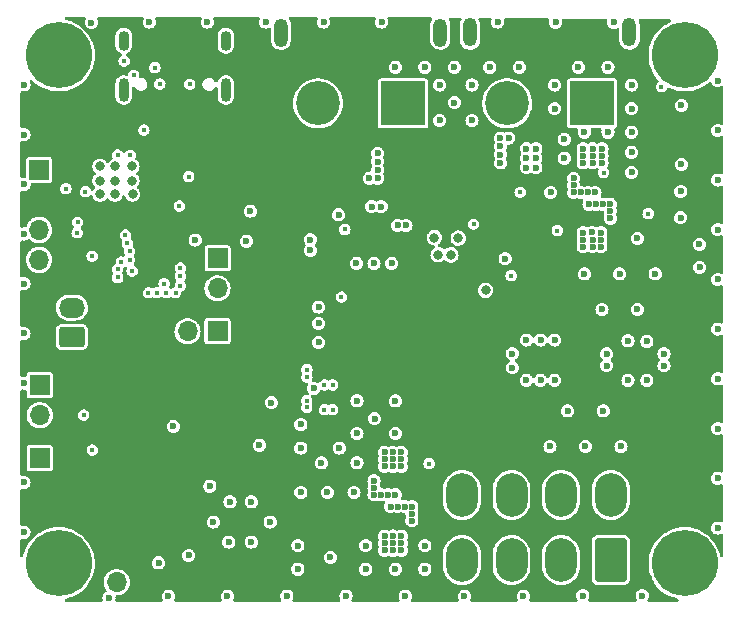
<source format=gbr>
%TF.GenerationSoftware,KiCad,Pcbnew,(7.0.0)*%
%TF.CreationDate,2023-09-07T01:40:49+01:00*%
%TF.ProjectId,PDU,5044552e-6b69-4636-9164-5f7063625858,rev?*%
%TF.SameCoordinates,Original*%
%TF.FileFunction,Copper,L3,Inr*%
%TF.FilePolarity,Positive*%
%FSLAX46Y46*%
G04 Gerber Fmt 4.6, Leading zero omitted, Abs format (unit mm)*
G04 Created by KiCad (PCBNEW (7.0.0)) date 2023-09-07 01:40:49*
%MOMM*%
%LPD*%
G01*
G04 APERTURE LIST*
G04 Aperture macros list*
%AMRoundRect*
0 Rectangle with rounded corners*
0 $1 Rounding radius*
0 $2 $3 $4 $5 $6 $7 $8 $9 X,Y pos of 4 corners*
0 Add a 4 corners polygon primitive as box body*
4,1,4,$2,$3,$4,$5,$6,$7,$8,$9,$2,$3,0*
0 Add four circle primitives for the rounded corners*
1,1,$1+$1,$2,$3*
1,1,$1+$1,$4,$5*
1,1,$1+$1,$6,$7*
1,1,$1+$1,$8,$9*
0 Add four rect primitives between the rounded corners*
20,1,$1+$1,$2,$3,$4,$5,0*
20,1,$1+$1,$4,$5,$6,$7,0*
20,1,$1+$1,$6,$7,$8,$9,0*
20,1,$1+$1,$8,$9,$2,$3,0*%
G04 Aperture macros list end*
%TA.AperFunction,ComponentPad*%
%ADD10O,0.900000X2.000000*%
%TD*%
%TA.AperFunction,ComponentPad*%
%ADD11O,0.900000X1.700000*%
%TD*%
%TA.AperFunction,ComponentPad*%
%ADD12RoundRect,0.250000X0.850000X0.600000X-0.850000X0.600000X-0.850000X-0.600000X0.850000X-0.600000X0*%
%TD*%
%TA.AperFunction,ComponentPad*%
%ADD13O,2.200000X1.700000*%
%TD*%
%TA.AperFunction,ComponentPad*%
%ADD14R,3.716000X3.716000*%
%TD*%
%TA.AperFunction,ComponentPad*%
%ADD15C,3.716000*%
%TD*%
%TA.AperFunction,ComponentPad*%
%ADD16O,1.200000X2.400000*%
%TD*%
%TA.AperFunction,ComponentPad*%
%ADD17R,1.700000X1.700000*%
%TD*%
%TA.AperFunction,ComponentPad*%
%ADD18O,1.700000X1.700000*%
%TD*%
%TA.AperFunction,ComponentPad*%
%ADD19C,5.600000*%
%TD*%
%TA.AperFunction,ComponentPad*%
%ADD20RoundRect,0.250001X1.099999X1.599999X-1.099999X1.599999X-1.099999X-1.599999X1.099999X-1.599999X0*%
%TD*%
%TA.AperFunction,ComponentPad*%
%ADD21O,2.700000X3.700000*%
%TD*%
%TA.AperFunction,ViaPad*%
%ADD22C,0.800000*%
%TD*%
%TA.AperFunction,ViaPad*%
%ADD23C,0.450000*%
%TD*%
%TA.AperFunction,ViaPad*%
%ADD24C,0.600000*%
%TD*%
G04 APERTURE END LIST*
D10*
%TO.N,GND*%
%TO.C,J3*%
X84149999Y-29429999D03*
D11*
X84149999Y-25259999D03*
D10*
X75509999Y-29429999D03*
D11*
X75509999Y-25259999D03*
%TD*%
D12*
%TO.N,/ARMING*%
%TO.C,J1*%
X71110000Y-50355000D03*
D13*
%TO.N,GND*%
X71109999Y-47854999D03*
%TD*%
D14*
%TO.N,Net-(J7-+)*%
%TO.C,J7*%
X99159999Y-30569999D03*
D15*
%TO.N,GND*%
X91960000Y-30570000D03*
D16*
%TO.N,N/C*%
X102309999Y-24569999D03*
X88809999Y-24569999D03*
%TD*%
D17*
%TO.N,/CHIP_PU*%
%TO.C,ENJUMPER1*%
X83449999Y-43689999D03*
D18*
%TO.N,GND*%
X83449999Y-46229999D03*
%TD*%
D17*
%TO.N,+3V3*%
%TO.C,J2*%
X74909999Y-68559999D03*
D18*
%TO.N,GND*%
X74909999Y-71099999D03*
%TD*%
D17*
%TO.N,GND*%
%TO.C,J8*%
X68349999Y-36199999D03*
D18*
%TO.N,+3V3*%
X68349999Y-38739999D03*
%TO.N,/SCL*%
X68349999Y-41279999D03*
%TO.N,/SDA*%
X68349999Y-43819999D03*
%TD*%
D19*
%TO.N,GND*%
%TO.C,H3*%
X123000000Y-26500000D03*
%TD*%
%TO.N,GND*%
%TO.C,H1*%
X70000000Y-69500000D03*
%TD*%
D17*
%TO.N,Net-(J6-Pin_1)*%
%TO.C,J6*%
X68389999Y-60589999D03*
D18*
%TO.N,+3V3*%
X68389999Y-63129999D03*
%TD*%
D20*
%TO.N,GND*%
%TO.C,J5*%
X116740000Y-69230000D03*
D21*
X112539999Y-69229999D03*
X108339999Y-69229999D03*
%TO.N,Net-(J5-Pin_4)*%
X104139999Y-69229999D03*
%TO.N,Net-(J5-Pin_5)*%
X116739999Y-63729999D03*
X112539999Y-63729999D03*
%TO.N,/CAN+*%
X108339999Y-63729999D03*
%TO.N,/CAN-*%
X104139999Y-63729999D03*
%TD*%
D17*
%TO.N,Net-(J4-Pin_1)*%
%TO.C,J4*%
X68389999Y-54419999D03*
D18*
%TO.N,GND*%
X68389999Y-56959999D03*
%TD*%
D17*
%TO.N,/BOOT*%
%TO.C,BOOTJUMPER1*%
X83444999Y-49859999D03*
D18*
%TO.N,GND*%
X80904999Y-49859999D03*
%TD*%
D19*
%TO.N,GND*%
%TO.C,H2*%
X70000000Y-26500000D03*
%TD*%
D14*
%TO.N,+12V*%
%TO.C,J9*%
X115169999Y-30559999D03*
D15*
%TO.N,Net-(J7-+)*%
X107970000Y-30560000D03*
D16*
%TO.N,N/C*%
X118319999Y-24559999D03*
X104819999Y-24559999D03*
%TD*%
D19*
%TO.N,GND*%
%TO.C,H4*%
X123000000Y-69500000D03*
%TD*%
D22*
%TO.N,/Bucks/SW*%
X106140000Y-46390000D03*
D23*
%TO.N,+3V3*%
X78310000Y-52310000D03*
X72680000Y-42340000D03*
D22*
X88800000Y-42000000D03*
X81980000Y-39980000D03*
D23*
X75350000Y-32440000D03*
X79620000Y-36230000D03*
X71440000Y-57990000D03*
X77990000Y-49330000D03*
X73640000Y-54110000D03*
X119990000Y-37610000D03*
D24*
X77928980Y-56738000D03*
X78000000Y-41800000D03*
%TO.N,+12V*%
X114400000Y-35000000D03*
X116500000Y-33000000D03*
X118500000Y-34700000D03*
X109600000Y-35200000D03*
X118500000Y-29000000D03*
X116000000Y-35600000D03*
X112800000Y-33600000D03*
X114400000Y-35600000D03*
X114000000Y-27500000D03*
X118500000Y-31000000D03*
X116000000Y-34400000D03*
X118500000Y-33000000D03*
X110400000Y-35200000D03*
X110400000Y-36000000D03*
X109600000Y-36000000D03*
X109600000Y-34400000D03*
X112800000Y-35200000D03*
X115200000Y-34400000D03*
X118500000Y-36400000D03*
X114400000Y-34400000D03*
X114500000Y-33000000D03*
X115200000Y-35600000D03*
X112000000Y-29000000D03*
X116500000Y-27500000D03*
X110400000Y-34400000D03*
X115200000Y-35000000D03*
X112000000Y-31000000D03*
X116000000Y-35000000D03*
D23*
%TO.N,GND*%
X76000000Y-43800000D03*
D22*
X76200000Y-37100000D03*
D24*
X91300000Y-43000000D03*
X67070000Y-33203333D03*
X82800000Y-62970000D03*
D23*
X76000000Y-43100000D03*
D24*
X72766666Y-23720000D03*
X97340736Y-23670000D03*
X99330000Y-72281500D03*
D23*
X81010000Y-36760000D03*
D24*
X114373332Y-72240000D03*
D23*
X77600000Y-46600000D03*
D22*
X73500000Y-35900000D03*
D23*
X80210000Y-39260000D03*
X75000000Y-44600000D03*
D22*
X73500000Y-38250000D03*
D24*
X84500000Y-64300000D03*
X67070000Y-62661664D03*
X81550000Y-42140000D03*
D22*
X76250000Y-38250000D03*
X74800000Y-37100000D03*
D24*
X67070000Y-66870000D03*
X79700000Y-57900000D03*
X78460000Y-69465000D03*
D22*
X73500000Y-37100000D03*
D23*
X78920000Y-45830000D03*
X80300000Y-44500000D03*
D24*
X125800000Y-41258335D03*
D23*
X72820000Y-43510000D03*
D22*
X102135000Y-43380000D03*
D23*
X75000000Y-45300000D03*
X75650000Y-41710000D03*
D24*
X92000000Y-50800000D03*
X82596294Y-23670000D03*
X87900000Y-66000000D03*
X87511108Y-23670000D03*
X124270000Y-44440000D03*
X87000000Y-59500000D03*
X74257780Y-72440000D03*
D22*
X103194000Y-43386000D03*
D24*
X81012980Y-68840000D03*
X91300000Y-42100000D03*
X125800000Y-37050002D03*
X86300000Y-64300000D03*
X125800000Y-28633336D03*
D22*
X76200000Y-35900000D03*
D24*
X84400000Y-67700000D03*
X110800000Y-54000000D03*
X125800000Y-58091667D03*
X109600000Y-50600000D03*
X67070000Y-45828332D03*
X92000000Y-49200000D03*
X92000000Y-47800000D03*
X85900000Y-42230000D03*
D23*
X76210000Y-44750000D03*
X80300000Y-45200000D03*
D24*
X92425922Y-23670000D03*
X93700000Y-40000000D03*
X67070000Y-41619999D03*
X91600000Y-54700000D03*
X108400000Y-52950000D03*
X125800000Y-32841669D03*
X104350000Y-72281500D03*
X84286668Y-72281500D03*
X122720000Y-30730000D03*
X86230000Y-39670000D03*
X96700000Y-44100000D03*
X111660000Y-38100000D03*
D23*
X78300000Y-46600000D03*
D22*
X103835000Y-41980000D03*
D23*
X79100000Y-46600000D03*
D24*
X88000000Y-55900000D03*
D23*
X79900000Y-46600000D03*
D24*
X122720000Y-35720000D03*
X112000000Y-54000000D03*
X95200000Y-44100000D03*
D23*
X75800000Y-42400000D03*
D24*
X125800000Y-53883334D03*
D22*
X74750000Y-38250000D03*
D24*
X124250000Y-42500000D03*
X109600000Y-54000000D03*
X89320000Y-72281500D03*
D23*
X77220000Y-32830000D03*
D24*
X107170364Y-23670000D03*
X109350000Y-72270000D03*
X94315556Y-72281500D03*
X67070000Y-50036665D03*
X67070000Y-54244998D03*
D22*
X74800000Y-35900000D03*
D24*
X98200000Y-44100000D03*
X112000000Y-50600000D03*
X119400000Y-72240000D03*
X112085178Y-23700000D03*
X117000000Y-23700000D03*
X107800000Y-43700000D03*
X125800000Y-62300000D03*
X110800000Y-50600000D03*
X86300000Y-67700000D03*
D23*
X75300000Y-44000000D03*
D24*
X67070000Y-28995000D03*
X122650000Y-40250000D03*
X122670000Y-38020000D03*
X125800000Y-45466668D03*
X108400000Y-51750000D03*
X125800000Y-66508336D03*
X77681480Y-23670000D03*
D23*
X80300000Y-46000000D03*
D24*
X83100000Y-66000000D03*
X125800000Y-49675001D03*
X79280000Y-72281500D03*
X67070000Y-37411666D03*
%TO.N,Net-(J5-Pin_4)*%
X90250000Y-70000000D03*
X97600000Y-67200000D03*
X98300000Y-67800000D03*
X92750000Y-63500000D03*
X90500000Y-63500000D03*
X98500000Y-70000000D03*
X98300000Y-68400000D03*
X99000000Y-67200000D03*
X95000000Y-63500000D03*
X99000000Y-68400000D03*
X97600000Y-67800000D03*
X96000000Y-68000000D03*
X97600000Y-68400000D03*
D23*
X119910000Y-39890000D03*
D24*
X99000000Y-67800000D03*
X98300000Y-67200000D03*
X101000000Y-70000000D03*
X93000000Y-69000000D03*
X96000000Y-70000000D03*
X101000000Y-68000000D03*
X90250000Y-68000000D03*
%TO.N,Net-(J5-Pin_5)*%
X117500000Y-45000000D03*
X118200000Y-50670000D03*
X114400000Y-42700000D03*
X116100000Y-56600000D03*
X115200000Y-42700000D03*
X111600000Y-59600000D03*
X113100000Y-56600000D03*
X115200000Y-42100000D03*
X121240000Y-52770000D03*
X118200000Y-54000000D03*
X120500000Y-45000000D03*
X114500000Y-45000000D03*
X116000000Y-48000000D03*
X114600000Y-59600000D03*
X119000000Y-42000000D03*
X121240000Y-51770000D03*
X115900000Y-41500000D03*
X116400000Y-52770000D03*
X119800000Y-54000000D03*
X117600000Y-59600000D03*
X119800000Y-50700000D03*
X115900000Y-42700000D03*
X115900000Y-42100000D03*
X115150000Y-41495000D03*
X116400000Y-51770000D03*
X114400000Y-42100000D03*
X119000000Y-48000000D03*
X114400000Y-41500000D03*
%TO.N,Net-(IC2-EN)*%
X108100000Y-33500000D03*
X107400000Y-35600000D03*
X97000000Y-36200000D03*
X98700000Y-40900000D03*
D22*
X101810000Y-41930000D03*
D24*
X97000000Y-36900000D03*
X107400000Y-33500000D03*
X96300000Y-36900000D03*
X96500000Y-39300000D03*
X97300000Y-39300000D03*
X107400000Y-34900000D03*
X99400000Y-40900000D03*
X107400000Y-34200000D03*
X97000000Y-34800000D03*
X97000000Y-35500000D03*
%TO.N,Net-(J7-+)*%
X102250000Y-29000000D03*
X103500000Y-30500000D03*
X101000000Y-27500000D03*
X109000000Y-27500000D03*
X103500000Y-27500000D03*
X102250000Y-32000000D03*
X105000000Y-32000000D03*
X105000000Y-29000000D03*
X98500000Y-27500000D03*
X106500000Y-27500000D03*
D23*
%TO.N,Net-(J3-CC1)*%
X81090000Y-28940000D03*
X78140000Y-27530000D03*
%TO.N,/SCL*%
X71600000Y-40620000D03*
%TO.N,Net-(J3-CC2)*%
X78560000Y-28910000D03*
X76350000Y-28203000D03*
%TO.N,Net-(J4-Pin_1)*%
X101360000Y-61062500D03*
X72120000Y-56960000D03*
%TO.N,/SDA*%
X71562500Y-41522500D03*
D24*
%TO.N,RBUS_uC_V*%
X98500000Y-55750000D03*
X99000000Y-60700000D03*
X99000000Y-60100000D03*
X97600000Y-61300000D03*
X90500000Y-57750000D03*
D23*
X93930000Y-46970000D03*
D24*
X98300000Y-61300000D03*
X90500000Y-59750000D03*
X97600000Y-60700000D03*
X95250000Y-61000000D03*
X98300000Y-60700000D03*
X92250000Y-61000000D03*
X96750000Y-57250000D03*
X99000000Y-61300000D03*
X98300000Y-60100000D03*
X95250000Y-55750000D03*
D23*
X105130000Y-40794000D03*
D24*
X98500000Y-58500000D03*
X95250000Y-58500000D03*
X97600000Y-60100000D03*
X93750000Y-59750000D03*
D23*
%TO.N,/3V3Filter/LX1*%
X93200000Y-56500000D03*
X92500000Y-56500000D03*
X91000000Y-55730000D03*
X91000000Y-56300000D03*
%TO.N,/3V3Filter/LX2*%
X93200000Y-54400000D03*
X91020000Y-53750000D03*
X92500000Y-54400000D03*
X91010000Y-53100000D03*
%TO.N,/LIPOPOWER*%
X72260000Y-38030000D03*
X109070000Y-38090000D03*
%TO.N,/USBPOWER*%
X70600000Y-37790000D03*
X94230000Y-41240000D03*
%TO.N,/BattVoltage*%
X121030000Y-29140000D03*
X75000000Y-34940000D03*
%TO.N,/DepVoltage*%
X75535000Y-26985000D03*
X76050000Y-34950000D03*
D24*
%TO.N,Net-(Q7-S_1)*%
X98100000Y-64700000D03*
X99300000Y-64700000D03*
X99900000Y-64700000D03*
X99900000Y-65900000D03*
X96700000Y-62500000D03*
X97900000Y-63700000D03*
X96700000Y-63700000D03*
X98700000Y-64700000D03*
X98500000Y-63700000D03*
X96700000Y-63100000D03*
X97300000Y-63700000D03*
X99900000Y-65300000D03*
%TO.N,Net-(Q10-S_1)*%
X113590000Y-37516500D03*
X116700000Y-40300000D03*
X115400000Y-38100000D03*
X114900000Y-39100000D03*
X116700000Y-39100000D03*
X115500000Y-39100000D03*
X114800000Y-38100000D03*
X113600000Y-36920000D03*
X113600000Y-38100000D03*
X116100000Y-39100000D03*
X114200000Y-38100000D03*
X116700000Y-39700000D03*
D23*
%TO.N,Net-(Q10-G)*%
X112210000Y-41330000D03*
X116130000Y-36420000D03*
%TO.N,Net-(J6-Pin_1)*%
X108310000Y-45150000D03*
X72840000Y-59910000D03*
%TD*%
%TA.AperFunction,Conductor*%
%TO.N,+3V3*%
G36*
X95585448Y-23242378D02*
G01*
X96726222Y-23251884D01*
X96785256Y-23267130D01*
X96830223Y-23308314D01*
X96850586Y-23365790D01*
X96841576Y-23426097D01*
X96803667Y-23517616D01*
X96803664Y-23517626D01*
X96800508Y-23525246D01*
X96799430Y-23533427D01*
X96799430Y-23533431D01*
X96784014Y-23650529D01*
X96781451Y-23670000D01*
X96782529Y-23678188D01*
X96799429Y-23806565D01*
X96799430Y-23806571D01*
X96800508Y-23814754D01*
X96803667Y-23822382D01*
X96803668Y-23822383D01*
X96853220Y-23942013D01*
X96853221Y-23942016D01*
X96856381Y-23949643D01*
X96861407Y-23956194D01*
X96861409Y-23956196D01*
X96898256Y-24004215D01*
X96945262Y-24065474D01*
X97061093Y-24154355D01*
X97195982Y-24210228D01*
X97340736Y-24229285D01*
X97485490Y-24210228D01*
X97620379Y-24154355D01*
X97736210Y-24065474D01*
X97825091Y-23949643D01*
X97880964Y-23814754D01*
X97900021Y-23670000D01*
X97880964Y-23525246D01*
X97877804Y-23517616D01*
X97877803Y-23517613D01*
X97844160Y-23436393D01*
X97835201Y-23375563D01*
X97856095Y-23317737D01*
X97901867Y-23276683D01*
X97961612Y-23262179D01*
X101499293Y-23291660D01*
X101565323Y-23310997D01*
X101611352Y-23362141D01*
X101623649Y-23429840D01*
X101598549Y-23493905D01*
X101577635Y-23521416D01*
X101577626Y-23521429D01*
X101573498Y-23526861D01*
X101570630Y-23533059D01*
X101570627Y-23533065D01*
X101498325Y-23689343D01*
X101498323Y-23689348D01*
X101495455Y-23695548D01*
X101493987Y-23702213D01*
X101493985Y-23702222D01*
X101458210Y-23864754D01*
X101455500Y-23877067D01*
X101455500Y-25216332D01*
X101455868Y-25219720D01*
X101455869Y-25219729D01*
X101469469Y-25344775D01*
X101470557Y-25354775D01*
X101472737Y-25361246D01*
X101472738Y-25361249D01*
X101518507Y-25497085D01*
X101529904Y-25530911D01*
X101573362Y-25603139D01*
X101616188Y-25674318D01*
X101625727Y-25690171D01*
X101753546Y-25825108D01*
X101907385Y-25929413D01*
X102080049Y-25998209D01*
X102263465Y-26028278D01*
X102449058Y-26018216D01*
X102628148Y-25968492D01*
X102792362Y-25881431D01*
X102934021Y-25761105D01*
X103046502Y-25613139D01*
X103124545Y-25444452D01*
X103164500Y-25262933D01*
X103164500Y-23923668D01*
X103149443Y-23785225D01*
X103090096Y-23609089D01*
X103084079Y-23599089D01*
X103022182Y-23496213D01*
X103004154Y-23432697D01*
X103020722Y-23368785D01*
X103067336Y-23322026D01*
X103131191Y-23305259D01*
X103985940Y-23312382D01*
X104051964Y-23331716D01*
X104097992Y-23382853D01*
X104110297Y-23450545D01*
X104089208Y-23504394D01*
X104091156Y-23505566D01*
X104087631Y-23511422D01*
X104083498Y-23516861D01*
X104080630Y-23523059D01*
X104080627Y-23523065D01*
X104008325Y-23679343D01*
X104008323Y-23679348D01*
X104005455Y-23685548D01*
X104003987Y-23692213D01*
X104003985Y-23692222D01*
X103966968Y-23860396D01*
X103965500Y-23867067D01*
X103965500Y-25206332D01*
X103965868Y-25209720D01*
X103965869Y-25209729D01*
X103971656Y-25262933D01*
X103980557Y-25344775D01*
X103982737Y-25351246D01*
X103982738Y-25351249D01*
X104011893Y-25437777D01*
X104039904Y-25520911D01*
X104135727Y-25680171D01*
X104263546Y-25815108D01*
X104417385Y-25919413D01*
X104590049Y-25988209D01*
X104773465Y-26018278D01*
X104959058Y-26008216D01*
X105138148Y-25958492D01*
X105302362Y-25871431D01*
X105444021Y-25751105D01*
X105556502Y-25603139D01*
X105634545Y-25434452D01*
X105674500Y-25252933D01*
X105674500Y-23913668D01*
X105659443Y-23775225D01*
X105600096Y-23599089D01*
X105550876Y-23517284D01*
X105532849Y-23453771D01*
X105549417Y-23389858D01*
X105596030Y-23343099D01*
X105659888Y-23326331D01*
X106522037Y-23333516D01*
X106581071Y-23348762D01*
X106626037Y-23389945D01*
X106646401Y-23447420D01*
X106637392Y-23507727D01*
X106633295Y-23517616D01*
X106633292Y-23517626D01*
X106630136Y-23525246D01*
X106629058Y-23533427D01*
X106629058Y-23533431D01*
X106613642Y-23650529D01*
X106611079Y-23670000D01*
X106612157Y-23678188D01*
X106629057Y-23806565D01*
X106629058Y-23806571D01*
X106630136Y-23814754D01*
X106633295Y-23822382D01*
X106633296Y-23822383D01*
X106682848Y-23942013D01*
X106682849Y-23942016D01*
X106686009Y-23949643D01*
X106691035Y-23956194D01*
X106691037Y-23956196D01*
X106727884Y-24004215D01*
X106774890Y-24065474D01*
X106890721Y-24154355D01*
X107025610Y-24210228D01*
X107170364Y-24229285D01*
X107315118Y-24210228D01*
X107450007Y-24154355D01*
X107565838Y-24065474D01*
X107654719Y-23949643D01*
X107710592Y-23814754D01*
X107729649Y-23670000D01*
X107710592Y-23525246D01*
X107707432Y-23517616D01*
X107705294Y-23509636D01*
X107706471Y-23509320D01*
X107698876Y-23457766D01*
X107719770Y-23399937D01*
X107765542Y-23358882D01*
X107825290Y-23344376D01*
X111432328Y-23374435D01*
X111491360Y-23389680D01*
X111536326Y-23430861D01*
X111556691Y-23488334D01*
X111549076Y-23539322D01*
X111550248Y-23539636D01*
X111548108Y-23547621D01*
X111544950Y-23555246D01*
X111543872Y-23563427D01*
X111543872Y-23563431D01*
X111528765Y-23678188D01*
X111525893Y-23700000D01*
X111526971Y-23708188D01*
X111543871Y-23836565D01*
X111543872Y-23836571D01*
X111544950Y-23844754D01*
X111548109Y-23852382D01*
X111548110Y-23852383D01*
X111597662Y-23972013D01*
X111597663Y-23972016D01*
X111600823Y-23979643D01*
X111605849Y-23986194D01*
X111605851Y-23986196D01*
X111684063Y-24088123D01*
X111689704Y-24095474D01*
X111696254Y-24100500D01*
X111766438Y-24154355D01*
X111805535Y-24184355D01*
X111940424Y-24240228D01*
X112085178Y-24259285D01*
X112229932Y-24240228D01*
X112364821Y-24184355D01*
X112480652Y-24095474D01*
X112569533Y-23979643D01*
X112625406Y-23844754D01*
X112644463Y-23700000D01*
X112625406Y-23555246D01*
X112622245Y-23547616D01*
X112621269Y-23543971D01*
X112619449Y-23486521D01*
X112643334Y-23434241D01*
X112687955Y-23398009D01*
X112744020Y-23385366D01*
X116335573Y-23415295D01*
X116402810Y-23435401D01*
X116448863Y-23488358D01*
X116459443Y-23557736D01*
X116442118Y-23689343D01*
X116440715Y-23700000D01*
X116441793Y-23708188D01*
X116458693Y-23836565D01*
X116458694Y-23836571D01*
X116459772Y-23844754D01*
X116462931Y-23852382D01*
X116462932Y-23852383D01*
X116512484Y-23972013D01*
X116512485Y-23972016D01*
X116515645Y-23979643D01*
X116520671Y-23986194D01*
X116520673Y-23986196D01*
X116598885Y-24088123D01*
X116604526Y-24095474D01*
X116611076Y-24100500D01*
X116681260Y-24154355D01*
X116720357Y-24184355D01*
X116855246Y-24240228D01*
X117000000Y-24259285D01*
X117144754Y-24240228D01*
X117279643Y-24184355D01*
X117280187Y-24183937D01*
X117339499Y-24168044D01*
X117402499Y-24184924D01*
X117448619Y-24231044D01*
X117465500Y-24294044D01*
X117465500Y-25206332D01*
X117465868Y-25209720D01*
X117465869Y-25209729D01*
X117471656Y-25262933D01*
X117480557Y-25344775D01*
X117482737Y-25351246D01*
X117482738Y-25351249D01*
X117511893Y-25437777D01*
X117539904Y-25520911D01*
X117635727Y-25680171D01*
X117763546Y-25815108D01*
X117917385Y-25919413D01*
X118090049Y-25988209D01*
X118273465Y-26018278D01*
X118459058Y-26008216D01*
X118638148Y-25958492D01*
X118802362Y-25871431D01*
X118944021Y-25751105D01*
X119056502Y-25603139D01*
X119134545Y-25434452D01*
X119174500Y-25252933D01*
X119174500Y-23913668D01*
X119159443Y-23775225D01*
X119104569Y-23612365D01*
X119102284Y-23605582D01*
X119097122Y-23546391D01*
X119119659Y-23491416D01*
X119164883Y-23452881D01*
X119222731Y-23439355D01*
X121724542Y-23460203D01*
X121790039Y-23479208D01*
X121836040Y-23529558D01*
X121849067Y-23596503D01*
X121825302Y-23660429D01*
X121771707Y-23702608D01*
X121675882Y-23742300D01*
X121675876Y-23742302D01*
X121672614Y-23743654D01*
X121669526Y-23745360D01*
X121669517Y-23745365D01*
X121375435Y-23907898D01*
X121375417Y-23907908D01*
X121372347Y-23909606D01*
X121369478Y-23911641D01*
X121369471Y-23911646D01*
X121095418Y-24106097D01*
X121095406Y-24106106D01*
X121092550Y-24108133D01*
X121089935Y-24110469D01*
X121089926Y-24110477D01*
X120839362Y-24334394D01*
X120839353Y-24334402D01*
X120836739Y-24336739D01*
X120834402Y-24339353D01*
X120834394Y-24339362D01*
X120610477Y-24589926D01*
X120610469Y-24589935D01*
X120608133Y-24592550D01*
X120606106Y-24595406D01*
X120606097Y-24595418D01*
X120411646Y-24869471D01*
X120411641Y-24869478D01*
X120409606Y-24872347D01*
X120407908Y-24875417D01*
X120407898Y-24875435D01*
X120245365Y-25169517D01*
X120245360Y-25169526D01*
X120243654Y-25172614D01*
X120242302Y-25175876D01*
X120242300Y-25175882D01*
X120113718Y-25486304D01*
X120113712Y-25486320D01*
X120112365Y-25489573D01*
X120111386Y-25492970D01*
X120111386Y-25492971D01*
X120018366Y-25815848D01*
X120018362Y-25815863D01*
X120017390Y-25819239D01*
X120016802Y-25822698D01*
X120016798Y-25822717D01*
X119960514Y-26153981D01*
X119960511Y-26154000D01*
X119959923Y-26157466D01*
X119959725Y-26160978D01*
X119959724Y-26160994D01*
X119948296Y-26364500D01*
X119940687Y-26500000D01*
X119940885Y-26503526D01*
X119959724Y-26839005D01*
X119959725Y-26839019D01*
X119959923Y-26842534D01*
X119960512Y-26846001D01*
X119960514Y-26846018D01*
X120016798Y-27177282D01*
X120016801Y-27177297D01*
X120017390Y-27180761D01*
X120018363Y-27184140D01*
X120018366Y-27184151D01*
X120070016Y-27363431D01*
X120112365Y-27510427D01*
X120113714Y-27513684D01*
X120113718Y-27513695D01*
X120228956Y-27791903D01*
X120243654Y-27827386D01*
X120245364Y-27830480D01*
X120245365Y-27830482D01*
X120407898Y-28124564D01*
X120407904Y-28124574D01*
X120409606Y-28127653D01*
X120411646Y-28130528D01*
X120601303Y-28397825D01*
X120608133Y-28407450D01*
X120755906Y-28572809D01*
X120782436Y-28619884D01*
X120786806Y-28673744D01*
X120768214Y-28724481D01*
X120730078Y-28762764D01*
X120720350Y-28769015D01*
X120720343Y-28769020D01*
X120712765Y-28773891D01*
X120706863Y-28780701D01*
X120706862Y-28780703D01*
X120628372Y-28871286D01*
X120628369Y-28871289D01*
X120622471Y-28878097D01*
X120618728Y-28886291D01*
X120618727Y-28886294D01*
X120568935Y-28995322D01*
X120568933Y-28995327D01*
X120565192Y-29003520D01*
X120563909Y-29012440D01*
X120563909Y-29012442D01*
X120556514Y-29063877D01*
X120545569Y-29140000D01*
X120549940Y-29170403D01*
X120563558Y-29265119D01*
X120565192Y-29276480D01*
X120568934Y-29284674D01*
X120568935Y-29284677D01*
X120618727Y-29393705D01*
X120622471Y-29401903D01*
X120712765Y-29506109D01*
X120720348Y-29510982D01*
X120720349Y-29510983D01*
X120821175Y-29575780D01*
X120821177Y-29575781D01*
X120828760Y-29580654D01*
X120961058Y-29619500D01*
X121089933Y-29619500D01*
X121098942Y-29619500D01*
X121231240Y-29580654D01*
X121347235Y-29506109D01*
X121437529Y-29401903D01*
X121481477Y-29305670D01*
X121525643Y-29253548D01*
X121590523Y-29232138D01*
X121657038Y-29247737D01*
X121672614Y-29256346D01*
X121989573Y-29387635D01*
X122319239Y-29482610D01*
X122322715Y-29483200D01*
X122322717Y-29483201D01*
X122653981Y-29539485D01*
X122653983Y-29539485D01*
X122657466Y-29540077D01*
X122891271Y-29553207D01*
X122980305Y-29558207D01*
X123000000Y-29559313D01*
X123019695Y-29558207D01*
X123089533Y-29554285D01*
X123342534Y-29540077D01*
X123680761Y-29482610D01*
X124010427Y-29387635D01*
X124327386Y-29256346D01*
X124627653Y-29090394D01*
X124907450Y-28891867D01*
X125066575Y-28749664D01*
X125119060Y-28721611D01*
X125178569Y-28720776D01*
X125231823Y-28747348D01*
X125266941Y-28795398D01*
X125311664Y-28903370D01*
X125315645Y-28912979D01*
X125320671Y-28919530D01*
X125320673Y-28919532D01*
X125379832Y-28996629D01*
X125404526Y-29028810D01*
X125411076Y-29033836D01*
X125496505Y-29099389D01*
X125520357Y-29117691D01*
X125655246Y-29173564D01*
X125800000Y-29192621D01*
X125944754Y-29173564D01*
X126079643Y-29117691D01*
X126082322Y-29115634D01*
X126142960Y-29099389D01*
X126205976Y-29116286D01*
X126252093Y-29162435D01*
X126268947Y-29225462D01*
X126267188Y-32248672D01*
X126250280Y-32311646D01*
X126204157Y-32357736D01*
X126141172Y-32374599D01*
X126081234Y-32358534D01*
X126079643Y-32357314D01*
X126072014Y-32354154D01*
X125952383Y-32304601D01*
X125952382Y-32304600D01*
X125944754Y-32301441D01*
X125936571Y-32300363D01*
X125936565Y-32300362D01*
X125808188Y-32283462D01*
X125800000Y-32282384D01*
X125791812Y-32283462D01*
X125663431Y-32300363D01*
X125663427Y-32300363D01*
X125655246Y-32301441D01*
X125647627Y-32304596D01*
X125647619Y-32304599D01*
X125527986Y-32354154D01*
X125527983Y-32354155D01*
X125520358Y-32357314D01*
X125513810Y-32362337D01*
X125513807Y-32362340D01*
X125411071Y-32441172D01*
X125411067Y-32441175D01*
X125404526Y-32446195D01*
X125399506Y-32452736D01*
X125399503Y-32452740D01*
X125320671Y-32555476D01*
X125320668Y-32555479D01*
X125315645Y-32562027D01*
X125312486Y-32569652D01*
X125312485Y-32569655D01*
X125262930Y-32689288D01*
X125262927Y-32689296D01*
X125259772Y-32696915D01*
X125258694Y-32705096D01*
X125258694Y-32705100D01*
X125256338Y-32722998D01*
X125240715Y-32841669D01*
X125241793Y-32849857D01*
X125258693Y-32978234D01*
X125258694Y-32978240D01*
X125259772Y-32986423D01*
X125262931Y-32994051D01*
X125262932Y-32994052D01*
X125312484Y-33113682D01*
X125312485Y-33113685D01*
X125315645Y-33121312D01*
X125320671Y-33127863D01*
X125320673Y-33127865D01*
X125399499Y-33230592D01*
X125404526Y-33237143D01*
X125520357Y-33326024D01*
X125655246Y-33381897D01*
X125800000Y-33400954D01*
X125944754Y-33381897D01*
X126079643Y-33326024D01*
X126080803Y-33325133D01*
X126140508Y-33309137D01*
X126203524Y-33326034D01*
X126249642Y-33372183D01*
X126266496Y-33435210D01*
X126264738Y-36455591D01*
X126247830Y-36518566D01*
X126201706Y-36564656D01*
X126138719Y-36581518D01*
X126079716Y-36565703D01*
X126079643Y-36565647D01*
X126072011Y-36562486D01*
X126072010Y-36562485D01*
X125952383Y-36512934D01*
X125952382Y-36512933D01*
X125944754Y-36509774D01*
X125936571Y-36508696D01*
X125936565Y-36508695D01*
X125808188Y-36491795D01*
X125800000Y-36490717D01*
X125791812Y-36491795D01*
X125663431Y-36508696D01*
X125663427Y-36508696D01*
X125655246Y-36509774D01*
X125647627Y-36512929D01*
X125647619Y-36512932D01*
X125527986Y-36562487D01*
X125527983Y-36562488D01*
X125520358Y-36565647D01*
X125513810Y-36570670D01*
X125513807Y-36570673D01*
X125411071Y-36649505D01*
X125411067Y-36649508D01*
X125404526Y-36654528D01*
X125399506Y-36661069D01*
X125399503Y-36661073D01*
X125320671Y-36763809D01*
X125320668Y-36763812D01*
X125315645Y-36770360D01*
X125312486Y-36777985D01*
X125312485Y-36777988D01*
X125262930Y-36897621D01*
X125262927Y-36897629D01*
X125259772Y-36905248D01*
X125258694Y-36913429D01*
X125258694Y-36913433D01*
X125244414Y-37021903D01*
X125240715Y-37050002D01*
X125241793Y-37058190D01*
X125258693Y-37186567D01*
X125258694Y-37186573D01*
X125259772Y-37194756D01*
X125262931Y-37202384D01*
X125262932Y-37202385D01*
X125312484Y-37322015D01*
X125312485Y-37322018D01*
X125315645Y-37329645D01*
X125320671Y-37336196D01*
X125320673Y-37336198D01*
X125380414Y-37414053D01*
X125404526Y-37445476D01*
X125411076Y-37450502D01*
X125497085Y-37516500D01*
X125520357Y-37534357D01*
X125655246Y-37590230D01*
X125800000Y-37609287D01*
X125944754Y-37590230D01*
X126079643Y-37534357D01*
X126079710Y-37534519D01*
X126138055Y-37518885D01*
X126201072Y-37535781D01*
X126247190Y-37581930D01*
X126264045Y-37644958D01*
X126262289Y-40662510D01*
X126245381Y-40725485D01*
X126199257Y-40771575D01*
X126136270Y-40788437D01*
X126079911Y-40773331D01*
X126079643Y-40773980D01*
X126074713Y-40771937D01*
X126074706Y-40771935D01*
X126072015Y-40770820D01*
X126072011Y-40770818D01*
X125952383Y-40721267D01*
X125952382Y-40721266D01*
X125944754Y-40718107D01*
X125936571Y-40717029D01*
X125936565Y-40717028D01*
X125808188Y-40700128D01*
X125800000Y-40699050D01*
X125791812Y-40700128D01*
X125663431Y-40717029D01*
X125663427Y-40717029D01*
X125655246Y-40718107D01*
X125647627Y-40721262D01*
X125647619Y-40721265D01*
X125527986Y-40770820D01*
X125527983Y-40770821D01*
X125520358Y-40773980D01*
X125513810Y-40779003D01*
X125513807Y-40779006D01*
X125411071Y-40857838D01*
X125411067Y-40857841D01*
X125404526Y-40862861D01*
X125399506Y-40869402D01*
X125399503Y-40869406D01*
X125320671Y-40972142D01*
X125320668Y-40972145D01*
X125315645Y-40978693D01*
X125312486Y-40986318D01*
X125312485Y-40986321D01*
X125262930Y-41105954D01*
X125262927Y-41105962D01*
X125259772Y-41113581D01*
X125258694Y-41121762D01*
X125258694Y-41121766D01*
X125244304Y-41231077D01*
X125240715Y-41258335D01*
X125241793Y-41266523D01*
X125258693Y-41394900D01*
X125258694Y-41394906D01*
X125259772Y-41403089D01*
X125262931Y-41410717D01*
X125262932Y-41410718D01*
X125312484Y-41530348D01*
X125312485Y-41530351D01*
X125315645Y-41537978D01*
X125320671Y-41544529D01*
X125320673Y-41544531D01*
X125381349Y-41623605D01*
X125404526Y-41653809D01*
X125411076Y-41658835D01*
X125501194Y-41727986D01*
X125520357Y-41742690D01*
X125655246Y-41798563D01*
X125663433Y-41799640D01*
X125663434Y-41799641D01*
X125666161Y-41800000D01*
X125800000Y-41817620D01*
X125944754Y-41798563D01*
X126079643Y-41742690D01*
X126079993Y-41743535D01*
X126135600Y-41728633D01*
X126198619Y-41745528D01*
X126244739Y-41791677D01*
X126261594Y-41854706D01*
X126259839Y-44869428D01*
X126242931Y-44932401D01*
X126196810Y-44978491D01*
X126133825Y-44995355D01*
X126080194Y-44980982D01*
X126079643Y-44982313D01*
X125952383Y-44929600D01*
X125952382Y-44929599D01*
X125944754Y-44926440D01*
X125936571Y-44925362D01*
X125936565Y-44925361D01*
X125808188Y-44908461D01*
X125800000Y-44907383D01*
X125791812Y-44908461D01*
X125663431Y-44925362D01*
X125663427Y-44925362D01*
X125655246Y-44926440D01*
X125647627Y-44929595D01*
X125647619Y-44929598D01*
X125527986Y-44979153D01*
X125527983Y-44979154D01*
X125520358Y-44982313D01*
X125513810Y-44987336D01*
X125513807Y-44987339D01*
X125411071Y-45066171D01*
X125411067Y-45066174D01*
X125404526Y-45071194D01*
X125399506Y-45077735D01*
X125399503Y-45077739D01*
X125320671Y-45180475D01*
X125320668Y-45180478D01*
X125315645Y-45187026D01*
X125312486Y-45194651D01*
X125312485Y-45194654D01*
X125262930Y-45314287D01*
X125262927Y-45314295D01*
X125259772Y-45321914D01*
X125258694Y-45330095D01*
X125258694Y-45330099D01*
X125250253Y-45394219D01*
X125240715Y-45466668D01*
X125241793Y-45474856D01*
X125258693Y-45603233D01*
X125258694Y-45603239D01*
X125259772Y-45611422D01*
X125262931Y-45619050D01*
X125262932Y-45619051D01*
X125312484Y-45738681D01*
X125312485Y-45738684D01*
X125315645Y-45746311D01*
X125320671Y-45752862D01*
X125320673Y-45752864D01*
X125399293Y-45855322D01*
X125404526Y-45862142D01*
X125520357Y-45951023D01*
X125655246Y-46006896D01*
X125663433Y-46007973D01*
X125663434Y-46007974D01*
X125693377Y-46011916D01*
X125800000Y-46025953D01*
X125944754Y-46006896D01*
X126079643Y-45951023D01*
X126080276Y-45952552D01*
X126133142Y-45938381D01*
X126196164Y-45955274D01*
X126242286Y-46001423D01*
X126259143Y-46064454D01*
X126257390Y-49076347D01*
X126240483Y-49139319D01*
X126194364Y-49185408D01*
X126131381Y-49202274D01*
X126080476Y-49188634D01*
X126079643Y-49190646D01*
X125952383Y-49137933D01*
X125952382Y-49137932D01*
X125944754Y-49134773D01*
X125936571Y-49133695D01*
X125936565Y-49133694D01*
X125813863Y-49117541D01*
X125800000Y-49115716D01*
X125780529Y-49118279D01*
X125663431Y-49133695D01*
X125663427Y-49133695D01*
X125655246Y-49134773D01*
X125647627Y-49137928D01*
X125647619Y-49137931D01*
X125527986Y-49187486D01*
X125527983Y-49187487D01*
X125520358Y-49190646D01*
X125513810Y-49195669D01*
X125513807Y-49195672D01*
X125411071Y-49274504D01*
X125411067Y-49274507D01*
X125404526Y-49279527D01*
X125399506Y-49286068D01*
X125399503Y-49286072D01*
X125320671Y-49388808D01*
X125320668Y-49388811D01*
X125315645Y-49395359D01*
X125312486Y-49402984D01*
X125312485Y-49402987D01*
X125262930Y-49522620D01*
X125262927Y-49522628D01*
X125259772Y-49530247D01*
X125258694Y-49538428D01*
X125258694Y-49538432D01*
X125256867Y-49552310D01*
X125240715Y-49675001D01*
X125241793Y-49683189D01*
X125258693Y-49811566D01*
X125258694Y-49811572D01*
X125259772Y-49819755D01*
X125262931Y-49827383D01*
X125262932Y-49827384D01*
X125312484Y-49947014D01*
X125312485Y-49947017D01*
X125315645Y-49954644D01*
X125320671Y-49961195D01*
X125320673Y-49961197D01*
X125378582Y-50036665D01*
X125404526Y-50070475D01*
X125411076Y-50075501D01*
X125480396Y-50128693D01*
X125520357Y-50159356D01*
X125655246Y-50215229D01*
X125663433Y-50216306D01*
X125663434Y-50216307D01*
X125696598Y-50220673D01*
X125800000Y-50234286D01*
X125944754Y-50215229D01*
X126079643Y-50159356D01*
X126080560Y-50161571D01*
X126130672Y-50148129D01*
X126193702Y-50165015D01*
X126239832Y-50211166D01*
X126256692Y-50274202D01*
X126254941Y-53283266D01*
X126238039Y-53346230D01*
X126191930Y-53392319D01*
X126128958Y-53409193D01*
X126080756Y-53396290D01*
X126079643Y-53398979D01*
X125952383Y-53346266D01*
X125952382Y-53346265D01*
X125944754Y-53343106D01*
X125936571Y-53342028D01*
X125936565Y-53342027D01*
X125808188Y-53325127D01*
X125800000Y-53324049D01*
X125791812Y-53325127D01*
X125663431Y-53342028D01*
X125663427Y-53342028D01*
X125655246Y-53343106D01*
X125647627Y-53346261D01*
X125647619Y-53346264D01*
X125527986Y-53395819D01*
X125527983Y-53395820D01*
X125520358Y-53398979D01*
X125513810Y-53404002D01*
X125513807Y-53404005D01*
X125411071Y-53482837D01*
X125411067Y-53482840D01*
X125404526Y-53487860D01*
X125399506Y-53494401D01*
X125399503Y-53494405D01*
X125320671Y-53597141D01*
X125320668Y-53597144D01*
X125315645Y-53603692D01*
X125312486Y-53611317D01*
X125312485Y-53611320D01*
X125262930Y-53730953D01*
X125262927Y-53730961D01*
X125259772Y-53738580D01*
X125258694Y-53746761D01*
X125258694Y-53746765D01*
X125253245Y-53788158D01*
X125240715Y-53883334D01*
X125241793Y-53891522D01*
X125258693Y-54019899D01*
X125258694Y-54019905D01*
X125259772Y-54028088D01*
X125262931Y-54035716D01*
X125262932Y-54035717D01*
X125312484Y-54155347D01*
X125312485Y-54155350D01*
X125315645Y-54162977D01*
X125320671Y-54169528D01*
X125320673Y-54169530D01*
X125386504Y-54255322D01*
X125404526Y-54278808D01*
X125520357Y-54367689D01*
X125655246Y-54423562D01*
X125800000Y-54442619D01*
X125944754Y-54423562D01*
X126079643Y-54367689D01*
X126080848Y-54370600D01*
X126128146Y-54357878D01*
X126191207Y-54374739D01*
X126237369Y-54420893D01*
X126254241Y-54483951D01*
X126252490Y-57490408D01*
X126237586Y-57549780D01*
X126196461Y-57595121D01*
X126138822Y-57615730D01*
X126078272Y-57606744D01*
X125952383Y-57554599D01*
X125952382Y-57554598D01*
X125944754Y-57551439D01*
X125936571Y-57550361D01*
X125936565Y-57550360D01*
X125808188Y-57533460D01*
X125800000Y-57532382D01*
X125791812Y-57533460D01*
X125663431Y-57550361D01*
X125663427Y-57550361D01*
X125655246Y-57551439D01*
X125647627Y-57554594D01*
X125647619Y-57554597D01*
X125527986Y-57604152D01*
X125527983Y-57604153D01*
X125520358Y-57607312D01*
X125513810Y-57612335D01*
X125513807Y-57612338D01*
X125411071Y-57691170D01*
X125411067Y-57691173D01*
X125404526Y-57696193D01*
X125399506Y-57702734D01*
X125399503Y-57702738D01*
X125320671Y-57805474D01*
X125320668Y-57805477D01*
X125315645Y-57812025D01*
X125312486Y-57819650D01*
X125312485Y-57819653D01*
X125262930Y-57939286D01*
X125262927Y-57939294D01*
X125259772Y-57946913D01*
X125258694Y-57955094D01*
X125258694Y-57955098D01*
X125248018Y-58036196D01*
X125240715Y-58091667D01*
X125241793Y-58099855D01*
X125258693Y-58228232D01*
X125258694Y-58228238D01*
X125259772Y-58236421D01*
X125262931Y-58244049D01*
X125262932Y-58244050D01*
X125312484Y-58363680D01*
X125312485Y-58363683D01*
X125315645Y-58371310D01*
X125320671Y-58377861D01*
X125320673Y-58377863D01*
X125368528Y-58440228D01*
X125404526Y-58487141D01*
X125520357Y-58576022D01*
X125655246Y-58631895D01*
X125663433Y-58632972D01*
X125663434Y-58632973D01*
X125727623Y-58641423D01*
X125800000Y-58650952D01*
X125944754Y-58631895D01*
X126077575Y-58576878D01*
X126138159Y-58567896D01*
X126195823Y-58588543D01*
X126236939Y-58633940D01*
X126251791Y-58693361D01*
X126250041Y-61697726D01*
X126235137Y-61757097D01*
X126194013Y-61802438D01*
X126136373Y-61823048D01*
X126075823Y-61814062D01*
X125952383Y-61762932D01*
X125952382Y-61762931D01*
X125944754Y-61759772D01*
X125936571Y-61758694D01*
X125936565Y-61758693D01*
X125808188Y-61741793D01*
X125800000Y-61740715D01*
X125791812Y-61741793D01*
X125663431Y-61758694D01*
X125663427Y-61758694D01*
X125655246Y-61759772D01*
X125647627Y-61762927D01*
X125647619Y-61762930D01*
X125527986Y-61812485D01*
X125527983Y-61812486D01*
X125520358Y-61815645D01*
X125513810Y-61820668D01*
X125513807Y-61820671D01*
X125411071Y-61899503D01*
X125411067Y-61899506D01*
X125404526Y-61904526D01*
X125399506Y-61911067D01*
X125399503Y-61911071D01*
X125320671Y-62013807D01*
X125320668Y-62013810D01*
X125315645Y-62020358D01*
X125312486Y-62027983D01*
X125312485Y-62027986D01*
X125262930Y-62147619D01*
X125262927Y-62147627D01*
X125259772Y-62155246D01*
X125258694Y-62163427D01*
X125258694Y-62163431D01*
X125256867Y-62177309D01*
X125240715Y-62300000D01*
X125241793Y-62308188D01*
X125258693Y-62436565D01*
X125258694Y-62436571D01*
X125259772Y-62444754D01*
X125262931Y-62452382D01*
X125262932Y-62452383D01*
X125312484Y-62572013D01*
X125312485Y-62572016D01*
X125315645Y-62579643D01*
X125320671Y-62586194D01*
X125320673Y-62586196D01*
X125399499Y-62688923D01*
X125404526Y-62695474D01*
X125520357Y-62784355D01*
X125655246Y-62840228D01*
X125800000Y-62859285D01*
X125944754Y-62840228D01*
X126075125Y-62786226D01*
X126135708Y-62777244D01*
X126193372Y-62797891D01*
X126234488Y-62843288D01*
X126249340Y-62902709D01*
X126247592Y-65905048D01*
X126232688Y-65964419D01*
X126191563Y-66009761D01*
X126133924Y-66030370D01*
X126073374Y-66021384D01*
X125952383Y-65971268D01*
X125952382Y-65971267D01*
X125944754Y-65968108D01*
X125936571Y-65967030D01*
X125936565Y-65967029D01*
X125808188Y-65950129D01*
X125800000Y-65949051D01*
X125791812Y-65950129D01*
X125663431Y-65967030D01*
X125663427Y-65967030D01*
X125655246Y-65968108D01*
X125647627Y-65971263D01*
X125647619Y-65971266D01*
X125527986Y-66020821D01*
X125527983Y-66020822D01*
X125520358Y-66023981D01*
X125513810Y-66029004D01*
X125513807Y-66029007D01*
X125411071Y-66107839D01*
X125411067Y-66107842D01*
X125404526Y-66112862D01*
X125399506Y-66119403D01*
X125399503Y-66119407D01*
X125320671Y-66222143D01*
X125320668Y-66222146D01*
X125315645Y-66228694D01*
X125312486Y-66236319D01*
X125312485Y-66236322D01*
X125262930Y-66355955D01*
X125262927Y-66355963D01*
X125259772Y-66363582D01*
X125258694Y-66371763D01*
X125258694Y-66371767D01*
X125247115Y-66459724D01*
X125240715Y-66508336D01*
X125241793Y-66516524D01*
X125258693Y-66644901D01*
X125258694Y-66644907D01*
X125259772Y-66653090D01*
X125262931Y-66660718D01*
X125262932Y-66660719D01*
X125312484Y-66780349D01*
X125312485Y-66780352D01*
X125315645Y-66787979D01*
X125320671Y-66794530D01*
X125320673Y-66794532D01*
X125378582Y-66870000D01*
X125404526Y-66903810D01*
X125411076Y-66908836D01*
X125512412Y-66986595D01*
X125520357Y-66992691D01*
X125655246Y-67048564D01*
X125800000Y-67067621D01*
X125944754Y-67048564D01*
X126072671Y-66995578D01*
X126133257Y-66986595D01*
X126190921Y-67007242D01*
X126232037Y-67052639D01*
X126246889Y-67112060D01*
X126245863Y-68874914D01*
X126230677Y-68934810D01*
X126188841Y-68980283D01*
X126130417Y-69000398D01*
X126069454Y-68990318D01*
X126020614Y-68952466D01*
X125995643Y-68895946D01*
X125995280Y-68893809D01*
X125982610Y-68819239D01*
X125887635Y-68489573D01*
X125882934Y-68478225D01*
X125850740Y-68400500D01*
X125756346Y-68172614D01*
X125634631Y-67952387D01*
X125592101Y-67875435D01*
X125592098Y-67875430D01*
X125590394Y-67872347D01*
X125391867Y-67592550D01*
X125163261Y-67336739D01*
X125033380Y-67220671D01*
X124910073Y-67110477D01*
X124910072Y-67110476D01*
X124907450Y-67108133D01*
X124737662Y-66987662D01*
X124630528Y-66911646D01*
X124627653Y-66909606D01*
X124624574Y-66907904D01*
X124624564Y-66907898D01*
X124330482Y-66745365D01*
X124330480Y-66745364D01*
X124327386Y-66743654D01*
X124264532Y-66717619D01*
X124013695Y-66613718D01*
X124013684Y-66613714D01*
X124010427Y-66612365D01*
X123911300Y-66583807D01*
X123684151Y-66518366D01*
X123684140Y-66518363D01*
X123680761Y-66517390D01*
X123677297Y-66516801D01*
X123677282Y-66516798D01*
X123346018Y-66460514D01*
X123346001Y-66460512D01*
X123342534Y-66459923D01*
X123339019Y-66459725D01*
X123339005Y-66459724D01*
X123003526Y-66440885D01*
X123000000Y-66440687D01*
X122996474Y-66440885D01*
X122660994Y-66459724D01*
X122660978Y-66459725D01*
X122657466Y-66459923D01*
X122654000Y-66460511D01*
X122653981Y-66460514D01*
X122322717Y-66516798D01*
X122322698Y-66516802D01*
X122319239Y-66517390D01*
X122315863Y-66518362D01*
X122315848Y-66518366D01*
X121992971Y-66611386D01*
X121989573Y-66612365D01*
X121986320Y-66613712D01*
X121986304Y-66613718D01*
X121675882Y-66742300D01*
X121675876Y-66742302D01*
X121672614Y-66743654D01*
X121669526Y-66745360D01*
X121669517Y-66745365D01*
X121375435Y-66907898D01*
X121375417Y-66907908D01*
X121372347Y-66909606D01*
X121369478Y-66911641D01*
X121369471Y-66911646D01*
X121095418Y-67106097D01*
X121095406Y-67106106D01*
X121092550Y-67108133D01*
X121089935Y-67110469D01*
X121089926Y-67110477D01*
X120839362Y-67334394D01*
X120839353Y-67334402D01*
X120836739Y-67336739D01*
X120834402Y-67339353D01*
X120834394Y-67339362D01*
X120610477Y-67589926D01*
X120610469Y-67589935D01*
X120608133Y-67592550D01*
X120606106Y-67595406D01*
X120606097Y-67595418D01*
X120411646Y-67869471D01*
X120411641Y-67869478D01*
X120409606Y-67872347D01*
X120407908Y-67875417D01*
X120407898Y-67875435D01*
X120245365Y-68169517D01*
X120245360Y-68169526D01*
X120243654Y-68172614D01*
X120242302Y-68175876D01*
X120242300Y-68175882D01*
X120113718Y-68486304D01*
X120113712Y-68486320D01*
X120112365Y-68489573D01*
X120111386Y-68492970D01*
X120111386Y-68492971D01*
X120018366Y-68815848D01*
X120018362Y-68815863D01*
X120017390Y-68819239D01*
X120016802Y-68822698D01*
X120016798Y-68822717D01*
X119960514Y-69153981D01*
X119960511Y-69154000D01*
X119959923Y-69157466D01*
X119959725Y-69160978D01*
X119959724Y-69160994D01*
X119942193Y-69473188D01*
X119940687Y-69500000D01*
X119940885Y-69503526D01*
X119959724Y-69839005D01*
X119959725Y-69839019D01*
X119959923Y-69842534D01*
X119960512Y-69846001D01*
X119960514Y-69846018D01*
X120016798Y-70177282D01*
X120016801Y-70177297D01*
X120017390Y-70180761D01*
X120018363Y-70184140D01*
X120018366Y-70184151D01*
X120077360Y-70388923D01*
X120112365Y-70510427D01*
X120113714Y-70513684D01*
X120113718Y-70513695D01*
X120192921Y-70704906D01*
X120243654Y-70827386D01*
X120245364Y-70830480D01*
X120245365Y-70830482D01*
X120407898Y-71124564D01*
X120407904Y-71124574D01*
X120409606Y-71127653D01*
X120411646Y-71130528D01*
X120545832Y-71319646D01*
X120608133Y-71407450D01*
X120836739Y-71663261D01*
X121092550Y-71891867D01*
X121372347Y-72090394D01*
X121375430Y-72092098D01*
X121375435Y-72092101D01*
X121510752Y-72166888D01*
X121672614Y-72256346D01*
X121989573Y-72387635D01*
X122319239Y-72482610D01*
X122322718Y-72483201D01*
X122322722Y-72483202D01*
X122345668Y-72487100D01*
X122394331Y-72495368D01*
X122450860Y-72520346D01*
X122488713Y-72569201D01*
X122498780Y-72630178D01*
X122478641Y-72688607D01*
X122433141Y-72730431D01*
X122373226Y-72745588D01*
X119966486Y-72745584D01*
X119899949Y-72726583D01*
X119853480Y-72675311D01*
X119841093Y-72607232D01*
X119866523Y-72542880D01*
X119884355Y-72519643D01*
X119940228Y-72384754D01*
X119959285Y-72240000D01*
X119940228Y-72095246D01*
X119884355Y-71960358D01*
X119795474Y-71844526D01*
X119740276Y-71802171D01*
X119686196Y-71760673D01*
X119686194Y-71760671D01*
X119679643Y-71755645D01*
X119672016Y-71752485D01*
X119672013Y-71752484D01*
X119552383Y-71702932D01*
X119552382Y-71702931D01*
X119544754Y-71699772D01*
X119536571Y-71698694D01*
X119536565Y-71698693D01*
X119408188Y-71681793D01*
X119400000Y-71680715D01*
X119391812Y-71681793D01*
X119263431Y-71698694D01*
X119263427Y-71698694D01*
X119255246Y-71699772D01*
X119247627Y-71702927D01*
X119247619Y-71702930D01*
X119127986Y-71752485D01*
X119127983Y-71752486D01*
X119120358Y-71755645D01*
X119113810Y-71760668D01*
X119113807Y-71760671D01*
X119011071Y-71839503D01*
X119011067Y-71839506D01*
X119004526Y-71844526D01*
X118999506Y-71851067D01*
X118999503Y-71851071D01*
X118920671Y-71953807D01*
X118920668Y-71953810D01*
X118915645Y-71960358D01*
X118912486Y-71967983D01*
X118912485Y-71967986D01*
X118862930Y-72087619D01*
X118862927Y-72087627D01*
X118859772Y-72095246D01*
X118858694Y-72103427D01*
X118858694Y-72103431D01*
X118854745Y-72133431D01*
X118840715Y-72240000D01*
X118841793Y-72248188D01*
X118858693Y-72376565D01*
X118858694Y-72376571D01*
X118859772Y-72384754D01*
X118862931Y-72392382D01*
X118862932Y-72392383D01*
X118912484Y-72512013D01*
X118912485Y-72512016D01*
X118915645Y-72519643D01*
X118920671Y-72526193D01*
X118920673Y-72526196D01*
X118933474Y-72542878D01*
X118958905Y-72607231D01*
X118946518Y-72675310D01*
X118900049Y-72726581D01*
X118833512Y-72745582D01*
X114939824Y-72745575D01*
X114873286Y-72726574D01*
X114826817Y-72675301D01*
X114814431Y-72607221D01*
X114839863Y-72542870D01*
X114857687Y-72519643D01*
X114913560Y-72384754D01*
X114932617Y-72240000D01*
X114913560Y-72095246D01*
X114857687Y-71960358D01*
X114768806Y-71844526D01*
X114713608Y-71802171D01*
X114659528Y-71760673D01*
X114659526Y-71760671D01*
X114652975Y-71755645D01*
X114645348Y-71752485D01*
X114645345Y-71752484D01*
X114525715Y-71702932D01*
X114525714Y-71702931D01*
X114518086Y-71699772D01*
X114509903Y-71698694D01*
X114509897Y-71698693D01*
X114381520Y-71681793D01*
X114373332Y-71680715D01*
X114365144Y-71681793D01*
X114236763Y-71698694D01*
X114236759Y-71698694D01*
X114228578Y-71699772D01*
X114220959Y-71702927D01*
X114220951Y-71702930D01*
X114101318Y-71752485D01*
X114101315Y-71752486D01*
X114093690Y-71755645D01*
X114087142Y-71760668D01*
X114087139Y-71760671D01*
X113984403Y-71839503D01*
X113984399Y-71839506D01*
X113977858Y-71844526D01*
X113972838Y-71851067D01*
X113972835Y-71851071D01*
X113894003Y-71953807D01*
X113894000Y-71953810D01*
X113888977Y-71960358D01*
X113885818Y-71967983D01*
X113885817Y-71967986D01*
X113836262Y-72087619D01*
X113836259Y-72087627D01*
X113833104Y-72095246D01*
X113832026Y-72103427D01*
X113832026Y-72103431D01*
X113828077Y-72133431D01*
X113814047Y-72240000D01*
X113815125Y-72248188D01*
X113832025Y-72376565D01*
X113832026Y-72376571D01*
X113833104Y-72384754D01*
X113836263Y-72392382D01*
X113836264Y-72392383D01*
X113885816Y-72512013D01*
X113885817Y-72512016D01*
X113888977Y-72519643D01*
X113894003Y-72526193D01*
X113894005Y-72526196D01*
X113906799Y-72542869D01*
X113932230Y-72607223D01*
X113919843Y-72675301D01*
X113873373Y-72726573D01*
X113806837Y-72745573D01*
X109938231Y-72745567D01*
X109875230Y-72728686D01*
X109829111Y-72682565D01*
X109812231Y-72619564D01*
X109829114Y-72556563D01*
X109829323Y-72556200D01*
X109834355Y-72549643D01*
X109890228Y-72414754D01*
X109909285Y-72270000D01*
X109890228Y-72125246D01*
X109877801Y-72095246D01*
X109856792Y-72044526D01*
X109834355Y-71990358D01*
X109745474Y-71874526D01*
X109629643Y-71785645D01*
X109622016Y-71782485D01*
X109622013Y-71782484D01*
X109502383Y-71732932D01*
X109502382Y-71732931D01*
X109494754Y-71729772D01*
X109486571Y-71728694D01*
X109486565Y-71728693D01*
X109358188Y-71711793D01*
X109350000Y-71710715D01*
X109341812Y-71711793D01*
X109213431Y-71728694D01*
X109213427Y-71728694D01*
X109205246Y-71729772D01*
X109197627Y-71732927D01*
X109197619Y-71732930D01*
X109077986Y-71782485D01*
X109077983Y-71782486D01*
X109070358Y-71785645D01*
X109063810Y-71790668D01*
X109063807Y-71790671D01*
X108961071Y-71869503D01*
X108961067Y-71869506D01*
X108954526Y-71874526D01*
X108949506Y-71881067D01*
X108949503Y-71881071D01*
X108870671Y-71983807D01*
X108870668Y-71983810D01*
X108865645Y-71990358D01*
X108862486Y-71997983D01*
X108862485Y-71997986D01*
X108812930Y-72117619D01*
X108812927Y-72117627D01*
X108809772Y-72125246D01*
X108808694Y-72133427D01*
X108808694Y-72133431D01*
X108793587Y-72248188D01*
X108790715Y-72270000D01*
X108791793Y-72278188D01*
X108808693Y-72406565D01*
X108808694Y-72406571D01*
X108809772Y-72414754D01*
X108812931Y-72422382D01*
X108812932Y-72422383D01*
X108862483Y-72542011D01*
X108862485Y-72542015D01*
X108865645Y-72549643D01*
X108870674Y-72556196D01*
X108870886Y-72556564D01*
X108887767Y-72619564D01*
X108870886Y-72682565D01*
X108824767Y-72728684D01*
X108761767Y-72745565D01*
X104944876Y-72745558D01*
X104881874Y-72728676D01*
X104835755Y-72682555D01*
X104818876Y-72619553D01*
X104834512Y-72561208D01*
X104834355Y-72561143D01*
X104834354Y-72561143D01*
X104890228Y-72426254D01*
X104909285Y-72281500D01*
X104890228Y-72136746D01*
X104885464Y-72125246D01*
X104854740Y-72051071D01*
X104834355Y-72001858D01*
X104745474Y-71886026D01*
X104629643Y-71797145D01*
X104622016Y-71793985D01*
X104622013Y-71793984D01*
X104502383Y-71744432D01*
X104502382Y-71744431D01*
X104494754Y-71741272D01*
X104486571Y-71740194D01*
X104486565Y-71740193D01*
X104358188Y-71723293D01*
X104350000Y-71722215D01*
X104341812Y-71723293D01*
X104213431Y-71740194D01*
X104213427Y-71740194D01*
X104205246Y-71741272D01*
X104197627Y-71744427D01*
X104197619Y-71744430D01*
X104077986Y-71793985D01*
X104077983Y-71793986D01*
X104070358Y-71797145D01*
X104063810Y-71802168D01*
X104063807Y-71802171D01*
X103961071Y-71881003D01*
X103961067Y-71881006D01*
X103954526Y-71886026D01*
X103949506Y-71892567D01*
X103949503Y-71892571D01*
X103870671Y-71995307D01*
X103870668Y-71995310D01*
X103865645Y-72001858D01*
X103862486Y-72009483D01*
X103862485Y-72009486D01*
X103812930Y-72129119D01*
X103812927Y-72129127D01*
X103809772Y-72136746D01*
X103808694Y-72144927D01*
X103808694Y-72144931D01*
X103795101Y-72248188D01*
X103790715Y-72281500D01*
X103791793Y-72289688D01*
X103808693Y-72418065D01*
X103808694Y-72418071D01*
X103809772Y-72426254D01*
X103812931Y-72433882D01*
X103812932Y-72433883D01*
X103860881Y-72549643D01*
X103865150Y-72559948D01*
X103865151Y-72559951D01*
X103865645Y-72561143D01*
X103865488Y-72561207D01*
X103881122Y-72619557D01*
X103864241Y-72682556D01*
X103818122Y-72728675D01*
X103755122Y-72745556D01*
X99924880Y-72745550D01*
X99861877Y-72728668D01*
X99815758Y-72682544D01*
X99798880Y-72619540D01*
X99814515Y-72561209D01*
X99814355Y-72561143D01*
X99814354Y-72561143D01*
X99870228Y-72426254D01*
X99889285Y-72281500D01*
X99870228Y-72136746D01*
X99865464Y-72125246D01*
X99834740Y-72051071D01*
X99814355Y-72001858D01*
X99725474Y-71886026D01*
X99609643Y-71797145D01*
X99602016Y-71793985D01*
X99602013Y-71793984D01*
X99482383Y-71744432D01*
X99482382Y-71744431D01*
X99474754Y-71741272D01*
X99466571Y-71740194D01*
X99466565Y-71740193D01*
X99338188Y-71723293D01*
X99330000Y-71722215D01*
X99321812Y-71723293D01*
X99193431Y-71740194D01*
X99193427Y-71740194D01*
X99185246Y-71741272D01*
X99177627Y-71744427D01*
X99177619Y-71744430D01*
X99057986Y-71793985D01*
X99057983Y-71793986D01*
X99050358Y-71797145D01*
X99043810Y-71802168D01*
X99043807Y-71802171D01*
X98941071Y-71881003D01*
X98941067Y-71881006D01*
X98934526Y-71886026D01*
X98929506Y-71892567D01*
X98929503Y-71892571D01*
X98850671Y-71995307D01*
X98850668Y-71995310D01*
X98845645Y-72001858D01*
X98842486Y-72009483D01*
X98842485Y-72009486D01*
X98792930Y-72129119D01*
X98792927Y-72129127D01*
X98789772Y-72136746D01*
X98788694Y-72144927D01*
X98788694Y-72144931D01*
X98775101Y-72248188D01*
X98770715Y-72281500D01*
X98771793Y-72289688D01*
X98788693Y-72418065D01*
X98788694Y-72418071D01*
X98789772Y-72426254D01*
X98845141Y-72559927D01*
X98845143Y-72559933D01*
X98845645Y-72561143D01*
X98845485Y-72561208D01*
X98861117Y-72619551D01*
X98844235Y-72682550D01*
X98798116Y-72728668D01*
X98735117Y-72745548D01*
X94910442Y-72745541D01*
X94847441Y-72728659D01*
X94801321Y-72682539D01*
X94784442Y-72619537D01*
X94800072Y-72561209D01*
X94799911Y-72561143D01*
X94800412Y-72559933D01*
X94855784Y-72426254D01*
X94874841Y-72281500D01*
X94855784Y-72136746D01*
X94851020Y-72125246D01*
X94820296Y-72051071D01*
X94799911Y-72001858D01*
X94711030Y-71886026D01*
X94595199Y-71797145D01*
X94587572Y-71793985D01*
X94587569Y-71793984D01*
X94467939Y-71744432D01*
X94467938Y-71744431D01*
X94460310Y-71741272D01*
X94452127Y-71740194D01*
X94452121Y-71740193D01*
X94323744Y-71723293D01*
X94315556Y-71722215D01*
X94307368Y-71723293D01*
X94178987Y-71740194D01*
X94178983Y-71740194D01*
X94170802Y-71741272D01*
X94163183Y-71744427D01*
X94163175Y-71744430D01*
X94043542Y-71793985D01*
X94043539Y-71793986D01*
X94035914Y-71797145D01*
X94029366Y-71802168D01*
X94029363Y-71802171D01*
X93926627Y-71881003D01*
X93926623Y-71881006D01*
X93920082Y-71886026D01*
X93915062Y-71892567D01*
X93915059Y-71892571D01*
X93836227Y-71995307D01*
X93836224Y-71995310D01*
X93831201Y-72001858D01*
X93828042Y-72009483D01*
X93828041Y-72009486D01*
X93778486Y-72129119D01*
X93778483Y-72129127D01*
X93775328Y-72136746D01*
X93774250Y-72144927D01*
X93774250Y-72144931D01*
X93760657Y-72248188D01*
X93756271Y-72281500D01*
X93757349Y-72289688D01*
X93774249Y-72418065D01*
X93774250Y-72418071D01*
X93775328Y-72426254D01*
X93778487Y-72433882D01*
X93778488Y-72433883D01*
X93828037Y-72553506D01*
X93830690Y-72559911D01*
X93830691Y-72559912D01*
X93831201Y-72561143D01*
X93831039Y-72561210D01*
X93846668Y-72619541D01*
X93829787Y-72682540D01*
X93783667Y-72728659D01*
X93720668Y-72745539D01*
X89914890Y-72745533D01*
X89851887Y-72728651D01*
X89805768Y-72682528D01*
X89788890Y-72619525D01*
X89804519Y-72561211D01*
X89804355Y-72561143D01*
X89804354Y-72561143D01*
X89860228Y-72426254D01*
X89879285Y-72281500D01*
X89860228Y-72136746D01*
X89855464Y-72125246D01*
X89824740Y-72051071D01*
X89804355Y-72001858D01*
X89715474Y-71886026D01*
X89599643Y-71797145D01*
X89592016Y-71793985D01*
X89592013Y-71793984D01*
X89472383Y-71744432D01*
X89472382Y-71744431D01*
X89464754Y-71741272D01*
X89456571Y-71740194D01*
X89456565Y-71740193D01*
X89328188Y-71723293D01*
X89320000Y-71722215D01*
X89311812Y-71723293D01*
X89183431Y-71740194D01*
X89183427Y-71740194D01*
X89175246Y-71741272D01*
X89167627Y-71744427D01*
X89167619Y-71744430D01*
X89047986Y-71793985D01*
X89047983Y-71793986D01*
X89040358Y-71797145D01*
X89033810Y-71802168D01*
X89033807Y-71802171D01*
X88931071Y-71881003D01*
X88931067Y-71881006D01*
X88924526Y-71886026D01*
X88919506Y-71892567D01*
X88919503Y-71892571D01*
X88840671Y-71995307D01*
X88840668Y-71995310D01*
X88835645Y-72001858D01*
X88832486Y-72009483D01*
X88832485Y-72009486D01*
X88782930Y-72129119D01*
X88782927Y-72129127D01*
X88779772Y-72136746D01*
X88778694Y-72144927D01*
X88778694Y-72144931D01*
X88765101Y-72248188D01*
X88760715Y-72281500D01*
X88761793Y-72289688D01*
X88778693Y-72418065D01*
X88778694Y-72418071D01*
X88779772Y-72426254D01*
X88782931Y-72433882D01*
X88782932Y-72433883D01*
X88832482Y-72553509D01*
X88832484Y-72553512D01*
X88835127Y-72559892D01*
X88835128Y-72559896D01*
X88835645Y-72561143D01*
X88835480Y-72561210D01*
X88851108Y-72619529D01*
X88834228Y-72682530D01*
X88788109Y-72728650D01*
X88725108Y-72745531D01*
X84881563Y-72745524D01*
X84818560Y-72728642D01*
X84772441Y-72682518D01*
X84755563Y-72619514D01*
X84771190Y-72561212D01*
X84771023Y-72561143D01*
X84771022Y-72561143D01*
X84826896Y-72426254D01*
X84845953Y-72281500D01*
X84826896Y-72136746D01*
X84822132Y-72125246D01*
X84791408Y-72051071D01*
X84771023Y-72001858D01*
X84682142Y-71886026D01*
X84566311Y-71797145D01*
X84558684Y-71793985D01*
X84558681Y-71793984D01*
X84439051Y-71744432D01*
X84439050Y-71744431D01*
X84431422Y-71741272D01*
X84423239Y-71740194D01*
X84423233Y-71740193D01*
X84294856Y-71723293D01*
X84286668Y-71722215D01*
X84278480Y-71723293D01*
X84150099Y-71740194D01*
X84150095Y-71740194D01*
X84141914Y-71741272D01*
X84134295Y-71744427D01*
X84134287Y-71744430D01*
X84014654Y-71793985D01*
X84014651Y-71793986D01*
X84007026Y-71797145D01*
X84000478Y-71802168D01*
X84000475Y-71802171D01*
X83897739Y-71881003D01*
X83897735Y-71881006D01*
X83891194Y-71886026D01*
X83886174Y-71892567D01*
X83886171Y-71892571D01*
X83807339Y-71995307D01*
X83807336Y-71995310D01*
X83802313Y-72001858D01*
X83799154Y-72009483D01*
X83799153Y-72009486D01*
X83749598Y-72129119D01*
X83749595Y-72129127D01*
X83746440Y-72136746D01*
X83745362Y-72144927D01*
X83745362Y-72144931D01*
X83731769Y-72248188D01*
X83727383Y-72281500D01*
X83728461Y-72289688D01*
X83745361Y-72418065D01*
X83745362Y-72418071D01*
X83746440Y-72426254D01*
X83749599Y-72433882D01*
X83749600Y-72433883D01*
X83799154Y-72553518D01*
X83799156Y-72553521D01*
X83801788Y-72559877D01*
X83801789Y-72559878D01*
X83802313Y-72561143D01*
X83802146Y-72561211D01*
X83817770Y-72619525D01*
X83800888Y-72682524D01*
X83754769Y-72728642D01*
X83691770Y-72745522D01*
X79874900Y-72745516D01*
X79811898Y-72728634D01*
X79765778Y-72682512D01*
X79748900Y-72619509D01*
X79764524Y-72561213D01*
X79764355Y-72561143D01*
X79764354Y-72561143D01*
X79820228Y-72426254D01*
X79839285Y-72281500D01*
X79820228Y-72136746D01*
X79815464Y-72125246D01*
X79784740Y-72051071D01*
X79764355Y-72001858D01*
X79675474Y-71886026D01*
X79559643Y-71797145D01*
X79552016Y-71793985D01*
X79552013Y-71793984D01*
X79432383Y-71744432D01*
X79432382Y-71744431D01*
X79424754Y-71741272D01*
X79416571Y-71740194D01*
X79416565Y-71740193D01*
X79288188Y-71723293D01*
X79280000Y-71722215D01*
X79271812Y-71723293D01*
X79143431Y-71740194D01*
X79143427Y-71740194D01*
X79135246Y-71741272D01*
X79127627Y-71744427D01*
X79127619Y-71744430D01*
X79007986Y-71793985D01*
X79007983Y-71793986D01*
X79000358Y-71797145D01*
X78993810Y-71802168D01*
X78993807Y-71802171D01*
X78891071Y-71881003D01*
X78891067Y-71881006D01*
X78884526Y-71886026D01*
X78879506Y-71892567D01*
X78879503Y-71892571D01*
X78800671Y-71995307D01*
X78800668Y-71995310D01*
X78795645Y-72001858D01*
X78792486Y-72009483D01*
X78792485Y-72009486D01*
X78742930Y-72129119D01*
X78742927Y-72129127D01*
X78739772Y-72136746D01*
X78738694Y-72144927D01*
X78738694Y-72144931D01*
X78725101Y-72248188D01*
X78720715Y-72281500D01*
X78721793Y-72289688D01*
X78738693Y-72418065D01*
X78738694Y-72418071D01*
X78739772Y-72426254D01*
X78795110Y-72559851D01*
X78795111Y-72559855D01*
X78795645Y-72561143D01*
X78795475Y-72561213D01*
X78811098Y-72619513D01*
X78794218Y-72682513D01*
X78748098Y-72728633D01*
X78685098Y-72745514D01*
X74918024Y-72745508D01*
X74862295Y-72732514D01*
X74818061Y-72696211D01*
X74794445Y-72644088D01*
X74796249Y-72589000D01*
X74798008Y-72584754D01*
X74817065Y-72440000D01*
X74804814Y-72346945D01*
X74815541Y-72277250D01*
X74862036Y-72224233D01*
X74929736Y-72204500D01*
X75006519Y-72204500D01*
X75012347Y-72204500D01*
X75213556Y-72166888D01*
X75404427Y-72092944D01*
X75578462Y-71985186D01*
X75729732Y-71847285D01*
X75853088Y-71683935D01*
X75944328Y-71500701D01*
X76000345Y-71303821D01*
X76019232Y-71100000D01*
X76000345Y-70896179D01*
X75944328Y-70699299D01*
X75853088Y-70516065D01*
X75729732Y-70352715D01*
X75725429Y-70348792D01*
X75725426Y-70348789D01*
X75582764Y-70218736D01*
X75582765Y-70218736D01*
X75578462Y-70214814D01*
X75573512Y-70211749D01*
X75573508Y-70211746D01*
X75409387Y-70110127D01*
X75409386Y-70110126D01*
X75404427Y-70107056D01*
X75380898Y-70097941D01*
X75218989Y-70035216D01*
X75218981Y-70035213D01*
X75213556Y-70033112D01*
X75207839Y-70032043D01*
X75207831Y-70032041D01*
X75018073Y-69996570D01*
X75018069Y-69996569D01*
X75012347Y-69995500D01*
X74807653Y-69995500D01*
X74801931Y-69996569D01*
X74801926Y-69996570D01*
X74612168Y-70032041D01*
X74612157Y-70032043D01*
X74606444Y-70033112D01*
X74601021Y-70035212D01*
X74601010Y-70035216D01*
X74421011Y-70104949D01*
X74421008Y-70104950D01*
X74415573Y-70107056D01*
X74410617Y-70110124D01*
X74410612Y-70110127D01*
X74246491Y-70211746D01*
X74246481Y-70211752D01*
X74241538Y-70214814D01*
X74237239Y-70218732D01*
X74237235Y-70218736D01*
X74094573Y-70348789D01*
X74094565Y-70348797D01*
X74090268Y-70352715D01*
X74086763Y-70357355D01*
X74086755Y-70357365D01*
X73970422Y-70511416D01*
X73970418Y-70511421D01*
X73966912Y-70516065D01*
X73964317Y-70521274D01*
X73964314Y-70521281D01*
X73889365Y-70671799D01*
X73875672Y-70699299D01*
X73874078Y-70704899D01*
X73874076Y-70704906D01*
X73821250Y-70890572D01*
X73819655Y-70896179D01*
X73819118Y-70901972D01*
X73819116Y-70901984D01*
X73802484Y-71081478D01*
X73800768Y-71100000D01*
X73801306Y-71105806D01*
X73819116Y-71298015D01*
X73819117Y-71298025D01*
X73819655Y-71303821D01*
X73821249Y-71309426D01*
X73821250Y-71309427D01*
X73855425Y-71429542D01*
X73875672Y-71500701D01*
X73878271Y-71505920D01*
X73960363Y-71670784D01*
X73966912Y-71683935D01*
X73970421Y-71688582D01*
X73970422Y-71688583D01*
X74027947Y-71764759D01*
X74052972Y-71830353D01*
X74039012Y-71899155D01*
X73990401Y-71949808D01*
X73985758Y-71952488D01*
X73978138Y-71955645D01*
X73971592Y-71960667D01*
X73971590Y-71960669D01*
X73868851Y-72039503D01*
X73868847Y-72039506D01*
X73862306Y-72044526D01*
X73857286Y-72051067D01*
X73857283Y-72051071D01*
X73778451Y-72153807D01*
X73778448Y-72153810D01*
X73773425Y-72160358D01*
X73770266Y-72167983D01*
X73770265Y-72167986D01*
X73720710Y-72287619D01*
X73720707Y-72287627D01*
X73717552Y-72295246D01*
X73716474Y-72303427D01*
X73716474Y-72303431D01*
X73706846Y-72376565D01*
X73698495Y-72440000D01*
X73699573Y-72448188D01*
X73716473Y-72576563D01*
X73717552Y-72584754D01*
X73719310Y-72588999D01*
X73721112Y-72644090D01*
X73697495Y-72696211D01*
X73653261Y-72732512D01*
X73597534Y-72745505D01*
X70627291Y-72745500D01*
X70567376Y-72730343D01*
X70521876Y-72688519D01*
X70501737Y-72630089D01*
X70511805Y-72569113D01*
X70549657Y-72520258D01*
X70606184Y-72495280D01*
X70680761Y-72482610D01*
X71010427Y-72387635D01*
X71327386Y-72256346D01*
X71627653Y-72090394D01*
X71907450Y-71891867D01*
X72163261Y-71663261D01*
X72391867Y-71407450D01*
X72590394Y-71127653D01*
X72756346Y-70827386D01*
X72887635Y-70510427D01*
X72982610Y-70180761D01*
X73040077Y-69842534D01*
X73059313Y-69500000D01*
X73057347Y-69465000D01*
X77900715Y-69465000D01*
X77901793Y-69473188D01*
X77918693Y-69601565D01*
X77918694Y-69601571D01*
X77919772Y-69609754D01*
X77922931Y-69617382D01*
X77922932Y-69617383D01*
X77972484Y-69737013D01*
X77972485Y-69737016D01*
X77975645Y-69744643D01*
X77980671Y-69751194D01*
X77980673Y-69751196D01*
X78014663Y-69795492D01*
X78064526Y-69860474D01*
X78180357Y-69949355D01*
X78315246Y-70005228D01*
X78323433Y-70006305D01*
X78323434Y-70006306D01*
X78387622Y-70014756D01*
X78460000Y-70024285D01*
X78604754Y-70005228D01*
X78617375Y-70000000D01*
X89690715Y-70000000D01*
X89691793Y-70008188D01*
X89708693Y-70136565D01*
X89708694Y-70136571D01*
X89709772Y-70144754D01*
X89712931Y-70152382D01*
X89712932Y-70152383D01*
X89762484Y-70272013D01*
X89762485Y-70272016D01*
X89765645Y-70279643D01*
X89770671Y-70286194D01*
X89770673Y-70286196D01*
X89849499Y-70388923D01*
X89854526Y-70395474D01*
X89970357Y-70484355D01*
X90105246Y-70540228D01*
X90250000Y-70559285D01*
X90394754Y-70540228D01*
X90529643Y-70484355D01*
X90645474Y-70395474D01*
X90734355Y-70279643D01*
X90790228Y-70144754D01*
X90809285Y-70000000D01*
X95440715Y-70000000D01*
X95441793Y-70008188D01*
X95458693Y-70136565D01*
X95458694Y-70136571D01*
X95459772Y-70144754D01*
X95462931Y-70152382D01*
X95462932Y-70152383D01*
X95512484Y-70272013D01*
X95512485Y-70272016D01*
X95515645Y-70279643D01*
X95520671Y-70286194D01*
X95520673Y-70286196D01*
X95599499Y-70388923D01*
X95604526Y-70395474D01*
X95720357Y-70484355D01*
X95855246Y-70540228D01*
X96000000Y-70559285D01*
X96144754Y-70540228D01*
X96279643Y-70484355D01*
X96395474Y-70395474D01*
X96484355Y-70279643D01*
X96540228Y-70144754D01*
X96559285Y-70000000D01*
X97940715Y-70000000D01*
X97941793Y-70008188D01*
X97958693Y-70136565D01*
X97958694Y-70136571D01*
X97959772Y-70144754D01*
X97962931Y-70152382D01*
X97962932Y-70152383D01*
X98012484Y-70272013D01*
X98012485Y-70272016D01*
X98015645Y-70279643D01*
X98020671Y-70286194D01*
X98020673Y-70286196D01*
X98099499Y-70388923D01*
X98104526Y-70395474D01*
X98220357Y-70484355D01*
X98355246Y-70540228D01*
X98500000Y-70559285D01*
X98644754Y-70540228D01*
X98779643Y-70484355D01*
X98895474Y-70395474D01*
X98984355Y-70279643D01*
X99040228Y-70144754D01*
X99059285Y-70000000D01*
X100440715Y-70000000D01*
X100441793Y-70008188D01*
X100458693Y-70136565D01*
X100458694Y-70136571D01*
X100459772Y-70144754D01*
X100462931Y-70152382D01*
X100462932Y-70152383D01*
X100512484Y-70272013D01*
X100512485Y-70272016D01*
X100515645Y-70279643D01*
X100520671Y-70286194D01*
X100520673Y-70286196D01*
X100599499Y-70388923D01*
X100604526Y-70395474D01*
X100720357Y-70484355D01*
X100855246Y-70540228D01*
X101000000Y-70559285D01*
X101144754Y-70540228D01*
X101279643Y-70484355D01*
X101395474Y-70395474D01*
X101484355Y-70279643D01*
X101540228Y-70144754D01*
X101559285Y-70000000D01*
X101540228Y-69855246D01*
X101534962Y-69842534D01*
X101515477Y-69795492D01*
X101514460Y-69793036D01*
X102535500Y-69793036D01*
X102535692Y-69795484D01*
X102535693Y-69795492D01*
X102549965Y-69976841D01*
X102549966Y-69976849D01*
X102550354Y-69981775D01*
X102551508Y-69986583D01*
X102551509Y-69986587D01*
X102607243Y-70218736D01*
X102609312Y-70227351D01*
X102611205Y-70231921D01*
X102611206Y-70231924D01*
X102676237Y-70388923D01*
X102705960Y-70460680D01*
X102837919Y-70676017D01*
X102912360Y-70763177D01*
X102964407Y-70824117D01*
X103001939Y-70868061D01*
X103193983Y-71032081D01*
X103409320Y-71164040D01*
X103642649Y-71260688D01*
X103888225Y-71319646D01*
X104140000Y-71339461D01*
X104391775Y-71319646D01*
X104637351Y-71260688D01*
X104870680Y-71164040D01*
X105086017Y-71032081D01*
X105278061Y-70868061D01*
X105442081Y-70676017D01*
X105574040Y-70460680D01*
X105670688Y-70227351D01*
X105729646Y-69981775D01*
X105744500Y-69793036D01*
X106735500Y-69793036D01*
X106735692Y-69795484D01*
X106735693Y-69795492D01*
X106749965Y-69976841D01*
X106749966Y-69976849D01*
X106750354Y-69981775D01*
X106751508Y-69986583D01*
X106751509Y-69986587D01*
X106807243Y-70218736D01*
X106809312Y-70227351D01*
X106811205Y-70231921D01*
X106811206Y-70231924D01*
X106876237Y-70388923D01*
X106905960Y-70460680D01*
X107037919Y-70676017D01*
X107112360Y-70763177D01*
X107164407Y-70824117D01*
X107201939Y-70868061D01*
X107393983Y-71032081D01*
X107609320Y-71164040D01*
X107842649Y-71260688D01*
X108088225Y-71319646D01*
X108340000Y-71339461D01*
X108591775Y-71319646D01*
X108837351Y-71260688D01*
X109070680Y-71164040D01*
X109286017Y-71032081D01*
X109478061Y-70868061D01*
X109642081Y-70676017D01*
X109774040Y-70460680D01*
X109870688Y-70227351D01*
X109929646Y-69981775D01*
X109944500Y-69793036D01*
X110935500Y-69793036D01*
X110935692Y-69795484D01*
X110935693Y-69795492D01*
X110949965Y-69976841D01*
X110949966Y-69976849D01*
X110950354Y-69981775D01*
X110951508Y-69986583D01*
X110951509Y-69986587D01*
X111007243Y-70218736D01*
X111009312Y-70227351D01*
X111011205Y-70231921D01*
X111011206Y-70231924D01*
X111076237Y-70388923D01*
X111105960Y-70460680D01*
X111237919Y-70676017D01*
X111312360Y-70763177D01*
X111364407Y-70824117D01*
X111401939Y-70868061D01*
X111593983Y-71032081D01*
X111809320Y-71164040D01*
X112042649Y-71260688D01*
X112288225Y-71319646D01*
X112540000Y-71339461D01*
X112791775Y-71319646D01*
X113037351Y-71260688D01*
X113270680Y-71164040D01*
X113486017Y-71032081D01*
X113666126Y-70878254D01*
X115135500Y-70878254D01*
X115135860Y-70881602D01*
X115141117Y-70930506D01*
X115141118Y-70930511D01*
X115141960Y-70938341D01*
X115192658Y-71074267D01*
X115198055Y-71081477D01*
X115198056Y-71081478D01*
X115216267Y-71105806D01*
X115279596Y-71190404D01*
X115395733Y-71277342D01*
X115531659Y-71328040D01*
X115591746Y-71334500D01*
X117884887Y-71334500D01*
X117888254Y-71334500D01*
X117948341Y-71328040D01*
X118084267Y-71277342D01*
X118200404Y-71190404D01*
X118287342Y-71074267D01*
X118338040Y-70938341D01*
X118344500Y-70878254D01*
X118344500Y-67581746D01*
X118338040Y-67521659D01*
X118287342Y-67385733D01*
X118200404Y-67269596D01*
X118186146Y-67258923D01*
X118091478Y-67188056D01*
X118091477Y-67188055D01*
X118084267Y-67182658D01*
X117948341Y-67131960D01*
X117940511Y-67131118D01*
X117940506Y-67131117D01*
X117895331Y-67126260D01*
X117888254Y-67125500D01*
X115591746Y-67125500D01*
X115588397Y-67125859D01*
X115588397Y-67125860D01*
X115539493Y-67131117D01*
X115539487Y-67131118D01*
X115531659Y-67131960D01*
X115524279Y-67134712D01*
X115524277Y-67134713D01*
X115404172Y-67179510D01*
X115404169Y-67179511D01*
X115395733Y-67182658D01*
X115388524Y-67188053D01*
X115388521Y-67188056D01*
X115286807Y-67264197D01*
X115286803Y-67264200D01*
X115279596Y-67269596D01*
X115274200Y-67276803D01*
X115274197Y-67276807D01*
X115198056Y-67378521D01*
X115198053Y-67378524D01*
X115192658Y-67385733D01*
X115189511Y-67394169D01*
X115189510Y-67394172D01*
X115144713Y-67514277D01*
X115141960Y-67521659D01*
X115141118Y-67529487D01*
X115141117Y-67529493D01*
X115138349Y-67555246D01*
X115135500Y-67581746D01*
X115135500Y-70878254D01*
X113666126Y-70878254D01*
X113678061Y-70868061D01*
X113842081Y-70676017D01*
X113974040Y-70460680D01*
X114070688Y-70227351D01*
X114129646Y-69981775D01*
X114144500Y-69793036D01*
X114144500Y-68666964D01*
X114129646Y-68478225D01*
X114070688Y-68232649D01*
X113974040Y-67999320D01*
X113842081Y-67783983D01*
X113678061Y-67591939D01*
X113666126Y-67581746D01*
X113585032Y-67512485D01*
X113486017Y-67427919D01*
X113462988Y-67413807D01*
X113274900Y-67298546D01*
X113274899Y-67298545D01*
X113270680Y-67295960D01*
X113088921Y-67220673D01*
X113041924Y-67201206D01*
X113041921Y-67201205D01*
X113037351Y-67199312D01*
X113032543Y-67198157D01*
X113032538Y-67198156D01*
X112796587Y-67141509D01*
X112796583Y-67141508D01*
X112791775Y-67140354D01*
X112786849Y-67139966D01*
X112786841Y-67139965D01*
X112544930Y-67120927D01*
X112540000Y-67120539D01*
X112535070Y-67120927D01*
X112293158Y-67139965D01*
X112293148Y-67139966D01*
X112288225Y-67140354D01*
X112283418Y-67141508D01*
X112283412Y-67141509D01*
X112047461Y-67198156D01*
X112047452Y-67198158D01*
X112042649Y-67199312D01*
X112038081Y-67201203D01*
X112038075Y-67201206D01*
X111813894Y-67294065D01*
X111813889Y-67294067D01*
X111809320Y-67295960D01*
X111805105Y-67298542D01*
X111805099Y-67298546D01*
X111598200Y-67425334D01*
X111598192Y-67425339D01*
X111593983Y-67427919D01*
X111590222Y-67431130D01*
X111590218Y-67431134D01*
X111405701Y-67588725D01*
X111405694Y-67588731D01*
X111401939Y-67591939D01*
X111398731Y-67595694D01*
X111398725Y-67595701D01*
X111241134Y-67780218D01*
X111241130Y-67780222D01*
X111237919Y-67783983D01*
X111235339Y-67788192D01*
X111235334Y-67788200D01*
X111108546Y-67995099D01*
X111108542Y-67995105D01*
X111105960Y-67999320D01*
X111104067Y-68003889D01*
X111104065Y-68003894D01*
X111011206Y-68228075D01*
X111011203Y-68228081D01*
X111009312Y-68232649D01*
X111008158Y-68237452D01*
X111008156Y-68237461D01*
X110951509Y-68473412D01*
X110951508Y-68473418D01*
X110950354Y-68478225D01*
X110949966Y-68483148D01*
X110949965Y-68483158D01*
X110939898Y-68611077D01*
X110935500Y-68666964D01*
X110935500Y-69793036D01*
X109944500Y-69793036D01*
X109944500Y-68666964D01*
X109929646Y-68478225D01*
X109870688Y-68232649D01*
X109774040Y-67999320D01*
X109642081Y-67783983D01*
X109478061Y-67591939D01*
X109466126Y-67581746D01*
X109385032Y-67512485D01*
X109286017Y-67427919D01*
X109262988Y-67413807D01*
X109074900Y-67298546D01*
X109074899Y-67298545D01*
X109070680Y-67295960D01*
X108888921Y-67220673D01*
X108841924Y-67201206D01*
X108841921Y-67201205D01*
X108837351Y-67199312D01*
X108832543Y-67198157D01*
X108832538Y-67198156D01*
X108596587Y-67141509D01*
X108596583Y-67141508D01*
X108591775Y-67140354D01*
X108586849Y-67139966D01*
X108586841Y-67139965D01*
X108344930Y-67120927D01*
X108340000Y-67120539D01*
X108335070Y-67120927D01*
X108093158Y-67139965D01*
X108093148Y-67139966D01*
X108088225Y-67140354D01*
X108083418Y-67141508D01*
X108083412Y-67141509D01*
X107847461Y-67198156D01*
X107847452Y-67198158D01*
X107842649Y-67199312D01*
X107838081Y-67201203D01*
X107838075Y-67201206D01*
X107613894Y-67294065D01*
X107613889Y-67294067D01*
X107609320Y-67295960D01*
X107605105Y-67298542D01*
X107605099Y-67298546D01*
X107398200Y-67425334D01*
X107398192Y-67425339D01*
X107393983Y-67427919D01*
X107390222Y-67431130D01*
X107390218Y-67431134D01*
X107205701Y-67588725D01*
X107205694Y-67588731D01*
X107201939Y-67591939D01*
X107198731Y-67595694D01*
X107198725Y-67595701D01*
X107041134Y-67780218D01*
X107041130Y-67780222D01*
X107037919Y-67783983D01*
X107035339Y-67788192D01*
X107035334Y-67788200D01*
X106908546Y-67995099D01*
X106908542Y-67995105D01*
X106905960Y-67999320D01*
X106904067Y-68003889D01*
X106904065Y-68003894D01*
X106811206Y-68228075D01*
X106811203Y-68228081D01*
X106809312Y-68232649D01*
X106808158Y-68237452D01*
X106808156Y-68237461D01*
X106751509Y-68473412D01*
X106751508Y-68473418D01*
X106750354Y-68478225D01*
X106749966Y-68483148D01*
X106749965Y-68483158D01*
X106739898Y-68611077D01*
X106735500Y-68666964D01*
X106735500Y-69793036D01*
X105744500Y-69793036D01*
X105744500Y-68666964D01*
X105729646Y-68478225D01*
X105670688Y-68232649D01*
X105574040Y-67999320D01*
X105442081Y-67783983D01*
X105278061Y-67591939D01*
X105266126Y-67581746D01*
X105185032Y-67512485D01*
X105086017Y-67427919D01*
X105062988Y-67413807D01*
X104874900Y-67298546D01*
X104874899Y-67298545D01*
X104870680Y-67295960D01*
X104688921Y-67220673D01*
X104641924Y-67201206D01*
X104641921Y-67201205D01*
X104637351Y-67199312D01*
X104632543Y-67198157D01*
X104632538Y-67198156D01*
X104396587Y-67141509D01*
X104396583Y-67141508D01*
X104391775Y-67140354D01*
X104386849Y-67139966D01*
X104386841Y-67139965D01*
X104144930Y-67120927D01*
X104140000Y-67120539D01*
X104135070Y-67120927D01*
X103893158Y-67139965D01*
X103893148Y-67139966D01*
X103888225Y-67140354D01*
X103883418Y-67141508D01*
X103883412Y-67141509D01*
X103647461Y-67198156D01*
X103647452Y-67198158D01*
X103642649Y-67199312D01*
X103638081Y-67201203D01*
X103638075Y-67201206D01*
X103413894Y-67294065D01*
X103413889Y-67294067D01*
X103409320Y-67295960D01*
X103405105Y-67298542D01*
X103405099Y-67298546D01*
X103198200Y-67425334D01*
X103198192Y-67425339D01*
X103193983Y-67427919D01*
X103190222Y-67431130D01*
X103190218Y-67431134D01*
X103005701Y-67588725D01*
X103005694Y-67588731D01*
X103001939Y-67591939D01*
X102998731Y-67595694D01*
X102998725Y-67595701D01*
X102841134Y-67780218D01*
X102841130Y-67780222D01*
X102837919Y-67783983D01*
X102835339Y-67788192D01*
X102835334Y-67788200D01*
X102708546Y-67995099D01*
X102708542Y-67995105D01*
X102705960Y-67999320D01*
X102704067Y-68003889D01*
X102704065Y-68003894D01*
X102611206Y-68228075D01*
X102611203Y-68228081D01*
X102609312Y-68232649D01*
X102608158Y-68237452D01*
X102608156Y-68237461D01*
X102551509Y-68473412D01*
X102551508Y-68473418D01*
X102550354Y-68478225D01*
X102549966Y-68483148D01*
X102549965Y-68483158D01*
X102539898Y-68611077D01*
X102535500Y-68666964D01*
X102535500Y-69793036D01*
X101514460Y-69793036D01*
X101484355Y-69720358D01*
X101395474Y-69604526D01*
X101336515Y-69559285D01*
X101286196Y-69520673D01*
X101286194Y-69520671D01*
X101279643Y-69515645D01*
X101272016Y-69512485D01*
X101272013Y-69512484D01*
X101152383Y-69462932D01*
X101152382Y-69462931D01*
X101144754Y-69459772D01*
X101136571Y-69458694D01*
X101136565Y-69458693D01*
X101008188Y-69441793D01*
X101000000Y-69440715D01*
X100991812Y-69441793D01*
X100863431Y-69458694D01*
X100863427Y-69458694D01*
X100855246Y-69459772D01*
X100847627Y-69462927D01*
X100847619Y-69462930D01*
X100727986Y-69512485D01*
X100727983Y-69512486D01*
X100720358Y-69515645D01*
X100713810Y-69520668D01*
X100713807Y-69520671D01*
X100611071Y-69599503D01*
X100611067Y-69599506D01*
X100604526Y-69604526D01*
X100599506Y-69611067D01*
X100599503Y-69611071D01*
X100520671Y-69713807D01*
X100520668Y-69713810D01*
X100515645Y-69720358D01*
X100512486Y-69727983D01*
X100512485Y-69727986D01*
X100462930Y-69847619D01*
X100462927Y-69847627D01*
X100459772Y-69855246D01*
X100458694Y-69863427D01*
X100458694Y-69863431D01*
X100447382Y-69949355D01*
X100440715Y-70000000D01*
X99059285Y-70000000D01*
X99040228Y-69855246D01*
X99034962Y-69842534D01*
X99015477Y-69795492D01*
X98984355Y-69720358D01*
X98895474Y-69604526D01*
X98836515Y-69559285D01*
X98786196Y-69520673D01*
X98786194Y-69520671D01*
X98779643Y-69515645D01*
X98772016Y-69512485D01*
X98772013Y-69512484D01*
X98652383Y-69462932D01*
X98652382Y-69462931D01*
X98644754Y-69459772D01*
X98636571Y-69458694D01*
X98636565Y-69458693D01*
X98508188Y-69441793D01*
X98500000Y-69440715D01*
X98491812Y-69441793D01*
X98363431Y-69458694D01*
X98363427Y-69458694D01*
X98355246Y-69459772D01*
X98347627Y-69462927D01*
X98347619Y-69462930D01*
X98227986Y-69512485D01*
X98227983Y-69512486D01*
X98220358Y-69515645D01*
X98213810Y-69520668D01*
X98213807Y-69520671D01*
X98111071Y-69599503D01*
X98111067Y-69599506D01*
X98104526Y-69604526D01*
X98099506Y-69611067D01*
X98099503Y-69611071D01*
X98020671Y-69713807D01*
X98020668Y-69713810D01*
X98015645Y-69720358D01*
X98012486Y-69727983D01*
X98012485Y-69727986D01*
X97962930Y-69847619D01*
X97962927Y-69847627D01*
X97959772Y-69855246D01*
X97958694Y-69863427D01*
X97958694Y-69863431D01*
X97947382Y-69949355D01*
X97940715Y-70000000D01*
X96559285Y-70000000D01*
X96540228Y-69855246D01*
X96534962Y-69842534D01*
X96515477Y-69795492D01*
X96484355Y-69720358D01*
X96395474Y-69604526D01*
X96336515Y-69559285D01*
X96286196Y-69520673D01*
X96286194Y-69520671D01*
X96279643Y-69515645D01*
X96272016Y-69512485D01*
X96272013Y-69512484D01*
X96152383Y-69462932D01*
X96152382Y-69462931D01*
X96144754Y-69459772D01*
X96136571Y-69458694D01*
X96136565Y-69458693D01*
X96008188Y-69441793D01*
X96000000Y-69440715D01*
X95991812Y-69441793D01*
X95863431Y-69458694D01*
X95863427Y-69458694D01*
X95855246Y-69459772D01*
X95847627Y-69462927D01*
X95847619Y-69462930D01*
X95727986Y-69512485D01*
X95727983Y-69512486D01*
X95720358Y-69515645D01*
X95713810Y-69520668D01*
X95713807Y-69520671D01*
X95611071Y-69599503D01*
X95611067Y-69599506D01*
X95604526Y-69604526D01*
X95599506Y-69611067D01*
X95599503Y-69611071D01*
X95520671Y-69713807D01*
X95520668Y-69713810D01*
X95515645Y-69720358D01*
X95512486Y-69727983D01*
X95512485Y-69727986D01*
X95462930Y-69847619D01*
X95462927Y-69847627D01*
X95459772Y-69855246D01*
X95458694Y-69863427D01*
X95458694Y-69863431D01*
X95447382Y-69949355D01*
X95440715Y-70000000D01*
X90809285Y-70000000D01*
X90790228Y-69855246D01*
X90784962Y-69842534D01*
X90765477Y-69795492D01*
X90734355Y-69720358D01*
X90645474Y-69604526D01*
X90586515Y-69559285D01*
X90536196Y-69520673D01*
X90536194Y-69520671D01*
X90529643Y-69515645D01*
X90522016Y-69512485D01*
X90522013Y-69512484D01*
X90402383Y-69462932D01*
X90402382Y-69462931D01*
X90394754Y-69459772D01*
X90386571Y-69458694D01*
X90386565Y-69458693D01*
X90258188Y-69441793D01*
X90250000Y-69440715D01*
X90241812Y-69441793D01*
X90113431Y-69458694D01*
X90113427Y-69458694D01*
X90105246Y-69459772D01*
X90097627Y-69462927D01*
X90097619Y-69462930D01*
X89977986Y-69512485D01*
X89977983Y-69512486D01*
X89970358Y-69515645D01*
X89963810Y-69520668D01*
X89963807Y-69520671D01*
X89861071Y-69599503D01*
X89861067Y-69599506D01*
X89854526Y-69604526D01*
X89849506Y-69611067D01*
X89849503Y-69611071D01*
X89770671Y-69713807D01*
X89770668Y-69713810D01*
X89765645Y-69720358D01*
X89762486Y-69727983D01*
X89762485Y-69727986D01*
X89712930Y-69847619D01*
X89712927Y-69847627D01*
X89709772Y-69855246D01*
X89708694Y-69863427D01*
X89708694Y-69863431D01*
X89697382Y-69949355D01*
X89690715Y-70000000D01*
X78617375Y-70000000D01*
X78739643Y-69949355D01*
X78855474Y-69860474D01*
X78944355Y-69744643D01*
X79000228Y-69609754D01*
X79019285Y-69465000D01*
X79000228Y-69320246D01*
X78944355Y-69185358D01*
X78855474Y-69069526D01*
X78824752Y-69045952D01*
X78746196Y-68985673D01*
X78746194Y-68985671D01*
X78739643Y-68980645D01*
X78732016Y-68977485D01*
X78732013Y-68977484D01*
X78612383Y-68927932D01*
X78612382Y-68927931D01*
X78604754Y-68924772D01*
X78596571Y-68923694D01*
X78596565Y-68923693D01*
X78468188Y-68906793D01*
X78460000Y-68905715D01*
X78451812Y-68906793D01*
X78323431Y-68923694D01*
X78323427Y-68923694D01*
X78315246Y-68924772D01*
X78307627Y-68927927D01*
X78307619Y-68927930D01*
X78187986Y-68977485D01*
X78187983Y-68977486D01*
X78180358Y-68980645D01*
X78173810Y-68985668D01*
X78173807Y-68985671D01*
X78071071Y-69064503D01*
X78071067Y-69064506D01*
X78064526Y-69069526D01*
X78059506Y-69076067D01*
X78059503Y-69076071D01*
X77980671Y-69178807D01*
X77980668Y-69178810D01*
X77975645Y-69185358D01*
X77972486Y-69192983D01*
X77972485Y-69192986D01*
X77922930Y-69312619D01*
X77922927Y-69312627D01*
X77919772Y-69320246D01*
X77918694Y-69328427D01*
X77918694Y-69328431D01*
X77909868Y-69395474D01*
X77900715Y-69465000D01*
X73057347Y-69465000D01*
X73040077Y-69157466D01*
X73026248Y-69076077D01*
X72986137Y-68840000D01*
X80453695Y-68840000D01*
X80454773Y-68848188D01*
X80471673Y-68976565D01*
X80471674Y-68976571D01*
X80472752Y-68984754D01*
X80475911Y-68992382D01*
X80475912Y-68992383D01*
X80525464Y-69112013D01*
X80525465Y-69112016D01*
X80528625Y-69119643D01*
X80533651Y-69126194D01*
X80533653Y-69126196D01*
X80612479Y-69228923D01*
X80617506Y-69235474D01*
X80733337Y-69324355D01*
X80868226Y-69380228D01*
X81012980Y-69399285D01*
X81157734Y-69380228D01*
X81292623Y-69324355D01*
X81408454Y-69235474D01*
X81497335Y-69119643D01*
X81546893Y-69000000D01*
X92440715Y-69000000D01*
X92441793Y-69008188D01*
X92458693Y-69136565D01*
X92458694Y-69136571D01*
X92459772Y-69144754D01*
X92462931Y-69152382D01*
X92462932Y-69152383D01*
X92512484Y-69272013D01*
X92512485Y-69272016D01*
X92515645Y-69279643D01*
X92520671Y-69286194D01*
X92520673Y-69286196D01*
X92592827Y-69380228D01*
X92604526Y-69395474D01*
X92611076Y-69400500D01*
X92684462Y-69456812D01*
X92720357Y-69484355D01*
X92855246Y-69540228D01*
X93000000Y-69559285D01*
X93144754Y-69540228D01*
X93279643Y-69484355D01*
X93395474Y-69395474D01*
X93484355Y-69279643D01*
X93540228Y-69144754D01*
X93559285Y-69000000D01*
X93540228Y-68855246D01*
X93484355Y-68720358D01*
X93395474Y-68604526D01*
X93336515Y-68559285D01*
X93286196Y-68520673D01*
X93286194Y-68520671D01*
X93279643Y-68515645D01*
X93272016Y-68512485D01*
X93272013Y-68512484D01*
X93152383Y-68462932D01*
X93152382Y-68462931D01*
X93144754Y-68459772D01*
X93136571Y-68458694D01*
X93136565Y-68458693D01*
X93008188Y-68441793D01*
X93000000Y-68440715D01*
X92991812Y-68441793D01*
X92863431Y-68458694D01*
X92863427Y-68458694D01*
X92855246Y-68459772D01*
X92847627Y-68462927D01*
X92847619Y-68462930D01*
X92727986Y-68512485D01*
X92727983Y-68512486D01*
X92720358Y-68515645D01*
X92713810Y-68520668D01*
X92713807Y-68520671D01*
X92611071Y-68599503D01*
X92611067Y-68599506D01*
X92604526Y-68604526D01*
X92599506Y-68611067D01*
X92599503Y-68611071D01*
X92520671Y-68713807D01*
X92520668Y-68713810D01*
X92515645Y-68720358D01*
X92512486Y-68727983D01*
X92512485Y-68727986D01*
X92462930Y-68847619D01*
X92462927Y-68847627D01*
X92459772Y-68855246D01*
X92458694Y-68863427D01*
X92458694Y-68863431D01*
X92452986Y-68906793D01*
X92440715Y-69000000D01*
X81546893Y-69000000D01*
X81553208Y-68984754D01*
X81572265Y-68840000D01*
X81553208Y-68695246D01*
X81549459Y-68686196D01*
X81536785Y-68655600D01*
X81497335Y-68560358D01*
X81408454Y-68444526D01*
X81344529Y-68395474D01*
X81299176Y-68360673D01*
X81299174Y-68360671D01*
X81292623Y-68355645D01*
X81284996Y-68352485D01*
X81284993Y-68352484D01*
X81165363Y-68302932D01*
X81165362Y-68302931D01*
X81157734Y-68299772D01*
X81149551Y-68298694D01*
X81149545Y-68298693D01*
X81021168Y-68281793D01*
X81012980Y-68280715D01*
X81004792Y-68281793D01*
X80876411Y-68298694D01*
X80876407Y-68298694D01*
X80868226Y-68299772D01*
X80860607Y-68302927D01*
X80860599Y-68302930D01*
X80740966Y-68352485D01*
X80740963Y-68352486D01*
X80733338Y-68355645D01*
X80726790Y-68360668D01*
X80726787Y-68360671D01*
X80624051Y-68439503D01*
X80624047Y-68439506D01*
X80617506Y-68444526D01*
X80612486Y-68451067D01*
X80612483Y-68451071D01*
X80533651Y-68553807D01*
X80533648Y-68553810D01*
X80528625Y-68560358D01*
X80525466Y-68567983D01*
X80525465Y-68567986D01*
X80475910Y-68687619D01*
X80475907Y-68687627D01*
X80472752Y-68695246D01*
X80471674Y-68703427D01*
X80471674Y-68703431D01*
X80460419Y-68788923D01*
X80453695Y-68840000D01*
X72986137Y-68840000D01*
X72983201Y-68822717D01*
X72983200Y-68822715D01*
X72982610Y-68819239D01*
X72887635Y-68489573D01*
X72882934Y-68478225D01*
X72850740Y-68400500D01*
X72756346Y-68172614D01*
X72634631Y-67952387D01*
X72592101Y-67875435D01*
X72592098Y-67875430D01*
X72590394Y-67872347D01*
X72468107Y-67700000D01*
X83840715Y-67700000D01*
X83841793Y-67708188D01*
X83858693Y-67836565D01*
X83858694Y-67836571D01*
X83859772Y-67844754D01*
X83862931Y-67852382D01*
X83862932Y-67852383D01*
X83912484Y-67972013D01*
X83912485Y-67972016D01*
X83915645Y-67979643D01*
X83920671Y-67986194D01*
X83920673Y-67986196D01*
X83970998Y-68051780D01*
X84004526Y-68095474D01*
X84120357Y-68184355D01*
X84255246Y-68240228D01*
X84400000Y-68259285D01*
X84544754Y-68240228D01*
X84679643Y-68184355D01*
X84795474Y-68095474D01*
X84884355Y-67979643D01*
X84940228Y-67844754D01*
X84959285Y-67700000D01*
X85740715Y-67700000D01*
X85741793Y-67708188D01*
X85758693Y-67836565D01*
X85758694Y-67836571D01*
X85759772Y-67844754D01*
X85762931Y-67852382D01*
X85762932Y-67852383D01*
X85812484Y-67972013D01*
X85812485Y-67972016D01*
X85815645Y-67979643D01*
X85820671Y-67986194D01*
X85820673Y-67986196D01*
X85870998Y-68051780D01*
X85904526Y-68095474D01*
X86020357Y-68184355D01*
X86155246Y-68240228D01*
X86300000Y-68259285D01*
X86444754Y-68240228D01*
X86579643Y-68184355D01*
X86695474Y-68095474D01*
X86768734Y-68000000D01*
X89690715Y-68000000D01*
X89691793Y-68008188D01*
X89708693Y-68136565D01*
X89708694Y-68136571D01*
X89709772Y-68144754D01*
X89712931Y-68152382D01*
X89712932Y-68152383D01*
X89762484Y-68272013D01*
X89762485Y-68272016D01*
X89765645Y-68279643D01*
X89770671Y-68286194D01*
X89770673Y-68286196D01*
X89783514Y-68302930D01*
X89854526Y-68395474D01*
X89970357Y-68484355D01*
X90105246Y-68540228D01*
X90250000Y-68559285D01*
X90394754Y-68540228D01*
X90529643Y-68484355D01*
X90645474Y-68395474D01*
X90734355Y-68279643D01*
X90790228Y-68144754D01*
X90809285Y-68000000D01*
X95440715Y-68000000D01*
X95441793Y-68008188D01*
X95458693Y-68136565D01*
X95458694Y-68136571D01*
X95459772Y-68144754D01*
X95462931Y-68152382D01*
X95462932Y-68152383D01*
X95512484Y-68272013D01*
X95512485Y-68272016D01*
X95515645Y-68279643D01*
X95520671Y-68286194D01*
X95520673Y-68286196D01*
X95533514Y-68302930D01*
X95604526Y-68395474D01*
X95720357Y-68484355D01*
X95855246Y-68540228D01*
X96000000Y-68559285D01*
X96144754Y-68540228D01*
X96279643Y-68484355D01*
X96389576Y-68400000D01*
X97040715Y-68400000D01*
X97041793Y-68408188D01*
X97058693Y-68536565D01*
X97058694Y-68536571D01*
X97059772Y-68544754D01*
X97062931Y-68552382D01*
X97062932Y-68552383D01*
X97112484Y-68672013D01*
X97112485Y-68672016D01*
X97115645Y-68679643D01*
X97120671Y-68686194D01*
X97120673Y-68686196D01*
X97133898Y-68703431D01*
X97204526Y-68795474D01*
X97211076Y-68800500D01*
X97293088Y-68863431D01*
X97320357Y-68884355D01*
X97455246Y-68940228D01*
X97600000Y-68959285D01*
X97744754Y-68940228D01*
X97879643Y-68884355D01*
X97886193Y-68879328D01*
X97887000Y-68878863D01*
X97950000Y-68861982D01*
X98013000Y-68878863D01*
X98013806Y-68879328D01*
X98020357Y-68884355D01*
X98155246Y-68940228D01*
X98300000Y-68959285D01*
X98444754Y-68940228D01*
X98579643Y-68884355D01*
X98586193Y-68879328D01*
X98587000Y-68878863D01*
X98650000Y-68861982D01*
X98713000Y-68878863D01*
X98713806Y-68879328D01*
X98720357Y-68884355D01*
X98855246Y-68940228D01*
X99000000Y-68959285D01*
X99144754Y-68940228D01*
X99279643Y-68884355D01*
X99395474Y-68795474D01*
X99484355Y-68679643D01*
X99540228Y-68544754D01*
X99559285Y-68400000D01*
X99540228Y-68255246D01*
X99495894Y-68148217D01*
X99486304Y-68099999D01*
X99495896Y-68051780D01*
X99517344Y-68000000D01*
X100440715Y-68000000D01*
X100441793Y-68008188D01*
X100458693Y-68136565D01*
X100458694Y-68136571D01*
X100459772Y-68144754D01*
X100462931Y-68152382D01*
X100462932Y-68152383D01*
X100512484Y-68272013D01*
X100512485Y-68272016D01*
X100515645Y-68279643D01*
X100520671Y-68286194D01*
X100520673Y-68286196D01*
X100533514Y-68302930D01*
X100604526Y-68395474D01*
X100720357Y-68484355D01*
X100855246Y-68540228D01*
X101000000Y-68559285D01*
X101144754Y-68540228D01*
X101279643Y-68484355D01*
X101395474Y-68395474D01*
X101484355Y-68279643D01*
X101540228Y-68144754D01*
X101559285Y-68000000D01*
X101540228Y-67855246D01*
X101484355Y-67720358D01*
X101395474Y-67604526D01*
X101361422Y-67578397D01*
X101286196Y-67520673D01*
X101286194Y-67520671D01*
X101279643Y-67515645D01*
X101272016Y-67512485D01*
X101272013Y-67512484D01*
X101152383Y-67462932D01*
X101152382Y-67462931D01*
X101144754Y-67459772D01*
X101136571Y-67458694D01*
X101136565Y-67458693D01*
X101008188Y-67441793D01*
X101000000Y-67440715D01*
X100991812Y-67441793D01*
X100863431Y-67458694D01*
X100863427Y-67458694D01*
X100855246Y-67459772D01*
X100847627Y-67462927D01*
X100847619Y-67462930D01*
X100727986Y-67512485D01*
X100727983Y-67512486D01*
X100720358Y-67515645D01*
X100713810Y-67520668D01*
X100713807Y-67520671D01*
X100611071Y-67599503D01*
X100611067Y-67599506D01*
X100604526Y-67604526D01*
X100599506Y-67611067D01*
X100599503Y-67611071D01*
X100520671Y-67713807D01*
X100520668Y-67713810D01*
X100515645Y-67720358D01*
X100512486Y-67727983D01*
X100512485Y-67727986D01*
X100462930Y-67847619D01*
X100462927Y-67847627D01*
X100459772Y-67855246D01*
X100458694Y-67863427D01*
X100458694Y-67863431D01*
X100443395Y-67979643D01*
X100440715Y-68000000D01*
X99517344Y-68000000D01*
X99540228Y-67944754D01*
X99559285Y-67800000D01*
X99540228Y-67655246D01*
X99495894Y-67548217D01*
X99486304Y-67499999D01*
X99495896Y-67451780D01*
X99500033Y-67441793D01*
X99540228Y-67344754D01*
X99559285Y-67200000D01*
X99540228Y-67055246D01*
X99536150Y-67045402D01*
X99520063Y-67006565D01*
X99484355Y-66920358D01*
X99395474Y-66804526D01*
X99302822Y-66733431D01*
X99286196Y-66720673D01*
X99286194Y-66720671D01*
X99279643Y-66715645D01*
X99272016Y-66712485D01*
X99272013Y-66712484D01*
X99152383Y-66662932D01*
X99152382Y-66662931D01*
X99144754Y-66659772D01*
X99136571Y-66658694D01*
X99136565Y-66658693D01*
X99008188Y-66641793D01*
X99000000Y-66640715D01*
X98991812Y-66641793D01*
X98863431Y-66658694D01*
X98863427Y-66658694D01*
X98855246Y-66659772D01*
X98847627Y-66662927D01*
X98847619Y-66662930D01*
X98727982Y-66712486D01*
X98727975Y-66712489D01*
X98720358Y-66715645D01*
X98713810Y-66720668D01*
X98713000Y-66721137D01*
X98650000Y-66738018D01*
X98587000Y-66721137D01*
X98586193Y-66720671D01*
X98579643Y-66715645D01*
X98444754Y-66659772D01*
X98436571Y-66658694D01*
X98436565Y-66658693D01*
X98308188Y-66641793D01*
X98300000Y-66640715D01*
X98291812Y-66641793D01*
X98163431Y-66658694D01*
X98163427Y-66658694D01*
X98155246Y-66659772D01*
X98147627Y-66662927D01*
X98147619Y-66662930D01*
X98027982Y-66712486D01*
X98027975Y-66712489D01*
X98020358Y-66715645D01*
X98013810Y-66720668D01*
X98013000Y-66721137D01*
X97950000Y-66738018D01*
X97887000Y-66721137D01*
X97886193Y-66720671D01*
X97879643Y-66715645D01*
X97744754Y-66659772D01*
X97736571Y-66658694D01*
X97736565Y-66658693D01*
X97608188Y-66641793D01*
X97600000Y-66640715D01*
X97591812Y-66641793D01*
X97463431Y-66658694D01*
X97463427Y-66658694D01*
X97455246Y-66659772D01*
X97447627Y-66662927D01*
X97447619Y-66662930D01*
X97327986Y-66712485D01*
X97327983Y-66712486D01*
X97320358Y-66715645D01*
X97313810Y-66720668D01*
X97313807Y-66720671D01*
X97211071Y-66799503D01*
X97211067Y-66799506D01*
X97204526Y-66804526D01*
X97199506Y-66811067D01*
X97199503Y-66811071D01*
X97120671Y-66913807D01*
X97120668Y-66913810D01*
X97115645Y-66920358D01*
X97112486Y-66927983D01*
X97112485Y-66927986D01*
X97062930Y-67047619D01*
X97062927Y-67047627D01*
X97059772Y-67055246D01*
X97058694Y-67063427D01*
X97058694Y-67063431D01*
X97046482Y-67156196D01*
X97040715Y-67200000D01*
X97041793Y-67208188D01*
X97058693Y-67336565D01*
X97058694Y-67336571D01*
X97059772Y-67344754D01*
X97062931Y-67352382D01*
X97062932Y-67352383D01*
X97104104Y-67451781D01*
X97113695Y-67499999D01*
X97104104Y-67548217D01*
X97062931Y-67647616D01*
X97062928Y-67647626D01*
X97059772Y-67655246D01*
X97040715Y-67800000D01*
X97041793Y-67808188D01*
X97058693Y-67936565D01*
X97058694Y-67936571D01*
X97059772Y-67944754D01*
X97062931Y-67952382D01*
X97062932Y-67952383D01*
X97104104Y-68051781D01*
X97113695Y-68099999D01*
X97104104Y-68148217D01*
X97062931Y-68247616D01*
X97062928Y-68247626D01*
X97059772Y-68255246D01*
X97058694Y-68263427D01*
X97058694Y-68263431D01*
X97046970Y-68352485D01*
X97040715Y-68400000D01*
X96389576Y-68400000D01*
X96395474Y-68395474D01*
X96484355Y-68279643D01*
X96540228Y-68144754D01*
X96559285Y-68000000D01*
X96540228Y-67855246D01*
X96484355Y-67720358D01*
X96395474Y-67604526D01*
X96361422Y-67578397D01*
X96286196Y-67520673D01*
X96286194Y-67520671D01*
X96279643Y-67515645D01*
X96272016Y-67512485D01*
X96272013Y-67512484D01*
X96152383Y-67462932D01*
X96152382Y-67462931D01*
X96144754Y-67459772D01*
X96136571Y-67458694D01*
X96136565Y-67458693D01*
X96008188Y-67441793D01*
X96000000Y-67440715D01*
X95991812Y-67441793D01*
X95863431Y-67458694D01*
X95863427Y-67458694D01*
X95855246Y-67459772D01*
X95847627Y-67462927D01*
X95847619Y-67462930D01*
X95727986Y-67512485D01*
X95727983Y-67512486D01*
X95720358Y-67515645D01*
X95713810Y-67520668D01*
X95713807Y-67520671D01*
X95611071Y-67599503D01*
X95611067Y-67599506D01*
X95604526Y-67604526D01*
X95599506Y-67611067D01*
X95599503Y-67611071D01*
X95520671Y-67713807D01*
X95520668Y-67713810D01*
X95515645Y-67720358D01*
X95512486Y-67727983D01*
X95512485Y-67727986D01*
X95462930Y-67847619D01*
X95462927Y-67847627D01*
X95459772Y-67855246D01*
X95458694Y-67863427D01*
X95458694Y-67863431D01*
X95443395Y-67979643D01*
X95440715Y-68000000D01*
X90809285Y-68000000D01*
X90790228Y-67855246D01*
X90734355Y-67720358D01*
X90645474Y-67604526D01*
X90611422Y-67578397D01*
X90536196Y-67520673D01*
X90536194Y-67520671D01*
X90529643Y-67515645D01*
X90522016Y-67512485D01*
X90522013Y-67512484D01*
X90402383Y-67462932D01*
X90402382Y-67462931D01*
X90394754Y-67459772D01*
X90386571Y-67458694D01*
X90386565Y-67458693D01*
X90258188Y-67441793D01*
X90250000Y-67440715D01*
X90241812Y-67441793D01*
X90113431Y-67458694D01*
X90113427Y-67458694D01*
X90105246Y-67459772D01*
X90097627Y-67462927D01*
X90097619Y-67462930D01*
X89977986Y-67512485D01*
X89977983Y-67512486D01*
X89970358Y-67515645D01*
X89963810Y-67520668D01*
X89963807Y-67520671D01*
X89861071Y-67599503D01*
X89861067Y-67599506D01*
X89854526Y-67604526D01*
X89849506Y-67611067D01*
X89849503Y-67611071D01*
X89770671Y-67713807D01*
X89770668Y-67713810D01*
X89765645Y-67720358D01*
X89762486Y-67727983D01*
X89762485Y-67727986D01*
X89712930Y-67847619D01*
X89712927Y-67847627D01*
X89709772Y-67855246D01*
X89708694Y-67863427D01*
X89708694Y-67863431D01*
X89693395Y-67979643D01*
X89690715Y-68000000D01*
X86768734Y-68000000D01*
X86784355Y-67979643D01*
X86840228Y-67844754D01*
X86859285Y-67700000D01*
X86840228Y-67555246D01*
X86784355Y-67420358D01*
X86695474Y-67304526D01*
X86579643Y-67215645D01*
X86572016Y-67212485D01*
X86572013Y-67212484D01*
X86452383Y-67162932D01*
X86452382Y-67162931D01*
X86444754Y-67159772D01*
X86436571Y-67158694D01*
X86436565Y-67158693D01*
X86308188Y-67141793D01*
X86300000Y-67140715D01*
X86291812Y-67141793D01*
X86163431Y-67158694D01*
X86163427Y-67158694D01*
X86155246Y-67159772D01*
X86147627Y-67162927D01*
X86147619Y-67162930D01*
X86027986Y-67212485D01*
X86027983Y-67212486D01*
X86020358Y-67215645D01*
X86013810Y-67220668D01*
X86013807Y-67220671D01*
X85911071Y-67299503D01*
X85911067Y-67299506D01*
X85904526Y-67304526D01*
X85899506Y-67311067D01*
X85899503Y-67311071D01*
X85820671Y-67413807D01*
X85820668Y-67413810D01*
X85815645Y-67420358D01*
X85812486Y-67427983D01*
X85812485Y-67427986D01*
X85762930Y-67547619D01*
X85762927Y-67547627D01*
X85759772Y-67555246D01*
X85758694Y-67563427D01*
X85758694Y-67563431D01*
X85752422Y-67611077D01*
X85740715Y-67700000D01*
X84959285Y-67700000D01*
X84940228Y-67555246D01*
X84884355Y-67420358D01*
X84795474Y-67304526D01*
X84679643Y-67215645D01*
X84672016Y-67212485D01*
X84672013Y-67212484D01*
X84552383Y-67162932D01*
X84552382Y-67162931D01*
X84544754Y-67159772D01*
X84536571Y-67158694D01*
X84536565Y-67158693D01*
X84408188Y-67141793D01*
X84400000Y-67140715D01*
X84391812Y-67141793D01*
X84263431Y-67158694D01*
X84263427Y-67158694D01*
X84255246Y-67159772D01*
X84247627Y-67162927D01*
X84247619Y-67162930D01*
X84127986Y-67212485D01*
X84127983Y-67212486D01*
X84120358Y-67215645D01*
X84113810Y-67220668D01*
X84113807Y-67220671D01*
X84011071Y-67299503D01*
X84011067Y-67299506D01*
X84004526Y-67304526D01*
X83999506Y-67311067D01*
X83999503Y-67311071D01*
X83920671Y-67413807D01*
X83920668Y-67413810D01*
X83915645Y-67420358D01*
X83912486Y-67427983D01*
X83912485Y-67427986D01*
X83862930Y-67547619D01*
X83862927Y-67547627D01*
X83859772Y-67555246D01*
X83858694Y-67563427D01*
X83858694Y-67563431D01*
X83852422Y-67611077D01*
X83840715Y-67700000D01*
X72468107Y-67700000D01*
X72391867Y-67592550D01*
X72163261Y-67336739D01*
X72033380Y-67220671D01*
X71910073Y-67110477D01*
X71910072Y-67110476D01*
X71907450Y-67108133D01*
X71737662Y-66987662D01*
X71630528Y-66911646D01*
X71627653Y-66909606D01*
X71624574Y-66907904D01*
X71624564Y-66907898D01*
X71330482Y-66745365D01*
X71330480Y-66745364D01*
X71327386Y-66743654D01*
X71264532Y-66717619D01*
X71013695Y-66613718D01*
X71013684Y-66613714D01*
X71010427Y-66612365D01*
X70911300Y-66583807D01*
X70684151Y-66518366D01*
X70684140Y-66518363D01*
X70680761Y-66517390D01*
X70677297Y-66516801D01*
X70677282Y-66516798D01*
X70346018Y-66460514D01*
X70346001Y-66460512D01*
X70342534Y-66459923D01*
X70339019Y-66459725D01*
X70339005Y-66459724D01*
X70003526Y-66440885D01*
X70000000Y-66440687D01*
X69996474Y-66440885D01*
X69660994Y-66459724D01*
X69660978Y-66459725D01*
X69657466Y-66459923D01*
X69654000Y-66460511D01*
X69653981Y-66460514D01*
X69322717Y-66516798D01*
X69322698Y-66516802D01*
X69319239Y-66517390D01*
X69315863Y-66518362D01*
X69315848Y-66518366D01*
X68992971Y-66611386D01*
X68989573Y-66612365D01*
X68986320Y-66613712D01*
X68986304Y-66613718D01*
X68675882Y-66742300D01*
X68675876Y-66742302D01*
X68672614Y-66743654D01*
X68669526Y-66745360D01*
X68669517Y-66745365D01*
X68375435Y-66907898D01*
X68375417Y-66907908D01*
X68372347Y-66909606D01*
X68369478Y-66911641D01*
X68369471Y-66911646D01*
X68095418Y-67106097D01*
X68095406Y-67106106D01*
X68092550Y-67108133D01*
X68089935Y-67110469D01*
X68089926Y-67110477D01*
X67839362Y-67334394D01*
X67839353Y-67334402D01*
X67836739Y-67336739D01*
X67834402Y-67339353D01*
X67834394Y-67339362D01*
X67610477Y-67589926D01*
X67610469Y-67589935D01*
X67608133Y-67592550D01*
X67606106Y-67595406D01*
X67606097Y-67595418D01*
X67411646Y-67869471D01*
X67411641Y-67869478D01*
X67409606Y-67872347D01*
X67407908Y-67875417D01*
X67407898Y-67875435D01*
X67245365Y-68169517D01*
X67245360Y-68169526D01*
X67243654Y-68172614D01*
X67242302Y-68175876D01*
X67242300Y-68175882D01*
X67113718Y-68486304D01*
X67113712Y-68486320D01*
X67112365Y-68489573D01*
X67111386Y-68492970D01*
X67111386Y-68492971D01*
X67018366Y-68815848D01*
X67018362Y-68815863D01*
X67017390Y-68819239D01*
X67016802Y-68822698D01*
X67016798Y-68822717D01*
X67004720Y-68893809D01*
X66979741Y-68950338D01*
X66930886Y-68988190D01*
X66869910Y-68998257D01*
X66811481Y-68978118D01*
X66769657Y-68932618D01*
X66754500Y-68872703D01*
X66754500Y-67527567D01*
X66767494Y-67471839D01*
X66803796Y-67427604D01*
X66855919Y-67403988D01*
X66913111Y-67405860D01*
X66917612Y-67407066D01*
X66925246Y-67410228D01*
X67070000Y-67429285D01*
X67214754Y-67410228D01*
X67349643Y-67354355D01*
X67465474Y-67265474D01*
X67554355Y-67149643D01*
X67610228Y-67014754D01*
X67629285Y-66870000D01*
X67610228Y-66725246D01*
X67554355Y-66590358D01*
X67465474Y-66474526D01*
X67385501Y-66413160D01*
X67356196Y-66390673D01*
X67356194Y-66390671D01*
X67349643Y-66385645D01*
X67342016Y-66382485D01*
X67342013Y-66382484D01*
X67222383Y-66332932D01*
X67222382Y-66332931D01*
X67214754Y-66329772D01*
X67206571Y-66328694D01*
X67206565Y-66328693D01*
X67078188Y-66311793D01*
X67070000Y-66310715D01*
X67061812Y-66311793D01*
X66933434Y-66328693D01*
X66933426Y-66328695D01*
X66925246Y-66329772D01*
X66917621Y-66332930D01*
X66913107Y-66334140D01*
X66855916Y-66336010D01*
X66803794Y-66312393D01*
X66767494Y-66268159D01*
X66754500Y-66212432D01*
X66754500Y-66000000D01*
X82540715Y-66000000D01*
X82541793Y-66008188D01*
X82558693Y-66136565D01*
X82558694Y-66136571D01*
X82559772Y-66144754D01*
X82562931Y-66152382D01*
X82562932Y-66152383D01*
X82612484Y-66272013D01*
X82612485Y-66272016D01*
X82615645Y-66279643D01*
X82620671Y-66286194D01*
X82620673Y-66286196D01*
X82656535Y-66332932D01*
X82704526Y-66395474D01*
X82711076Y-66400500D01*
X82788257Y-66459724D01*
X82820357Y-66484355D01*
X82955246Y-66540228D01*
X83100000Y-66559285D01*
X83244754Y-66540228D01*
X83379643Y-66484355D01*
X83495474Y-66395474D01*
X83584355Y-66279643D01*
X83640228Y-66144754D01*
X83659285Y-66000000D01*
X87340715Y-66000000D01*
X87341793Y-66008188D01*
X87358693Y-66136565D01*
X87358694Y-66136571D01*
X87359772Y-66144754D01*
X87362931Y-66152382D01*
X87362932Y-66152383D01*
X87412484Y-66272013D01*
X87412485Y-66272016D01*
X87415645Y-66279643D01*
X87420671Y-66286194D01*
X87420673Y-66286196D01*
X87456535Y-66332932D01*
X87504526Y-66395474D01*
X87511076Y-66400500D01*
X87588257Y-66459724D01*
X87620357Y-66484355D01*
X87755246Y-66540228D01*
X87900000Y-66559285D01*
X88044754Y-66540228D01*
X88179643Y-66484355D01*
X88295474Y-66395474D01*
X88384355Y-66279643D01*
X88440228Y-66144754D01*
X88459285Y-66000000D01*
X88440228Y-65855246D01*
X88384355Y-65720358D01*
X88295474Y-65604526D01*
X88201063Y-65532081D01*
X88186196Y-65520673D01*
X88186194Y-65520671D01*
X88179643Y-65515645D01*
X88172016Y-65512485D01*
X88172013Y-65512484D01*
X88052383Y-65462932D01*
X88052382Y-65462931D01*
X88044754Y-65459772D01*
X88036571Y-65458694D01*
X88036565Y-65458693D01*
X87908188Y-65441793D01*
X87900000Y-65440715D01*
X87891812Y-65441793D01*
X87763431Y-65458694D01*
X87763427Y-65458694D01*
X87755246Y-65459772D01*
X87747627Y-65462927D01*
X87747619Y-65462930D01*
X87627986Y-65512485D01*
X87627983Y-65512486D01*
X87620358Y-65515645D01*
X87613810Y-65520668D01*
X87613807Y-65520671D01*
X87511071Y-65599503D01*
X87511067Y-65599506D01*
X87504526Y-65604526D01*
X87499506Y-65611067D01*
X87499503Y-65611071D01*
X87420671Y-65713807D01*
X87420668Y-65713810D01*
X87415645Y-65720358D01*
X87412486Y-65727983D01*
X87412485Y-65727986D01*
X87362930Y-65847619D01*
X87362927Y-65847627D01*
X87359772Y-65855246D01*
X87358694Y-65863427D01*
X87358694Y-65863431D01*
X87344914Y-65968108D01*
X87340715Y-66000000D01*
X83659285Y-66000000D01*
X83640228Y-65855246D01*
X83584355Y-65720358D01*
X83495474Y-65604526D01*
X83401063Y-65532081D01*
X83386196Y-65520673D01*
X83386194Y-65520671D01*
X83379643Y-65515645D01*
X83372016Y-65512485D01*
X83372013Y-65512484D01*
X83252383Y-65462932D01*
X83252382Y-65462931D01*
X83244754Y-65459772D01*
X83236571Y-65458694D01*
X83236565Y-65458693D01*
X83108188Y-65441793D01*
X83100000Y-65440715D01*
X83091812Y-65441793D01*
X82963431Y-65458694D01*
X82963427Y-65458694D01*
X82955246Y-65459772D01*
X82947627Y-65462927D01*
X82947619Y-65462930D01*
X82827986Y-65512485D01*
X82827983Y-65512486D01*
X82820358Y-65515645D01*
X82813810Y-65520668D01*
X82813807Y-65520671D01*
X82711071Y-65599503D01*
X82711067Y-65599506D01*
X82704526Y-65604526D01*
X82699506Y-65611067D01*
X82699503Y-65611071D01*
X82620671Y-65713807D01*
X82620668Y-65713810D01*
X82615645Y-65720358D01*
X82612486Y-65727983D01*
X82612485Y-65727986D01*
X82562930Y-65847619D01*
X82562927Y-65847627D01*
X82559772Y-65855246D01*
X82558694Y-65863427D01*
X82558694Y-65863431D01*
X82544914Y-65968108D01*
X82540715Y-66000000D01*
X66754500Y-66000000D01*
X66754500Y-64300000D01*
X83940715Y-64300000D01*
X83941793Y-64308188D01*
X83958693Y-64436565D01*
X83958694Y-64436571D01*
X83959772Y-64444754D01*
X83962931Y-64452382D01*
X83962932Y-64452383D01*
X84012484Y-64572013D01*
X84012485Y-64572016D01*
X84015645Y-64579643D01*
X84104526Y-64695474D01*
X84220357Y-64784355D01*
X84355246Y-64840228D01*
X84500000Y-64859285D01*
X84644754Y-64840228D01*
X84779643Y-64784355D01*
X84895474Y-64695474D01*
X84984355Y-64579643D01*
X85040228Y-64444754D01*
X85059285Y-64300000D01*
X85740715Y-64300000D01*
X85741793Y-64308188D01*
X85758693Y-64436565D01*
X85758694Y-64436571D01*
X85759772Y-64444754D01*
X85762931Y-64452382D01*
X85762932Y-64452383D01*
X85812484Y-64572013D01*
X85812485Y-64572016D01*
X85815645Y-64579643D01*
X85904526Y-64695474D01*
X86020357Y-64784355D01*
X86155246Y-64840228D01*
X86300000Y-64859285D01*
X86444754Y-64840228D01*
X86579643Y-64784355D01*
X86695474Y-64695474D01*
X86784355Y-64579643D01*
X86840228Y-64444754D01*
X86859285Y-64300000D01*
X86840228Y-64155246D01*
X86784355Y-64020358D01*
X86695474Y-63904526D01*
X86664752Y-63880952D01*
X86586196Y-63820673D01*
X86586194Y-63820671D01*
X86579643Y-63815645D01*
X86572016Y-63812485D01*
X86572013Y-63812484D01*
X86452383Y-63762932D01*
X86452382Y-63762931D01*
X86444754Y-63759772D01*
X86436571Y-63758694D01*
X86436565Y-63758693D01*
X86308188Y-63741793D01*
X86300000Y-63740715D01*
X86291812Y-63741793D01*
X86163431Y-63758694D01*
X86163427Y-63758694D01*
X86155246Y-63759772D01*
X86147627Y-63762927D01*
X86147619Y-63762930D01*
X86027986Y-63812485D01*
X86027983Y-63812486D01*
X86020358Y-63815645D01*
X86013810Y-63820668D01*
X86013807Y-63820671D01*
X85911071Y-63899503D01*
X85911067Y-63899506D01*
X85904526Y-63904526D01*
X85899506Y-63911067D01*
X85899503Y-63911071D01*
X85820671Y-64013807D01*
X85820668Y-64013810D01*
X85815645Y-64020358D01*
X85812486Y-64027983D01*
X85812485Y-64027986D01*
X85762930Y-64147619D01*
X85762927Y-64147627D01*
X85759772Y-64155246D01*
X85758694Y-64163427D01*
X85758694Y-64163431D01*
X85752077Y-64213695D01*
X85740715Y-64300000D01*
X85059285Y-64300000D01*
X85040228Y-64155246D01*
X84984355Y-64020358D01*
X84895474Y-63904526D01*
X84864752Y-63880952D01*
X84786196Y-63820673D01*
X84786194Y-63820671D01*
X84779643Y-63815645D01*
X84772016Y-63812485D01*
X84772013Y-63812484D01*
X84652383Y-63762932D01*
X84652382Y-63762931D01*
X84644754Y-63759772D01*
X84636571Y-63758694D01*
X84636565Y-63758693D01*
X84508188Y-63741793D01*
X84500000Y-63740715D01*
X84491812Y-63741793D01*
X84363431Y-63758694D01*
X84363427Y-63758694D01*
X84355246Y-63759772D01*
X84347627Y-63762927D01*
X84347619Y-63762930D01*
X84227986Y-63812485D01*
X84227983Y-63812486D01*
X84220358Y-63815645D01*
X84213810Y-63820668D01*
X84213807Y-63820671D01*
X84111071Y-63899503D01*
X84111067Y-63899506D01*
X84104526Y-63904526D01*
X84099506Y-63911067D01*
X84099503Y-63911071D01*
X84020671Y-64013807D01*
X84020668Y-64013810D01*
X84015645Y-64020358D01*
X84012486Y-64027983D01*
X84012485Y-64027986D01*
X83962930Y-64147619D01*
X83962927Y-64147627D01*
X83959772Y-64155246D01*
X83958694Y-64163427D01*
X83958694Y-64163431D01*
X83952077Y-64213695D01*
X83940715Y-64300000D01*
X66754500Y-64300000D01*
X66754500Y-63319231D01*
X66767494Y-63263503D01*
X66803796Y-63219268D01*
X66855919Y-63195652D01*
X66913111Y-63197524D01*
X66917612Y-63198730D01*
X66925246Y-63201892D01*
X67070000Y-63220949D01*
X67214754Y-63201892D01*
X67349643Y-63146019D01*
X67465474Y-63057138D01*
X67532338Y-62970000D01*
X82240715Y-62970000D01*
X82241793Y-62978188D01*
X82258693Y-63106565D01*
X82258694Y-63106571D01*
X82259772Y-63114754D01*
X82262931Y-63122382D01*
X82262932Y-63122383D01*
X82312484Y-63242013D01*
X82312485Y-63242016D01*
X82315645Y-63249643D01*
X82320671Y-63256194D01*
X82320673Y-63256196D01*
X82362785Y-63311077D01*
X82404526Y-63365474D01*
X82411076Y-63370500D01*
X82485992Y-63427986D01*
X82520357Y-63454355D01*
X82655246Y-63510228D01*
X82800000Y-63529285D01*
X82944754Y-63510228D01*
X82969447Y-63500000D01*
X89940715Y-63500000D01*
X89941793Y-63508188D01*
X89958693Y-63636565D01*
X89958694Y-63636571D01*
X89959772Y-63644754D01*
X89962931Y-63652382D01*
X89962932Y-63652383D01*
X90012484Y-63772013D01*
X90012485Y-63772016D01*
X90015645Y-63779643D01*
X90020671Y-63786194D01*
X90020673Y-63786196D01*
X90059323Y-63836565D01*
X90104526Y-63895474D01*
X90220357Y-63984355D01*
X90355246Y-64040228D01*
X90500000Y-64059285D01*
X90644754Y-64040228D01*
X90779643Y-63984355D01*
X90895474Y-63895474D01*
X90984355Y-63779643D01*
X91040228Y-63644754D01*
X91059285Y-63500000D01*
X92190715Y-63500000D01*
X92191793Y-63508188D01*
X92208693Y-63636565D01*
X92208694Y-63636571D01*
X92209772Y-63644754D01*
X92212931Y-63652382D01*
X92212932Y-63652383D01*
X92262484Y-63772013D01*
X92262485Y-63772016D01*
X92265645Y-63779643D01*
X92270671Y-63786194D01*
X92270673Y-63786196D01*
X92309323Y-63836565D01*
X92354526Y-63895474D01*
X92470357Y-63984355D01*
X92605246Y-64040228D01*
X92750000Y-64059285D01*
X92894754Y-64040228D01*
X93029643Y-63984355D01*
X93145474Y-63895474D01*
X93234355Y-63779643D01*
X93290228Y-63644754D01*
X93309285Y-63500000D01*
X94440715Y-63500000D01*
X94441793Y-63508188D01*
X94458693Y-63636565D01*
X94458694Y-63636571D01*
X94459772Y-63644754D01*
X94462931Y-63652382D01*
X94462932Y-63652383D01*
X94512484Y-63772013D01*
X94512485Y-63772016D01*
X94515645Y-63779643D01*
X94520671Y-63786194D01*
X94520673Y-63786196D01*
X94559323Y-63836565D01*
X94604526Y-63895474D01*
X94720357Y-63984355D01*
X94855246Y-64040228D01*
X95000000Y-64059285D01*
X95144754Y-64040228D01*
X95279643Y-63984355D01*
X95395474Y-63895474D01*
X95484355Y-63779643D01*
X95517344Y-63700000D01*
X96140715Y-63700000D01*
X96141793Y-63708188D01*
X96158693Y-63836565D01*
X96158694Y-63836571D01*
X96159772Y-63844754D01*
X96162931Y-63852382D01*
X96162932Y-63852383D01*
X96212484Y-63972013D01*
X96212485Y-63972016D01*
X96215645Y-63979643D01*
X96304526Y-64095474D01*
X96311076Y-64100500D01*
X96399114Y-64168055D01*
X96420357Y-64184355D01*
X96555246Y-64240228D01*
X96700000Y-64259285D01*
X96844754Y-64240228D01*
X96951784Y-64195894D01*
X97000000Y-64186304D01*
X97048215Y-64195894D01*
X97155246Y-64240228D01*
X97300000Y-64259285D01*
X97444754Y-64240228D01*
X97464748Y-64231945D01*
X97526137Y-64223044D01*
X97584334Y-64244513D01*
X97625234Y-64291150D01*
X97638925Y-64351651D01*
X97622088Y-64411353D01*
X97620668Y-64413810D01*
X97615645Y-64420358D01*
X97612489Y-64427976D01*
X97612485Y-64427984D01*
X97562930Y-64547619D01*
X97562927Y-64547627D01*
X97559772Y-64555246D01*
X97558694Y-64563427D01*
X97558694Y-64563431D01*
X97556560Y-64579643D01*
X97540715Y-64700000D01*
X97541793Y-64708188D01*
X97558693Y-64836565D01*
X97558694Y-64836571D01*
X97559772Y-64844754D01*
X97562931Y-64852382D01*
X97562932Y-64852383D01*
X97612484Y-64972013D01*
X97612485Y-64972016D01*
X97615645Y-64979643D01*
X97620671Y-64986194D01*
X97620673Y-64986196D01*
X97646887Y-65020358D01*
X97704526Y-65095474D01*
X97711076Y-65100500D01*
X97793088Y-65163431D01*
X97820357Y-65184355D01*
X97955246Y-65240228D01*
X98100000Y-65259285D01*
X98244754Y-65240228D01*
X98351784Y-65195894D01*
X98400000Y-65186304D01*
X98448215Y-65195894D01*
X98555246Y-65240228D01*
X98700000Y-65259285D01*
X98844754Y-65240228D01*
X98951784Y-65195894D01*
X99000000Y-65186304D01*
X99048215Y-65195894D01*
X99155246Y-65240228D01*
X99163433Y-65241305D01*
X99163434Y-65241306D01*
X99240121Y-65251402D01*
X99291374Y-65270056D01*
X99329942Y-65308624D01*
X99348597Y-65359876D01*
X99349675Y-65368061D01*
X99359772Y-65444754D01*
X99362931Y-65452382D01*
X99362932Y-65452383D01*
X99404104Y-65551781D01*
X99413695Y-65599999D01*
X99404104Y-65648217D01*
X99362931Y-65747616D01*
X99362928Y-65747626D01*
X99359772Y-65755246D01*
X99358694Y-65763427D01*
X99358694Y-65763431D01*
X99348736Y-65839073D01*
X99340715Y-65900000D01*
X99341793Y-65908188D01*
X99358693Y-66036565D01*
X99358694Y-66036571D01*
X99359772Y-66044754D01*
X99362931Y-66052382D01*
X99362932Y-66052383D01*
X99412484Y-66172013D01*
X99412485Y-66172016D01*
X99415645Y-66179643D01*
X99420671Y-66186194D01*
X99420673Y-66186196D01*
X99499499Y-66288923D01*
X99504526Y-66295474D01*
X99620357Y-66384355D01*
X99755246Y-66440228D01*
X99900000Y-66459285D01*
X100044754Y-66440228D01*
X100179643Y-66384355D01*
X100295474Y-66295474D01*
X100384355Y-66179643D01*
X100440228Y-66044754D01*
X100459285Y-65900000D01*
X100440228Y-65755246D01*
X100395894Y-65648217D01*
X100386304Y-65599999D01*
X100395896Y-65551780D01*
X100440228Y-65444754D01*
X100459285Y-65300000D01*
X100440228Y-65155246D01*
X100395894Y-65048217D01*
X100386304Y-64999999D01*
X100395896Y-64951780D01*
X100434209Y-64859285D01*
X100440228Y-64844754D01*
X100459285Y-64700000D01*
X100440228Y-64555246D01*
X100384355Y-64420358D01*
X100295474Y-64304526D01*
X100280500Y-64293036D01*
X102535500Y-64293036D01*
X102535692Y-64295484D01*
X102535693Y-64295492D01*
X102549965Y-64476841D01*
X102549966Y-64476849D01*
X102550354Y-64481775D01*
X102551508Y-64486583D01*
X102551509Y-64486587D01*
X102602865Y-64700500D01*
X102609312Y-64727351D01*
X102705960Y-64960680D01*
X102708545Y-64964899D01*
X102708546Y-64964900D01*
X102784547Y-65088923D01*
X102837919Y-65176017D01*
X103001939Y-65368061D01*
X103193983Y-65532081D01*
X103409320Y-65664040D01*
X103642649Y-65760688D01*
X103888225Y-65819646D01*
X104140000Y-65839461D01*
X104391775Y-65819646D01*
X104637351Y-65760688D01*
X104870680Y-65664040D01*
X105086017Y-65532081D01*
X105278061Y-65368061D01*
X105442081Y-65176017D01*
X105574040Y-64960680D01*
X105670688Y-64727351D01*
X105729646Y-64481775D01*
X105744500Y-64293036D01*
X106735500Y-64293036D01*
X106735692Y-64295484D01*
X106735693Y-64295492D01*
X106749965Y-64476841D01*
X106749966Y-64476849D01*
X106750354Y-64481775D01*
X106751508Y-64486583D01*
X106751509Y-64486587D01*
X106802865Y-64700500D01*
X106809312Y-64727351D01*
X106905960Y-64960680D01*
X106908545Y-64964899D01*
X106908546Y-64964900D01*
X106984547Y-65088923D01*
X107037919Y-65176017D01*
X107201939Y-65368061D01*
X107393983Y-65532081D01*
X107609320Y-65664040D01*
X107842649Y-65760688D01*
X108088225Y-65819646D01*
X108340000Y-65839461D01*
X108591775Y-65819646D01*
X108837351Y-65760688D01*
X109070680Y-65664040D01*
X109286017Y-65532081D01*
X109478061Y-65368061D01*
X109642081Y-65176017D01*
X109774040Y-64960680D01*
X109870688Y-64727351D01*
X109929646Y-64481775D01*
X109944500Y-64293036D01*
X110935500Y-64293036D01*
X110935692Y-64295484D01*
X110935693Y-64295492D01*
X110949965Y-64476841D01*
X110949966Y-64476849D01*
X110950354Y-64481775D01*
X110951508Y-64486583D01*
X110951509Y-64486587D01*
X111002865Y-64700500D01*
X111009312Y-64727351D01*
X111105960Y-64960680D01*
X111108545Y-64964899D01*
X111108546Y-64964900D01*
X111184547Y-65088923D01*
X111237919Y-65176017D01*
X111401939Y-65368061D01*
X111593983Y-65532081D01*
X111809320Y-65664040D01*
X112042649Y-65760688D01*
X112288225Y-65819646D01*
X112540000Y-65839461D01*
X112791775Y-65819646D01*
X113037351Y-65760688D01*
X113270680Y-65664040D01*
X113486017Y-65532081D01*
X113678061Y-65368061D01*
X113842081Y-65176017D01*
X113974040Y-64960680D01*
X114070688Y-64727351D01*
X114129646Y-64481775D01*
X114144500Y-64293036D01*
X115135500Y-64293036D01*
X115135692Y-64295484D01*
X115135693Y-64295492D01*
X115149965Y-64476841D01*
X115149966Y-64476849D01*
X115150354Y-64481775D01*
X115151508Y-64486583D01*
X115151509Y-64486587D01*
X115202865Y-64700500D01*
X115209312Y-64727351D01*
X115305960Y-64960680D01*
X115308545Y-64964899D01*
X115308546Y-64964900D01*
X115384547Y-65088923D01*
X115437919Y-65176017D01*
X115601939Y-65368061D01*
X115793983Y-65532081D01*
X116009320Y-65664040D01*
X116242649Y-65760688D01*
X116488225Y-65819646D01*
X116740000Y-65839461D01*
X116991775Y-65819646D01*
X117237351Y-65760688D01*
X117470680Y-65664040D01*
X117686017Y-65532081D01*
X117878061Y-65368061D01*
X118042081Y-65176017D01*
X118174040Y-64960680D01*
X118270688Y-64727351D01*
X118329646Y-64481775D01*
X118344500Y-64293036D01*
X118344500Y-63166964D01*
X118329646Y-62978225D01*
X118270688Y-62732649D01*
X118174040Y-62499320D01*
X118042081Y-62283983D01*
X117878061Y-62091939D01*
X117686017Y-61927919D01*
X117639646Y-61899503D01*
X117474900Y-61798546D01*
X117474899Y-61798545D01*
X117470680Y-61795960D01*
X117390943Y-61762932D01*
X117241924Y-61701206D01*
X117241921Y-61701205D01*
X117237351Y-61699312D01*
X117232543Y-61698157D01*
X117232538Y-61698156D01*
X116996587Y-61641509D01*
X116996583Y-61641508D01*
X116991775Y-61640354D01*
X116986849Y-61639966D01*
X116986841Y-61639965D01*
X116744930Y-61620927D01*
X116740000Y-61620539D01*
X116735070Y-61620927D01*
X116493158Y-61639965D01*
X116493148Y-61639966D01*
X116488225Y-61640354D01*
X116483418Y-61641508D01*
X116483412Y-61641509D01*
X116247461Y-61698156D01*
X116247452Y-61698158D01*
X116242649Y-61699312D01*
X116238081Y-61701203D01*
X116238075Y-61701206D01*
X116013894Y-61794065D01*
X116013889Y-61794067D01*
X116009320Y-61795960D01*
X116005105Y-61798542D01*
X116005099Y-61798546D01*
X115798200Y-61925334D01*
X115798192Y-61925339D01*
X115793983Y-61927919D01*
X115790222Y-61931130D01*
X115790218Y-61931134D01*
X115605701Y-62088725D01*
X115605694Y-62088731D01*
X115601939Y-62091939D01*
X115598731Y-62095694D01*
X115598725Y-62095701D01*
X115441134Y-62280218D01*
X115441130Y-62280222D01*
X115437919Y-62283983D01*
X115435339Y-62288192D01*
X115435334Y-62288200D01*
X115308546Y-62495099D01*
X115308542Y-62495105D01*
X115305960Y-62499320D01*
X115304067Y-62503889D01*
X115304065Y-62503894D01*
X115211206Y-62728075D01*
X115211203Y-62728081D01*
X115209312Y-62732649D01*
X115208158Y-62737452D01*
X115208156Y-62737461D01*
X115151509Y-62973412D01*
X115151508Y-62973418D01*
X115150354Y-62978225D01*
X115149966Y-62983148D01*
X115149965Y-62983158D01*
X115136066Y-63159772D01*
X115135500Y-63166964D01*
X115135500Y-64293036D01*
X114144500Y-64293036D01*
X114144500Y-63166964D01*
X114129646Y-62978225D01*
X114070688Y-62732649D01*
X113974040Y-62499320D01*
X113842081Y-62283983D01*
X113678061Y-62091939D01*
X113486017Y-61927919D01*
X113439646Y-61899503D01*
X113274900Y-61798546D01*
X113274899Y-61798545D01*
X113270680Y-61795960D01*
X113190943Y-61762932D01*
X113041924Y-61701206D01*
X113041921Y-61701205D01*
X113037351Y-61699312D01*
X113032543Y-61698157D01*
X113032538Y-61698156D01*
X112796587Y-61641509D01*
X112796583Y-61641508D01*
X112791775Y-61640354D01*
X112786849Y-61639966D01*
X112786841Y-61639965D01*
X112544930Y-61620927D01*
X112540000Y-61620539D01*
X112535070Y-61620927D01*
X112293158Y-61639965D01*
X112293148Y-61639966D01*
X112288225Y-61640354D01*
X112283418Y-61641508D01*
X112283412Y-61641509D01*
X112047461Y-61698156D01*
X112047452Y-61698158D01*
X112042649Y-61699312D01*
X112038081Y-61701203D01*
X112038075Y-61701206D01*
X111813894Y-61794065D01*
X111813889Y-61794067D01*
X111809320Y-61795960D01*
X111805105Y-61798542D01*
X111805099Y-61798546D01*
X111598200Y-61925334D01*
X111598192Y-61925339D01*
X111593983Y-61927919D01*
X111590222Y-61931130D01*
X111590218Y-61931134D01*
X111405701Y-62088725D01*
X111405694Y-62088731D01*
X111401939Y-62091939D01*
X111398731Y-62095694D01*
X111398725Y-62095701D01*
X111241134Y-62280218D01*
X111241130Y-62280222D01*
X111237919Y-62283983D01*
X111235339Y-62288192D01*
X111235334Y-62288200D01*
X111108546Y-62495099D01*
X111108542Y-62495105D01*
X111105960Y-62499320D01*
X111104067Y-62503889D01*
X111104065Y-62503894D01*
X111011206Y-62728075D01*
X111011203Y-62728081D01*
X111009312Y-62732649D01*
X111008158Y-62737452D01*
X111008156Y-62737461D01*
X110951509Y-62973412D01*
X110951508Y-62973418D01*
X110950354Y-62978225D01*
X110949966Y-62983148D01*
X110949965Y-62983158D01*
X110936066Y-63159772D01*
X110935500Y-63166964D01*
X110935500Y-64293036D01*
X109944500Y-64293036D01*
X109944500Y-63166964D01*
X109929646Y-62978225D01*
X109870688Y-62732649D01*
X109774040Y-62499320D01*
X109642081Y-62283983D01*
X109478061Y-62091939D01*
X109286017Y-61927919D01*
X109239646Y-61899503D01*
X109074900Y-61798546D01*
X109074899Y-61798545D01*
X109070680Y-61795960D01*
X108990943Y-61762932D01*
X108841924Y-61701206D01*
X108841921Y-61701205D01*
X108837351Y-61699312D01*
X108832543Y-61698157D01*
X108832538Y-61698156D01*
X108596587Y-61641509D01*
X108596583Y-61641508D01*
X108591775Y-61640354D01*
X108586849Y-61639966D01*
X108586841Y-61639965D01*
X108344930Y-61620927D01*
X108340000Y-61620539D01*
X108335070Y-61620927D01*
X108093158Y-61639965D01*
X108093148Y-61639966D01*
X108088225Y-61640354D01*
X108083418Y-61641508D01*
X108083412Y-61641509D01*
X107847461Y-61698156D01*
X107847452Y-61698158D01*
X107842649Y-61699312D01*
X107838081Y-61701203D01*
X107838075Y-61701206D01*
X107613894Y-61794065D01*
X107613889Y-61794067D01*
X107609320Y-61795960D01*
X107605105Y-61798542D01*
X107605099Y-61798546D01*
X107398200Y-61925334D01*
X107398192Y-61925339D01*
X107393983Y-61927919D01*
X107390222Y-61931130D01*
X107390218Y-61931134D01*
X107205701Y-62088725D01*
X107205694Y-62088731D01*
X107201939Y-62091939D01*
X107198731Y-62095694D01*
X107198725Y-62095701D01*
X107041134Y-62280218D01*
X107041130Y-62280222D01*
X107037919Y-62283983D01*
X107035339Y-62288192D01*
X107035334Y-62288200D01*
X106908546Y-62495099D01*
X106908542Y-62495105D01*
X106905960Y-62499320D01*
X106904067Y-62503889D01*
X106904065Y-62503894D01*
X106811206Y-62728075D01*
X106811203Y-62728081D01*
X106809312Y-62732649D01*
X106808158Y-62737452D01*
X106808156Y-62737461D01*
X106751509Y-62973412D01*
X106751508Y-62973418D01*
X106750354Y-62978225D01*
X106749966Y-62983148D01*
X106749965Y-62983158D01*
X106736066Y-63159772D01*
X106735500Y-63166964D01*
X106735500Y-64293036D01*
X105744500Y-64293036D01*
X105744500Y-63166964D01*
X105729646Y-62978225D01*
X105670688Y-62732649D01*
X105574040Y-62499320D01*
X105442081Y-62283983D01*
X105278061Y-62091939D01*
X105086017Y-61927919D01*
X105039646Y-61899503D01*
X104874900Y-61798546D01*
X104874899Y-61798545D01*
X104870680Y-61795960D01*
X104790943Y-61762932D01*
X104641924Y-61701206D01*
X104641921Y-61701205D01*
X104637351Y-61699312D01*
X104632543Y-61698157D01*
X104632538Y-61698156D01*
X104396587Y-61641509D01*
X104396583Y-61641508D01*
X104391775Y-61640354D01*
X104386849Y-61639966D01*
X104386841Y-61639965D01*
X104144930Y-61620927D01*
X104140000Y-61620539D01*
X104135070Y-61620927D01*
X103893158Y-61639965D01*
X103893148Y-61639966D01*
X103888225Y-61640354D01*
X103883418Y-61641508D01*
X103883412Y-61641509D01*
X103647461Y-61698156D01*
X103647452Y-61698158D01*
X103642649Y-61699312D01*
X103638081Y-61701203D01*
X103638075Y-61701206D01*
X103413894Y-61794065D01*
X103413889Y-61794067D01*
X103409320Y-61795960D01*
X103405105Y-61798542D01*
X103405099Y-61798546D01*
X103198200Y-61925334D01*
X103198192Y-61925339D01*
X103193983Y-61927919D01*
X103190222Y-61931130D01*
X103190218Y-61931134D01*
X103005701Y-62088725D01*
X103005694Y-62088731D01*
X103001939Y-62091939D01*
X102998731Y-62095694D01*
X102998725Y-62095701D01*
X102841134Y-62280218D01*
X102841130Y-62280222D01*
X102837919Y-62283983D01*
X102835339Y-62288192D01*
X102835334Y-62288200D01*
X102708546Y-62495099D01*
X102708542Y-62495105D01*
X102705960Y-62499320D01*
X102704067Y-62503889D01*
X102704065Y-62503894D01*
X102611206Y-62728075D01*
X102611203Y-62728081D01*
X102609312Y-62732649D01*
X102608158Y-62737452D01*
X102608156Y-62737461D01*
X102551509Y-62973412D01*
X102551508Y-62973418D01*
X102550354Y-62978225D01*
X102549966Y-62983148D01*
X102549965Y-62983158D01*
X102536066Y-63159772D01*
X102535500Y-63166964D01*
X102535500Y-64293036D01*
X100280500Y-64293036D01*
X100236515Y-64259285D01*
X100186196Y-64220673D01*
X100186194Y-64220671D01*
X100179643Y-64215645D01*
X100172016Y-64212485D01*
X100172013Y-64212484D01*
X100052383Y-64162932D01*
X100052382Y-64162931D01*
X100044754Y-64159772D01*
X100036571Y-64158694D01*
X100036565Y-64158693D01*
X99908188Y-64141793D01*
X99900000Y-64140715D01*
X99891812Y-64141793D01*
X99763431Y-64158694D01*
X99763427Y-64158694D01*
X99755246Y-64159772D01*
X99747626Y-64162928D01*
X99747616Y-64162931D01*
X99648217Y-64204104D01*
X99599999Y-64213695D01*
X99551781Y-64204104D01*
X99452383Y-64162932D01*
X99452382Y-64162931D01*
X99444754Y-64159772D01*
X99436571Y-64158694D01*
X99436565Y-64158693D01*
X99308188Y-64141793D01*
X99300000Y-64140715D01*
X99291812Y-64141793D01*
X99163431Y-64158694D01*
X99163427Y-64158694D01*
X99155246Y-64159772D01*
X99147624Y-64162928D01*
X99147613Y-64162932D01*
X99135246Y-64168055D01*
X99073857Y-64176954D01*
X99015660Y-64155483D01*
X98974762Y-64108844D01*
X98961074Y-64048342D01*
X98977914Y-63988641D01*
X98979322Y-63986201D01*
X98984355Y-63979643D01*
X99040228Y-63844754D01*
X99059285Y-63700000D01*
X99040228Y-63555246D01*
X99029474Y-63529285D01*
X99017344Y-63500000D01*
X98984355Y-63420358D01*
X98895474Y-63304526D01*
X98832490Y-63256196D01*
X98786196Y-63220673D01*
X98786194Y-63220671D01*
X98779643Y-63215645D01*
X98772016Y-63212485D01*
X98772013Y-63212484D01*
X98652383Y-63162932D01*
X98652382Y-63162931D01*
X98644754Y-63159772D01*
X98636571Y-63158694D01*
X98636565Y-63158693D01*
X98508188Y-63141793D01*
X98500000Y-63140715D01*
X98491812Y-63141793D01*
X98363431Y-63158694D01*
X98363427Y-63158694D01*
X98355246Y-63159772D01*
X98347626Y-63162928D01*
X98347616Y-63162931D01*
X98248217Y-63204104D01*
X98199999Y-63213695D01*
X98151781Y-63204104D01*
X98052383Y-63162932D01*
X98052382Y-63162931D01*
X98044754Y-63159772D01*
X98036571Y-63158694D01*
X98036565Y-63158693D01*
X97908188Y-63141793D01*
X97900000Y-63140715D01*
X97891812Y-63141793D01*
X97763431Y-63158694D01*
X97763427Y-63158694D01*
X97755246Y-63159772D01*
X97747626Y-63162928D01*
X97747616Y-63162931D01*
X97648217Y-63204104D01*
X97599999Y-63213695D01*
X97551781Y-63204104D01*
X97452383Y-63162932D01*
X97452382Y-63162931D01*
X97444754Y-63159772D01*
X97436558Y-63158693D01*
X97359876Y-63148597D01*
X97308624Y-63129942D01*
X97270056Y-63091374D01*
X97251402Y-63040121D01*
X97249548Y-63026043D01*
X97240228Y-62955246D01*
X97195894Y-62848217D01*
X97186304Y-62799999D01*
X97195896Y-62751780D01*
X97201827Y-62737461D01*
X97240228Y-62644754D01*
X97259285Y-62500000D01*
X97240228Y-62355246D01*
X97184355Y-62220358D01*
X97095474Y-62104526D01*
X97064752Y-62080952D01*
X96986196Y-62020673D01*
X96986194Y-62020671D01*
X96979643Y-62015645D01*
X96972016Y-62012485D01*
X96972013Y-62012484D01*
X96852383Y-61962932D01*
X96852382Y-61962931D01*
X96844754Y-61959772D01*
X96836571Y-61958694D01*
X96836565Y-61958693D01*
X96708188Y-61941793D01*
X96700000Y-61940715D01*
X96691812Y-61941793D01*
X96563431Y-61958694D01*
X96563427Y-61958694D01*
X96555246Y-61959772D01*
X96547627Y-61962927D01*
X96547619Y-61962930D01*
X96427986Y-62012485D01*
X96427983Y-62012486D01*
X96420358Y-62015645D01*
X96413810Y-62020668D01*
X96413807Y-62020671D01*
X96311071Y-62099503D01*
X96311067Y-62099506D01*
X96304526Y-62104526D01*
X96299506Y-62111067D01*
X96299503Y-62111071D01*
X96220671Y-62213807D01*
X96220668Y-62213810D01*
X96215645Y-62220358D01*
X96212486Y-62227983D01*
X96212485Y-62227986D01*
X96162930Y-62347619D01*
X96162927Y-62347627D01*
X96159772Y-62355246D01*
X96158694Y-62363427D01*
X96158694Y-62363431D01*
X96149066Y-62436565D01*
X96140715Y-62500000D01*
X96141793Y-62508188D01*
X96158693Y-62636565D01*
X96158694Y-62636571D01*
X96159772Y-62644754D01*
X96162931Y-62652382D01*
X96162932Y-62652383D01*
X96204104Y-62751781D01*
X96213695Y-62799999D01*
X96204104Y-62848217D01*
X96162931Y-62947616D01*
X96162928Y-62947626D01*
X96159772Y-62955246D01*
X96158694Y-62963427D01*
X96158694Y-62963431D01*
X96152236Y-63012485D01*
X96140715Y-63100000D01*
X96141793Y-63108188D01*
X96158693Y-63236565D01*
X96158694Y-63236571D01*
X96159772Y-63244754D01*
X96162931Y-63252382D01*
X96162932Y-63252383D01*
X96204104Y-63351781D01*
X96213695Y-63399999D01*
X96204104Y-63448217D01*
X96162931Y-63547616D01*
X96162928Y-63547626D01*
X96159772Y-63555246D01*
X96140715Y-63700000D01*
X95517344Y-63700000D01*
X95540228Y-63644754D01*
X95559285Y-63500000D01*
X95540228Y-63355246D01*
X95484355Y-63220358D01*
X95395474Y-63104526D01*
X95325180Y-63050587D01*
X95286196Y-63020673D01*
X95286194Y-63020671D01*
X95279643Y-63015645D01*
X95272016Y-63012485D01*
X95272013Y-63012484D01*
X95152383Y-62962932D01*
X95152382Y-62962931D01*
X95144754Y-62959772D01*
X95136571Y-62958694D01*
X95136565Y-62958693D01*
X95008188Y-62941793D01*
X95000000Y-62940715D01*
X94991812Y-62941793D01*
X94863431Y-62958694D01*
X94863427Y-62958694D01*
X94855246Y-62959772D01*
X94847627Y-62962927D01*
X94847619Y-62962930D01*
X94727986Y-63012485D01*
X94727983Y-63012486D01*
X94720358Y-63015645D01*
X94713810Y-63020668D01*
X94713807Y-63020671D01*
X94611071Y-63099503D01*
X94611067Y-63099506D01*
X94604526Y-63104526D01*
X94599506Y-63111067D01*
X94599503Y-63111071D01*
X94520671Y-63213807D01*
X94520668Y-63213810D01*
X94515645Y-63220358D01*
X94512486Y-63227983D01*
X94512485Y-63227986D01*
X94462930Y-63347619D01*
X94462927Y-63347627D01*
X94459772Y-63355246D01*
X94458694Y-63363427D01*
X94458694Y-63363431D01*
X94456560Y-63379643D01*
X94440715Y-63500000D01*
X93309285Y-63500000D01*
X93290228Y-63355246D01*
X93234355Y-63220358D01*
X93145474Y-63104526D01*
X93075180Y-63050587D01*
X93036196Y-63020673D01*
X93036194Y-63020671D01*
X93029643Y-63015645D01*
X93022016Y-63012485D01*
X93022013Y-63012484D01*
X92902383Y-62962932D01*
X92902382Y-62962931D01*
X92894754Y-62959772D01*
X92886571Y-62958694D01*
X92886565Y-62958693D01*
X92758188Y-62941793D01*
X92750000Y-62940715D01*
X92741812Y-62941793D01*
X92613431Y-62958694D01*
X92613427Y-62958694D01*
X92605246Y-62959772D01*
X92597627Y-62962927D01*
X92597619Y-62962930D01*
X92477986Y-63012485D01*
X92477983Y-63012486D01*
X92470358Y-63015645D01*
X92463810Y-63020668D01*
X92463807Y-63020671D01*
X92361071Y-63099503D01*
X92361067Y-63099506D01*
X92354526Y-63104526D01*
X92349506Y-63111067D01*
X92349503Y-63111071D01*
X92270671Y-63213807D01*
X92270668Y-63213810D01*
X92265645Y-63220358D01*
X92262486Y-63227983D01*
X92262485Y-63227986D01*
X92212930Y-63347619D01*
X92212927Y-63347627D01*
X92209772Y-63355246D01*
X92208694Y-63363427D01*
X92208694Y-63363431D01*
X92206560Y-63379643D01*
X92190715Y-63500000D01*
X91059285Y-63500000D01*
X91040228Y-63355246D01*
X90984355Y-63220358D01*
X90895474Y-63104526D01*
X90825180Y-63050587D01*
X90786196Y-63020673D01*
X90786194Y-63020671D01*
X90779643Y-63015645D01*
X90772016Y-63012485D01*
X90772013Y-63012484D01*
X90652383Y-62962932D01*
X90652382Y-62962931D01*
X90644754Y-62959772D01*
X90636571Y-62958694D01*
X90636565Y-62958693D01*
X90508188Y-62941793D01*
X90500000Y-62940715D01*
X90491812Y-62941793D01*
X90363431Y-62958694D01*
X90363427Y-62958694D01*
X90355246Y-62959772D01*
X90347627Y-62962927D01*
X90347619Y-62962930D01*
X90227986Y-63012485D01*
X90227983Y-63012486D01*
X90220358Y-63015645D01*
X90213810Y-63020668D01*
X90213807Y-63020671D01*
X90111071Y-63099503D01*
X90111067Y-63099506D01*
X90104526Y-63104526D01*
X90099506Y-63111067D01*
X90099503Y-63111071D01*
X90020671Y-63213807D01*
X90020668Y-63213810D01*
X90015645Y-63220358D01*
X90012486Y-63227983D01*
X90012485Y-63227986D01*
X89962930Y-63347619D01*
X89962927Y-63347627D01*
X89959772Y-63355246D01*
X89958694Y-63363427D01*
X89958694Y-63363431D01*
X89956560Y-63379643D01*
X89940715Y-63500000D01*
X82969447Y-63500000D01*
X83079643Y-63454355D01*
X83195474Y-63365474D01*
X83284355Y-63249643D01*
X83340228Y-63114754D01*
X83359285Y-62970000D01*
X83340228Y-62825246D01*
X83284355Y-62690358D01*
X83195474Y-62574526D01*
X83120388Y-62516910D01*
X83086196Y-62490673D01*
X83086194Y-62490671D01*
X83079643Y-62485645D01*
X83072016Y-62482485D01*
X83072013Y-62482484D01*
X82952383Y-62432932D01*
X82952382Y-62432931D01*
X82944754Y-62429772D01*
X82936571Y-62428694D01*
X82936565Y-62428693D01*
X82808188Y-62411793D01*
X82800000Y-62410715D01*
X82791812Y-62411793D01*
X82663431Y-62428694D01*
X82663427Y-62428694D01*
X82655246Y-62429772D01*
X82647627Y-62432927D01*
X82647619Y-62432930D01*
X82527986Y-62482485D01*
X82527983Y-62482486D01*
X82520358Y-62485645D01*
X82513810Y-62490668D01*
X82513807Y-62490671D01*
X82411071Y-62569503D01*
X82411067Y-62569506D01*
X82404526Y-62574526D01*
X82399506Y-62581067D01*
X82399503Y-62581071D01*
X82320671Y-62683807D01*
X82320668Y-62683810D01*
X82315645Y-62690358D01*
X82312486Y-62697983D01*
X82312485Y-62697986D01*
X82262930Y-62817619D01*
X82262927Y-62817627D01*
X82259772Y-62825246D01*
X82258694Y-62833427D01*
X82258694Y-62833431D01*
X82249574Y-62902709D01*
X82240715Y-62970000D01*
X67532338Y-62970000D01*
X67554355Y-62941307D01*
X67610228Y-62806418D01*
X67629285Y-62661664D01*
X67610228Y-62516910D01*
X67601193Y-62495099D01*
X67583500Y-62452383D01*
X67554355Y-62382022D01*
X67465474Y-62266190D01*
X67349643Y-62177309D01*
X67342016Y-62174149D01*
X67342013Y-62174148D01*
X67222383Y-62124596D01*
X67222382Y-62124595D01*
X67214754Y-62121436D01*
X67206571Y-62120358D01*
X67206565Y-62120357D01*
X67078188Y-62103457D01*
X67070000Y-62102379D01*
X67061812Y-62103457D01*
X66933434Y-62120357D01*
X66933426Y-62120359D01*
X66925246Y-62121436D01*
X66917621Y-62124594D01*
X66913107Y-62125804D01*
X66855916Y-62127674D01*
X66803794Y-62104057D01*
X66767494Y-62059823D01*
X66754500Y-62004096D01*
X66754500Y-61458887D01*
X67285500Y-61458887D01*
X67285501Y-61465066D01*
X67286707Y-61471132D01*
X67286708Y-61471137D01*
X67297844Y-61527125D01*
X67300266Y-61539301D01*
X67356516Y-61623484D01*
X67440699Y-61679734D01*
X67514933Y-61694500D01*
X69265066Y-61694499D01*
X69339301Y-61679734D01*
X69423484Y-61623484D01*
X69479734Y-61539301D01*
X69494500Y-61465067D01*
X69494500Y-61000000D01*
X91690715Y-61000000D01*
X91691793Y-61008188D01*
X91708693Y-61136565D01*
X91708694Y-61136571D01*
X91709772Y-61144754D01*
X91712931Y-61152382D01*
X91712932Y-61152383D01*
X91762484Y-61272013D01*
X91762485Y-61272016D01*
X91765645Y-61279643D01*
X91770671Y-61286194D01*
X91770673Y-61286196D01*
X91793700Y-61316205D01*
X91854526Y-61395474D01*
X91861076Y-61400500D01*
X91953128Y-61471135D01*
X91970357Y-61484355D01*
X92105246Y-61540228D01*
X92250000Y-61559285D01*
X92394754Y-61540228D01*
X92529643Y-61484355D01*
X92645474Y-61395474D01*
X92734355Y-61279643D01*
X92790228Y-61144754D01*
X92809285Y-61000000D01*
X94690715Y-61000000D01*
X94691793Y-61008188D01*
X94708693Y-61136565D01*
X94708694Y-61136571D01*
X94709772Y-61144754D01*
X94712931Y-61152382D01*
X94712932Y-61152383D01*
X94762484Y-61272013D01*
X94762485Y-61272016D01*
X94765645Y-61279643D01*
X94770671Y-61286194D01*
X94770673Y-61286196D01*
X94793700Y-61316205D01*
X94854526Y-61395474D01*
X94861076Y-61400500D01*
X94953128Y-61471135D01*
X94970357Y-61484355D01*
X95105246Y-61540228D01*
X95250000Y-61559285D01*
X95394754Y-61540228D01*
X95529643Y-61484355D01*
X95645474Y-61395474D01*
X95718734Y-61300000D01*
X97040715Y-61300000D01*
X97041793Y-61308188D01*
X97058693Y-61436565D01*
X97058694Y-61436571D01*
X97059772Y-61444754D01*
X97062931Y-61452382D01*
X97062932Y-61452383D01*
X97112484Y-61572013D01*
X97112485Y-61572016D01*
X97115645Y-61579643D01*
X97120671Y-61586194D01*
X97120673Y-61586196D01*
X97192448Y-61679734D01*
X97204526Y-61695474D01*
X97320357Y-61784355D01*
X97455246Y-61840228D01*
X97600000Y-61859285D01*
X97744754Y-61840228D01*
X97879643Y-61784355D01*
X97886193Y-61779328D01*
X97887000Y-61778863D01*
X97950000Y-61761982D01*
X98013000Y-61778863D01*
X98013806Y-61779328D01*
X98020357Y-61784355D01*
X98155246Y-61840228D01*
X98300000Y-61859285D01*
X98444754Y-61840228D01*
X98579643Y-61784355D01*
X98586193Y-61779328D01*
X98587000Y-61778863D01*
X98650000Y-61761982D01*
X98713000Y-61778863D01*
X98713806Y-61779328D01*
X98720357Y-61784355D01*
X98855246Y-61840228D01*
X99000000Y-61859285D01*
X99144754Y-61840228D01*
X99279643Y-61784355D01*
X99395474Y-61695474D01*
X99484355Y-61579643D01*
X99540228Y-61444754D01*
X99559285Y-61300000D01*
X99540228Y-61155246D01*
X99501810Y-61062500D01*
X100875569Y-61062500D01*
X100895192Y-61198980D01*
X100898934Y-61207174D01*
X100898935Y-61207177D01*
X100935022Y-61286196D01*
X100952471Y-61324403D01*
X101042765Y-61428609D01*
X101050348Y-61433482D01*
X101050349Y-61433483D01*
X101151175Y-61498280D01*
X101151177Y-61498281D01*
X101158760Y-61503154D01*
X101291058Y-61542000D01*
X101419933Y-61542000D01*
X101428942Y-61542000D01*
X101561240Y-61503154D01*
X101677235Y-61428609D01*
X101767529Y-61324403D01*
X101824808Y-61198980D01*
X101844431Y-61062500D01*
X101824808Y-60926020D01*
X101767529Y-60800597D01*
X101677235Y-60696391D01*
X101669651Y-60691517D01*
X101669650Y-60691516D01*
X101568824Y-60626719D01*
X101568819Y-60626716D01*
X101561240Y-60621846D01*
X101502253Y-60604526D01*
X101437586Y-60585538D01*
X101437585Y-60585537D01*
X101428942Y-60583000D01*
X101291058Y-60583000D01*
X101282415Y-60585537D01*
X101282413Y-60585538D01*
X101167409Y-60619306D01*
X101167406Y-60619307D01*
X101158760Y-60621846D01*
X101151183Y-60626715D01*
X101151175Y-60626719D01*
X101050349Y-60691516D01*
X101050344Y-60691520D01*
X101042765Y-60696391D01*
X101036863Y-60703201D01*
X101036862Y-60703203D01*
X100958372Y-60793786D01*
X100958369Y-60793789D01*
X100952471Y-60800597D01*
X100948728Y-60808791D01*
X100948727Y-60808794D01*
X100898935Y-60917822D01*
X100898933Y-60917827D01*
X100895192Y-60926020D01*
X100875569Y-61062500D01*
X99501810Y-61062500D01*
X99495894Y-61048217D01*
X99486304Y-60999999D01*
X99495896Y-60951780D01*
X99509962Y-60917822D01*
X99540228Y-60844754D01*
X99559285Y-60700000D01*
X99540228Y-60555246D01*
X99495894Y-60448217D01*
X99486304Y-60399999D01*
X99495896Y-60351780D01*
X99540228Y-60244754D01*
X99559285Y-60100000D01*
X99540228Y-59955246D01*
X99484355Y-59820358D01*
X99395474Y-59704526D01*
X99350000Y-59669632D01*
X99286196Y-59620673D01*
X99286194Y-59620671D01*
X99279643Y-59615645D01*
X99272016Y-59612485D01*
X99272013Y-59612484D01*
X99241874Y-59600000D01*
X111040715Y-59600000D01*
X111041793Y-59608188D01*
X111058693Y-59736565D01*
X111058694Y-59736571D01*
X111059772Y-59744754D01*
X111062931Y-59752382D01*
X111062932Y-59752383D01*
X111112484Y-59872013D01*
X111112485Y-59872016D01*
X111115645Y-59879643D01*
X111120671Y-59886194D01*
X111120673Y-59886196D01*
X111179938Y-59963431D01*
X111204526Y-59995474D01*
X111211076Y-60000500D01*
X111286280Y-60058207D01*
X111320357Y-60084355D01*
X111455246Y-60140228D01*
X111600000Y-60159285D01*
X111744754Y-60140228D01*
X111879643Y-60084355D01*
X111995474Y-59995474D01*
X112084355Y-59879643D01*
X112140228Y-59744754D01*
X112159285Y-59600000D01*
X114040715Y-59600000D01*
X114041793Y-59608188D01*
X114058693Y-59736565D01*
X114058694Y-59736571D01*
X114059772Y-59744754D01*
X114062931Y-59752382D01*
X114062932Y-59752383D01*
X114112484Y-59872013D01*
X114112485Y-59872016D01*
X114115645Y-59879643D01*
X114120671Y-59886194D01*
X114120673Y-59886196D01*
X114179938Y-59963431D01*
X114204526Y-59995474D01*
X114211076Y-60000500D01*
X114286280Y-60058207D01*
X114320357Y-60084355D01*
X114455246Y-60140228D01*
X114600000Y-60159285D01*
X114744754Y-60140228D01*
X114879643Y-60084355D01*
X114995474Y-59995474D01*
X115084355Y-59879643D01*
X115140228Y-59744754D01*
X115159285Y-59600000D01*
X117040715Y-59600000D01*
X117041793Y-59608188D01*
X117058693Y-59736565D01*
X117058694Y-59736571D01*
X117059772Y-59744754D01*
X117062931Y-59752382D01*
X117062932Y-59752383D01*
X117112484Y-59872013D01*
X117112485Y-59872016D01*
X117115645Y-59879643D01*
X117120671Y-59886194D01*
X117120673Y-59886196D01*
X117179938Y-59963431D01*
X117204526Y-59995474D01*
X117211076Y-60000500D01*
X117286280Y-60058207D01*
X117320357Y-60084355D01*
X117455246Y-60140228D01*
X117600000Y-60159285D01*
X117744754Y-60140228D01*
X117879643Y-60084355D01*
X117995474Y-59995474D01*
X118084355Y-59879643D01*
X118140228Y-59744754D01*
X118159285Y-59600000D01*
X118140228Y-59455246D01*
X118084355Y-59320358D01*
X117995474Y-59204526D01*
X117879643Y-59115645D01*
X117872016Y-59112485D01*
X117872013Y-59112484D01*
X117752383Y-59062932D01*
X117752382Y-59062931D01*
X117744754Y-59059772D01*
X117736571Y-59058694D01*
X117736565Y-59058693D01*
X117608188Y-59041793D01*
X117600000Y-59040715D01*
X117591812Y-59041793D01*
X117463431Y-59058694D01*
X117463427Y-59058694D01*
X117455246Y-59059772D01*
X117447627Y-59062927D01*
X117447619Y-59062930D01*
X117327986Y-59112485D01*
X117327983Y-59112486D01*
X117320358Y-59115645D01*
X117313810Y-59120668D01*
X117313807Y-59120671D01*
X117211071Y-59199503D01*
X117211067Y-59199506D01*
X117204526Y-59204526D01*
X117199506Y-59211067D01*
X117199503Y-59211071D01*
X117120671Y-59313807D01*
X117120668Y-59313810D01*
X117115645Y-59320358D01*
X117112486Y-59327983D01*
X117112485Y-59327986D01*
X117062930Y-59447619D01*
X117062927Y-59447627D01*
X117059772Y-59455246D01*
X117058694Y-59463427D01*
X117058694Y-59463431D01*
X117048520Y-59540715D01*
X117040715Y-59600000D01*
X115159285Y-59600000D01*
X115140228Y-59455246D01*
X115084355Y-59320358D01*
X114995474Y-59204526D01*
X114879643Y-59115645D01*
X114872016Y-59112485D01*
X114872013Y-59112484D01*
X114752383Y-59062932D01*
X114752382Y-59062931D01*
X114744754Y-59059772D01*
X114736571Y-59058694D01*
X114736565Y-59058693D01*
X114608188Y-59041793D01*
X114600000Y-59040715D01*
X114591812Y-59041793D01*
X114463431Y-59058694D01*
X114463427Y-59058694D01*
X114455246Y-59059772D01*
X114447627Y-59062927D01*
X114447619Y-59062930D01*
X114327986Y-59112485D01*
X114327983Y-59112486D01*
X114320358Y-59115645D01*
X114313810Y-59120668D01*
X114313807Y-59120671D01*
X114211071Y-59199503D01*
X114211067Y-59199506D01*
X114204526Y-59204526D01*
X114199506Y-59211067D01*
X114199503Y-59211071D01*
X114120671Y-59313807D01*
X114120668Y-59313810D01*
X114115645Y-59320358D01*
X114112486Y-59327983D01*
X114112485Y-59327986D01*
X114062930Y-59447619D01*
X114062927Y-59447627D01*
X114059772Y-59455246D01*
X114058694Y-59463427D01*
X114058694Y-59463431D01*
X114048520Y-59540715D01*
X114040715Y-59600000D01*
X112159285Y-59600000D01*
X112140228Y-59455246D01*
X112084355Y-59320358D01*
X111995474Y-59204526D01*
X111879643Y-59115645D01*
X111872016Y-59112485D01*
X111872013Y-59112484D01*
X111752383Y-59062932D01*
X111752382Y-59062931D01*
X111744754Y-59059772D01*
X111736571Y-59058694D01*
X111736565Y-59058693D01*
X111608188Y-59041793D01*
X111600000Y-59040715D01*
X111591812Y-59041793D01*
X111463431Y-59058694D01*
X111463427Y-59058694D01*
X111455246Y-59059772D01*
X111447627Y-59062927D01*
X111447619Y-59062930D01*
X111327986Y-59112485D01*
X111327983Y-59112486D01*
X111320358Y-59115645D01*
X111313810Y-59120668D01*
X111313807Y-59120671D01*
X111211071Y-59199503D01*
X111211067Y-59199506D01*
X111204526Y-59204526D01*
X111199506Y-59211067D01*
X111199503Y-59211071D01*
X111120671Y-59313807D01*
X111120668Y-59313810D01*
X111115645Y-59320358D01*
X111112486Y-59327983D01*
X111112485Y-59327986D01*
X111062930Y-59447619D01*
X111062927Y-59447627D01*
X111059772Y-59455246D01*
X111058694Y-59463427D01*
X111058694Y-59463431D01*
X111048520Y-59540715D01*
X111040715Y-59600000D01*
X99241874Y-59600000D01*
X99152383Y-59562932D01*
X99152382Y-59562931D01*
X99144754Y-59559772D01*
X99136571Y-59558694D01*
X99136565Y-59558693D01*
X99008188Y-59541793D01*
X99000000Y-59540715D01*
X98991812Y-59541793D01*
X98863431Y-59558694D01*
X98863427Y-59558694D01*
X98855246Y-59559772D01*
X98847627Y-59562927D01*
X98847619Y-59562930D01*
X98727982Y-59612486D01*
X98727975Y-59612489D01*
X98720358Y-59615645D01*
X98713810Y-59620668D01*
X98713000Y-59621137D01*
X98650000Y-59638018D01*
X98587000Y-59621137D01*
X98586193Y-59620671D01*
X98579643Y-59615645D01*
X98444754Y-59559772D01*
X98436571Y-59558694D01*
X98436565Y-59558693D01*
X98308188Y-59541793D01*
X98300000Y-59540715D01*
X98291812Y-59541793D01*
X98163431Y-59558694D01*
X98163427Y-59558694D01*
X98155246Y-59559772D01*
X98147627Y-59562927D01*
X98147619Y-59562930D01*
X98027982Y-59612486D01*
X98027975Y-59612489D01*
X98020358Y-59615645D01*
X98013810Y-59620668D01*
X98013000Y-59621137D01*
X97950000Y-59638018D01*
X97887000Y-59621137D01*
X97886193Y-59620671D01*
X97879643Y-59615645D01*
X97744754Y-59559772D01*
X97736571Y-59558694D01*
X97736565Y-59558693D01*
X97608188Y-59541793D01*
X97600000Y-59540715D01*
X97591812Y-59541793D01*
X97463431Y-59558694D01*
X97463427Y-59558694D01*
X97455246Y-59559772D01*
X97447627Y-59562927D01*
X97447619Y-59562930D01*
X97327986Y-59612485D01*
X97327983Y-59612486D01*
X97320358Y-59615645D01*
X97313810Y-59620668D01*
X97313807Y-59620671D01*
X97211071Y-59699503D01*
X97211067Y-59699506D01*
X97204526Y-59704526D01*
X97199506Y-59711067D01*
X97199503Y-59711071D01*
X97120671Y-59813807D01*
X97120668Y-59813810D01*
X97115645Y-59820358D01*
X97112486Y-59827983D01*
X97112485Y-59827986D01*
X97062930Y-59947619D01*
X97062927Y-59947627D01*
X97059772Y-59955246D01*
X97058694Y-59963427D01*
X97058694Y-59963431D01*
X97049115Y-60036196D01*
X97040715Y-60100000D01*
X97041793Y-60108188D01*
X97058693Y-60236565D01*
X97058694Y-60236571D01*
X97059772Y-60244754D01*
X97062931Y-60252382D01*
X97062932Y-60252383D01*
X97104104Y-60351781D01*
X97113695Y-60399999D01*
X97104104Y-60448217D01*
X97062931Y-60547616D01*
X97062928Y-60547626D01*
X97059772Y-60555246D01*
X97058694Y-60563427D01*
X97058694Y-60563431D01*
X97043278Y-60680529D01*
X97040715Y-60700000D01*
X97041793Y-60708188D01*
X97058693Y-60836565D01*
X97058694Y-60836571D01*
X97059772Y-60844754D01*
X97062931Y-60852382D01*
X97062932Y-60852383D01*
X97104104Y-60951781D01*
X97113695Y-60999999D01*
X97104104Y-61048217D01*
X97062931Y-61147616D01*
X97062928Y-61147626D01*
X97059772Y-61155246D01*
X97058694Y-61163427D01*
X97058694Y-61163431D01*
X97043395Y-61279643D01*
X97040715Y-61300000D01*
X95718734Y-61300000D01*
X95734355Y-61279643D01*
X95790228Y-61144754D01*
X95809285Y-61000000D01*
X95790228Y-60855246D01*
X95734355Y-60720358D01*
X95645474Y-60604526D01*
X95614752Y-60580952D01*
X95536196Y-60520673D01*
X95536194Y-60520671D01*
X95529643Y-60515645D01*
X95522016Y-60512485D01*
X95522013Y-60512484D01*
X95402383Y-60462932D01*
X95402382Y-60462931D01*
X95394754Y-60459772D01*
X95386571Y-60458694D01*
X95386565Y-60458693D01*
X95258188Y-60441793D01*
X95250000Y-60440715D01*
X95241812Y-60441793D01*
X95113431Y-60458694D01*
X95113427Y-60458694D01*
X95105246Y-60459772D01*
X95097627Y-60462927D01*
X95097619Y-60462930D01*
X94977986Y-60512485D01*
X94977983Y-60512486D01*
X94970358Y-60515645D01*
X94963810Y-60520668D01*
X94963807Y-60520671D01*
X94861071Y-60599503D01*
X94861067Y-60599506D01*
X94854526Y-60604526D01*
X94849506Y-60611067D01*
X94849503Y-60611071D01*
X94770671Y-60713807D01*
X94770668Y-60713810D01*
X94765645Y-60720358D01*
X94762486Y-60727983D01*
X94762485Y-60727986D01*
X94712930Y-60847619D01*
X94712927Y-60847627D01*
X94709772Y-60855246D01*
X94708694Y-60863427D01*
X94708694Y-60863431D01*
X94699280Y-60934942D01*
X94690715Y-61000000D01*
X92809285Y-61000000D01*
X92790228Y-60855246D01*
X92734355Y-60720358D01*
X92645474Y-60604526D01*
X92614752Y-60580952D01*
X92536196Y-60520673D01*
X92536194Y-60520671D01*
X92529643Y-60515645D01*
X92522016Y-60512485D01*
X92522013Y-60512484D01*
X92402383Y-60462932D01*
X92402382Y-60462931D01*
X92394754Y-60459772D01*
X92386571Y-60458694D01*
X92386565Y-60458693D01*
X92258188Y-60441793D01*
X92250000Y-60440715D01*
X92241812Y-60441793D01*
X92113431Y-60458694D01*
X92113427Y-60458694D01*
X92105246Y-60459772D01*
X92097627Y-60462927D01*
X92097619Y-60462930D01*
X91977986Y-60512485D01*
X91977983Y-60512486D01*
X91970358Y-60515645D01*
X91963810Y-60520668D01*
X91963807Y-60520671D01*
X91861071Y-60599503D01*
X91861067Y-60599506D01*
X91854526Y-60604526D01*
X91849506Y-60611067D01*
X91849503Y-60611071D01*
X91770671Y-60713807D01*
X91770668Y-60713810D01*
X91765645Y-60720358D01*
X91762486Y-60727983D01*
X91762485Y-60727986D01*
X91712930Y-60847619D01*
X91712927Y-60847627D01*
X91709772Y-60855246D01*
X91708694Y-60863427D01*
X91708694Y-60863431D01*
X91699280Y-60934942D01*
X91690715Y-61000000D01*
X69494500Y-61000000D01*
X69494499Y-59910000D01*
X72355569Y-59910000D01*
X72375192Y-60046480D01*
X72378934Y-60054674D01*
X72378935Y-60054677D01*
X72428727Y-60163705D01*
X72432471Y-60171903D01*
X72522765Y-60276109D01*
X72530348Y-60280982D01*
X72530349Y-60280983D01*
X72631175Y-60345780D01*
X72631177Y-60345781D01*
X72638760Y-60350654D01*
X72771058Y-60389500D01*
X72899933Y-60389500D01*
X72908942Y-60389500D01*
X73041240Y-60350654D01*
X73157235Y-60276109D01*
X73247529Y-60171903D01*
X73304808Y-60046480D01*
X73324431Y-59910000D01*
X73304808Y-59773520D01*
X73247529Y-59648097D01*
X73157235Y-59543891D01*
X73149651Y-59539017D01*
X73149650Y-59539016D01*
X73088940Y-59500000D01*
X86440715Y-59500000D01*
X86441793Y-59508188D01*
X86458693Y-59636565D01*
X86458694Y-59636571D01*
X86459772Y-59644754D01*
X86462931Y-59652382D01*
X86462932Y-59652383D01*
X86512484Y-59772013D01*
X86512485Y-59772016D01*
X86515645Y-59779643D01*
X86520671Y-59786194D01*
X86520673Y-59786196D01*
X86597690Y-59886565D01*
X86604526Y-59895474D01*
X86635085Y-59918923D01*
X86693088Y-59963431D01*
X86720357Y-59984355D01*
X86855246Y-60040228D01*
X87000000Y-60059285D01*
X87144754Y-60040228D01*
X87279643Y-59984355D01*
X87395474Y-59895474D01*
X87484355Y-59779643D01*
X87496634Y-59750000D01*
X89940715Y-59750000D01*
X89941793Y-59758188D01*
X89958693Y-59886565D01*
X89958694Y-59886571D01*
X89959772Y-59894754D01*
X89962931Y-59902382D01*
X89962932Y-59902383D01*
X90012484Y-60022013D01*
X90012485Y-60022016D01*
X90015645Y-60029643D01*
X90020671Y-60036194D01*
X90020673Y-60036196D01*
X90034854Y-60054677D01*
X90104526Y-60145474D01*
X90220357Y-60234355D01*
X90355246Y-60290228D01*
X90500000Y-60309285D01*
X90644754Y-60290228D01*
X90779643Y-60234355D01*
X90895474Y-60145474D01*
X90984355Y-60029643D01*
X91040228Y-59894754D01*
X91059285Y-59750000D01*
X93190715Y-59750000D01*
X93191793Y-59758188D01*
X93208693Y-59886565D01*
X93208694Y-59886571D01*
X93209772Y-59894754D01*
X93212931Y-59902382D01*
X93212932Y-59902383D01*
X93262484Y-60022013D01*
X93262485Y-60022016D01*
X93265645Y-60029643D01*
X93270671Y-60036194D01*
X93270673Y-60036196D01*
X93284854Y-60054677D01*
X93354526Y-60145474D01*
X93470357Y-60234355D01*
X93605246Y-60290228D01*
X93750000Y-60309285D01*
X93894754Y-60290228D01*
X94029643Y-60234355D01*
X94145474Y-60145474D01*
X94234355Y-60029643D01*
X94290228Y-59894754D01*
X94309285Y-59750000D01*
X94290228Y-59605246D01*
X94284663Y-59591812D01*
X94267635Y-59550703D01*
X94234355Y-59470358D01*
X94145474Y-59354526D01*
X94100946Y-59320358D01*
X94036196Y-59270673D01*
X94036194Y-59270671D01*
X94029643Y-59265645D01*
X94022016Y-59262485D01*
X94022013Y-59262484D01*
X93902383Y-59212932D01*
X93902382Y-59212931D01*
X93894754Y-59209772D01*
X93886571Y-59208694D01*
X93886565Y-59208693D01*
X93758188Y-59191793D01*
X93750000Y-59190715D01*
X93741812Y-59191793D01*
X93613431Y-59208694D01*
X93613427Y-59208694D01*
X93605246Y-59209772D01*
X93597627Y-59212927D01*
X93597619Y-59212930D01*
X93477986Y-59262485D01*
X93477983Y-59262486D01*
X93470358Y-59265645D01*
X93463810Y-59270668D01*
X93463807Y-59270671D01*
X93361071Y-59349503D01*
X93361067Y-59349506D01*
X93354526Y-59354526D01*
X93349506Y-59361067D01*
X93349503Y-59361071D01*
X93270671Y-59463807D01*
X93270668Y-59463810D01*
X93265645Y-59470358D01*
X93262486Y-59477983D01*
X93262485Y-59477986D01*
X93212930Y-59597619D01*
X93212927Y-59597627D01*
X93209772Y-59605246D01*
X93208694Y-59613427D01*
X93208694Y-59613431D01*
X93197364Y-59699497D01*
X93190715Y-59750000D01*
X91059285Y-59750000D01*
X91040228Y-59605246D01*
X91034663Y-59591812D01*
X91017635Y-59550703D01*
X90984355Y-59470358D01*
X90895474Y-59354526D01*
X90850946Y-59320358D01*
X90786196Y-59270673D01*
X90786194Y-59270671D01*
X90779643Y-59265645D01*
X90772016Y-59262485D01*
X90772013Y-59262484D01*
X90652383Y-59212932D01*
X90652382Y-59212931D01*
X90644754Y-59209772D01*
X90636571Y-59208694D01*
X90636565Y-59208693D01*
X90508188Y-59191793D01*
X90500000Y-59190715D01*
X90491812Y-59191793D01*
X90363431Y-59208694D01*
X90363427Y-59208694D01*
X90355246Y-59209772D01*
X90347627Y-59212927D01*
X90347619Y-59212930D01*
X90227986Y-59262485D01*
X90227983Y-59262486D01*
X90220358Y-59265645D01*
X90213810Y-59270668D01*
X90213807Y-59270671D01*
X90111071Y-59349503D01*
X90111067Y-59349506D01*
X90104526Y-59354526D01*
X90099506Y-59361067D01*
X90099503Y-59361071D01*
X90020671Y-59463807D01*
X90020668Y-59463810D01*
X90015645Y-59470358D01*
X90012486Y-59477983D01*
X90012485Y-59477986D01*
X89962930Y-59597619D01*
X89962927Y-59597627D01*
X89959772Y-59605246D01*
X89958694Y-59613427D01*
X89958694Y-59613431D01*
X89947364Y-59699497D01*
X89940715Y-59750000D01*
X87496634Y-59750000D01*
X87540228Y-59644754D01*
X87559285Y-59500000D01*
X87540228Y-59355246D01*
X87528936Y-59327986D01*
X87505196Y-59270673D01*
X87484355Y-59220358D01*
X87395474Y-59104526D01*
X87341268Y-59062932D01*
X87286196Y-59020673D01*
X87286194Y-59020671D01*
X87279643Y-59015645D01*
X87272016Y-59012485D01*
X87272013Y-59012484D01*
X87152383Y-58962932D01*
X87152382Y-58962931D01*
X87144754Y-58959772D01*
X87136571Y-58958694D01*
X87136565Y-58958693D01*
X87008188Y-58941793D01*
X87000000Y-58940715D01*
X86991812Y-58941793D01*
X86863431Y-58958694D01*
X86863427Y-58958694D01*
X86855246Y-58959772D01*
X86847627Y-58962927D01*
X86847619Y-58962930D01*
X86727986Y-59012485D01*
X86727983Y-59012486D01*
X86720358Y-59015645D01*
X86713810Y-59020668D01*
X86713807Y-59020671D01*
X86611071Y-59099503D01*
X86611067Y-59099506D01*
X86604526Y-59104526D01*
X86599506Y-59111067D01*
X86599503Y-59111071D01*
X86520671Y-59213807D01*
X86520668Y-59213810D01*
X86515645Y-59220358D01*
X86512486Y-59227983D01*
X86512485Y-59227986D01*
X86462930Y-59347619D01*
X86462927Y-59347627D01*
X86459772Y-59355246D01*
X86458694Y-59363427D01*
X86458694Y-59363431D01*
X86447611Y-59447619D01*
X86440715Y-59500000D01*
X73088940Y-59500000D01*
X73048824Y-59474219D01*
X73048819Y-59474216D01*
X73041240Y-59469346D01*
X73021095Y-59463431D01*
X72917586Y-59433038D01*
X72917585Y-59433037D01*
X72908942Y-59430500D01*
X72771058Y-59430500D01*
X72762415Y-59433037D01*
X72762413Y-59433038D01*
X72647409Y-59466806D01*
X72647406Y-59466807D01*
X72638760Y-59469346D01*
X72631183Y-59474215D01*
X72631175Y-59474219D01*
X72530349Y-59539016D01*
X72530344Y-59539020D01*
X72522765Y-59543891D01*
X72516863Y-59550701D01*
X72516862Y-59550703D01*
X72438372Y-59641286D01*
X72438369Y-59641289D01*
X72432471Y-59648097D01*
X72428728Y-59656291D01*
X72428727Y-59656294D01*
X72378935Y-59765322D01*
X72378933Y-59765327D01*
X72375192Y-59773520D01*
X72373909Y-59782440D01*
X72373909Y-59782442D01*
X72368458Y-59820358D01*
X72355569Y-59910000D01*
X69494499Y-59910000D01*
X69494499Y-59714934D01*
X69479734Y-59640699D01*
X69423484Y-59556516D01*
X69399836Y-59540715D01*
X69349620Y-59507161D01*
X69349619Y-59507160D01*
X69339301Y-59500266D01*
X69327131Y-59497845D01*
X69327128Y-59497844D01*
X69271135Y-59486707D01*
X69265067Y-59485500D01*
X69258880Y-59485500D01*
X67521122Y-59485500D01*
X67521111Y-59485500D01*
X67514934Y-59485501D01*
X67508868Y-59486707D01*
X67508862Y-59486708D01*
X67452874Y-59497844D01*
X67452871Y-59497844D01*
X67440699Y-59500266D01*
X67430379Y-59507161D01*
X67430378Y-59507162D01*
X67366832Y-59549622D01*
X67366829Y-59549624D01*
X67356516Y-59556516D01*
X67349624Y-59566829D01*
X67349622Y-59566832D01*
X67307161Y-59630379D01*
X67307159Y-59630381D01*
X67300266Y-59640699D01*
X67297845Y-59652867D01*
X67297844Y-59652871D01*
X67286707Y-59708864D01*
X67285500Y-59714933D01*
X67285500Y-59721118D01*
X67285500Y-59721119D01*
X67285500Y-61458877D01*
X67285500Y-61458887D01*
X66754500Y-61458887D01*
X66754500Y-58500000D01*
X94690715Y-58500000D01*
X94691793Y-58508188D01*
X94708693Y-58636565D01*
X94708694Y-58636571D01*
X94709772Y-58644754D01*
X94712931Y-58652382D01*
X94712932Y-58652383D01*
X94762484Y-58772013D01*
X94762485Y-58772016D01*
X94765645Y-58779643D01*
X94854526Y-58895474D01*
X94970357Y-58984355D01*
X95105246Y-59040228D01*
X95250000Y-59059285D01*
X95394754Y-59040228D01*
X95529643Y-58984355D01*
X95645474Y-58895474D01*
X95734355Y-58779643D01*
X95790228Y-58644754D01*
X95809285Y-58500000D01*
X97940715Y-58500000D01*
X97941793Y-58508188D01*
X97958693Y-58636565D01*
X97958694Y-58636571D01*
X97959772Y-58644754D01*
X97962931Y-58652382D01*
X97962932Y-58652383D01*
X98012484Y-58772013D01*
X98012485Y-58772016D01*
X98015645Y-58779643D01*
X98104526Y-58895474D01*
X98220357Y-58984355D01*
X98355246Y-59040228D01*
X98500000Y-59059285D01*
X98644754Y-59040228D01*
X98779643Y-58984355D01*
X98895474Y-58895474D01*
X98984355Y-58779643D01*
X99040228Y-58644754D01*
X99059285Y-58500000D01*
X99040228Y-58355246D01*
X98984355Y-58220358D01*
X98895474Y-58104526D01*
X98841916Y-58063429D01*
X98786196Y-58020673D01*
X98786194Y-58020671D01*
X98779643Y-58015645D01*
X98772016Y-58012485D01*
X98772013Y-58012484D01*
X98652383Y-57962932D01*
X98652382Y-57962931D01*
X98644754Y-57959772D01*
X98636571Y-57958694D01*
X98636565Y-57958693D01*
X98508188Y-57941793D01*
X98500000Y-57940715D01*
X98491812Y-57941793D01*
X98363431Y-57958694D01*
X98363427Y-57958694D01*
X98355246Y-57959772D01*
X98347627Y-57962927D01*
X98347619Y-57962930D01*
X98227986Y-58012485D01*
X98227983Y-58012486D01*
X98220358Y-58015645D01*
X98213810Y-58020668D01*
X98213807Y-58020671D01*
X98111071Y-58099503D01*
X98111067Y-58099506D01*
X98104526Y-58104526D01*
X98099506Y-58111067D01*
X98099503Y-58111071D01*
X98020671Y-58213807D01*
X98020668Y-58213810D01*
X98015645Y-58220358D01*
X98012486Y-58227983D01*
X98012485Y-58227986D01*
X97962930Y-58347619D01*
X97962927Y-58347627D01*
X97959772Y-58355246D01*
X97958694Y-58363427D01*
X97958694Y-58363431D01*
X97952098Y-58413534D01*
X97940715Y-58500000D01*
X95809285Y-58500000D01*
X95790228Y-58355246D01*
X95734355Y-58220358D01*
X95645474Y-58104526D01*
X95591916Y-58063429D01*
X95536196Y-58020673D01*
X95536194Y-58020671D01*
X95529643Y-58015645D01*
X95522016Y-58012485D01*
X95522013Y-58012484D01*
X95402383Y-57962932D01*
X95402382Y-57962931D01*
X95394754Y-57959772D01*
X95386571Y-57958694D01*
X95386565Y-57958693D01*
X95258188Y-57941793D01*
X95250000Y-57940715D01*
X95241812Y-57941793D01*
X95113431Y-57958694D01*
X95113427Y-57958694D01*
X95105246Y-57959772D01*
X95097627Y-57962927D01*
X95097619Y-57962930D01*
X94977986Y-58012485D01*
X94977983Y-58012486D01*
X94970358Y-58015645D01*
X94963810Y-58020668D01*
X94963807Y-58020671D01*
X94861071Y-58099503D01*
X94861067Y-58099506D01*
X94854526Y-58104526D01*
X94849506Y-58111067D01*
X94849503Y-58111071D01*
X94770671Y-58213807D01*
X94770668Y-58213810D01*
X94765645Y-58220358D01*
X94762486Y-58227983D01*
X94762485Y-58227986D01*
X94712930Y-58347619D01*
X94712927Y-58347627D01*
X94709772Y-58355246D01*
X94708694Y-58363427D01*
X94708694Y-58363431D01*
X94702098Y-58413534D01*
X94690715Y-58500000D01*
X66754500Y-58500000D01*
X66754500Y-56960000D01*
X67280768Y-56960000D01*
X67281306Y-56965806D01*
X67299116Y-57158015D01*
X67299117Y-57158025D01*
X67299655Y-57163821D01*
X67301249Y-57169426D01*
X67301250Y-57169427D01*
X67349985Y-57340715D01*
X67355672Y-57360701D01*
X67383031Y-57415645D01*
X67430550Y-57511077D01*
X67446912Y-57543935D01*
X67450421Y-57548582D01*
X67450422Y-57548583D01*
X67566755Y-57702634D01*
X67566759Y-57702638D01*
X67570268Y-57707285D01*
X67574570Y-57711207D01*
X67574573Y-57711210D01*
X67626106Y-57758188D01*
X67721538Y-57845186D01*
X67726489Y-57848251D01*
X67726491Y-57848253D01*
X67800992Y-57894382D01*
X67895573Y-57952944D01*
X68049263Y-58012484D01*
X68057422Y-58015645D01*
X68086444Y-58026888D01*
X68287653Y-58064500D01*
X68486519Y-58064500D01*
X68492347Y-58064500D01*
X68693556Y-58026888D01*
X68884427Y-57952944D01*
X68969934Y-57900000D01*
X79140715Y-57900000D01*
X79141793Y-57908188D01*
X79158693Y-58036565D01*
X79158694Y-58036571D01*
X79159772Y-58044754D01*
X79162931Y-58052382D01*
X79162932Y-58052383D01*
X79212484Y-58172013D01*
X79212485Y-58172016D01*
X79215645Y-58179643D01*
X79220671Y-58186194D01*
X79220673Y-58186196D01*
X79298075Y-58287067D01*
X79304526Y-58295474D01*
X79311076Y-58300500D01*
X79411896Y-58377863D01*
X79420357Y-58384355D01*
X79555246Y-58440228D01*
X79700000Y-58459285D01*
X79844754Y-58440228D01*
X79979643Y-58384355D01*
X80095474Y-58295474D01*
X80184355Y-58179643D01*
X80240228Y-58044754D01*
X80259285Y-57900000D01*
X80240228Y-57755246D01*
X80238055Y-57750000D01*
X89940715Y-57750000D01*
X89941793Y-57758188D01*
X89958693Y-57886565D01*
X89958694Y-57886571D01*
X89959772Y-57894754D01*
X89962931Y-57902382D01*
X89962932Y-57902383D01*
X90012484Y-58022013D01*
X90012485Y-58022016D01*
X90015645Y-58029643D01*
X90104526Y-58145474D01*
X90111076Y-58150500D01*
X90193578Y-58213807D01*
X90220357Y-58234355D01*
X90355246Y-58290228D01*
X90500000Y-58309285D01*
X90644754Y-58290228D01*
X90779643Y-58234355D01*
X90895474Y-58145474D01*
X90984355Y-58029643D01*
X91040228Y-57894754D01*
X91059285Y-57750000D01*
X91040228Y-57605246D01*
X90984355Y-57470358D01*
X90895474Y-57354526D01*
X90779643Y-57265645D01*
X90772016Y-57262485D01*
X90772013Y-57262484D01*
X90741874Y-57250000D01*
X96190715Y-57250000D01*
X96191793Y-57258188D01*
X96208693Y-57386565D01*
X96208694Y-57386571D01*
X96209772Y-57394754D01*
X96212931Y-57402382D01*
X96212932Y-57402383D01*
X96262484Y-57522013D01*
X96262485Y-57522016D01*
X96265645Y-57529643D01*
X96270671Y-57536194D01*
X96270673Y-57536196D01*
X96341107Y-57627986D01*
X96354526Y-57645474D01*
X96470357Y-57734355D01*
X96605246Y-57790228D01*
X96750000Y-57809285D01*
X96894754Y-57790228D01*
X97029643Y-57734355D01*
X97145474Y-57645474D01*
X97234355Y-57529643D01*
X97290228Y-57394754D01*
X97309285Y-57250000D01*
X97290228Y-57105246D01*
X97279491Y-57079326D01*
X97244758Y-56995474D01*
X97234355Y-56970358D01*
X97145474Y-56854526D01*
X97047699Y-56779500D01*
X97036196Y-56770673D01*
X97036194Y-56770671D01*
X97029643Y-56765645D01*
X97022016Y-56762485D01*
X97022013Y-56762484D01*
X96902383Y-56712932D01*
X96902382Y-56712931D01*
X96894754Y-56709772D01*
X96886571Y-56708694D01*
X96886565Y-56708693D01*
X96758188Y-56691793D01*
X96750000Y-56690715D01*
X96741812Y-56691793D01*
X96613431Y-56708694D01*
X96613427Y-56708694D01*
X96605246Y-56709772D01*
X96597627Y-56712927D01*
X96597619Y-56712930D01*
X96477986Y-56762485D01*
X96477983Y-56762486D01*
X96470358Y-56765645D01*
X96463810Y-56770668D01*
X96463807Y-56770671D01*
X96361071Y-56849503D01*
X96361067Y-56849506D01*
X96354526Y-56854526D01*
X96349506Y-56861067D01*
X96349503Y-56861071D01*
X96270671Y-56963807D01*
X96270668Y-56963810D01*
X96265645Y-56970358D01*
X96262486Y-56977983D01*
X96262485Y-56977986D01*
X96212930Y-57097619D01*
X96212927Y-57097627D01*
X96209772Y-57105246D01*
X96208694Y-57113427D01*
X96208694Y-57113431D01*
X96198520Y-57190715D01*
X96190715Y-57250000D01*
X90741874Y-57250000D01*
X90652383Y-57212932D01*
X90652382Y-57212931D01*
X90644754Y-57209772D01*
X90636571Y-57208694D01*
X90636565Y-57208693D01*
X90508188Y-57191793D01*
X90500000Y-57190715D01*
X90491812Y-57191793D01*
X90363431Y-57208694D01*
X90363427Y-57208694D01*
X90355246Y-57209772D01*
X90347627Y-57212927D01*
X90347619Y-57212930D01*
X90227986Y-57262485D01*
X90227983Y-57262486D01*
X90220358Y-57265645D01*
X90213810Y-57270668D01*
X90213807Y-57270671D01*
X90111071Y-57349503D01*
X90111067Y-57349506D01*
X90104526Y-57354526D01*
X90099506Y-57361067D01*
X90099503Y-57361071D01*
X90020671Y-57463807D01*
X90020668Y-57463810D01*
X90015645Y-57470358D01*
X90012486Y-57477983D01*
X90012485Y-57477986D01*
X89962930Y-57597619D01*
X89962927Y-57597627D01*
X89959772Y-57605246D01*
X89958694Y-57613427D01*
X89958694Y-57613431D01*
X89957782Y-57620358D01*
X89940715Y-57750000D01*
X80238055Y-57750000D01*
X80234663Y-57741812D01*
X80223805Y-57715600D01*
X80184355Y-57620358D01*
X80095474Y-57504526D01*
X80050946Y-57470358D01*
X79986196Y-57420673D01*
X79986194Y-57420671D01*
X79979643Y-57415645D01*
X79972016Y-57412485D01*
X79972013Y-57412484D01*
X79852383Y-57362932D01*
X79852382Y-57362931D01*
X79844754Y-57359772D01*
X79836571Y-57358694D01*
X79836565Y-57358693D01*
X79708188Y-57341793D01*
X79700000Y-57340715D01*
X79691812Y-57341793D01*
X79563431Y-57358694D01*
X79563427Y-57358694D01*
X79555246Y-57359772D01*
X79547627Y-57362927D01*
X79547619Y-57362930D01*
X79427986Y-57412485D01*
X79427983Y-57412486D01*
X79420358Y-57415645D01*
X79413810Y-57420668D01*
X79413807Y-57420671D01*
X79311071Y-57499503D01*
X79311067Y-57499506D01*
X79304526Y-57504526D01*
X79299506Y-57511067D01*
X79299503Y-57511071D01*
X79220671Y-57613807D01*
X79220668Y-57613810D01*
X79215645Y-57620358D01*
X79212486Y-57627983D01*
X79212485Y-57627986D01*
X79162930Y-57747619D01*
X79162927Y-57747627D01*
X79159772Y-57755246D01*
X79158694Y-57763427D01*
X79158694Y-57763431D01*
X79143278Y-57880529D01*
X79140715Y-57900000D01*
X68969934Y-57900000D01*
X69058462Y-57845186D01*
X69209732Y-57707285D01*
X69333088Y-57543935D01*
X69424328Y-57360701D01*
X69480345Y-57163821D01*
X69499232Y-56960000D01*
X71635569Y-56960000D01*
X71655192Y-57096480D01*
X71658934Y-57104674D01*
X71658935Y-57104677D01*
X71688506Y-57169427D01*
X71712471Y-57221903D01*
X71802765Y-57326109D01*
X71810348Y-57330982D01*
X71810349Y-57330983D01*
X71911175Y-57395780D01*
X71911177Y-57395781D01*
X71918760Y-57400654D01*
X72051058Y-57439500D01*
X72179933Y-57439500D01*
X72188942Y-57439500D01*
X72321240Y-57400654D01*
X72437235Y-57326109D01*
X72527529Y-57221903D01*
X72584808Y-57096480D01*
X72604431Y-56960000D01*
X72584808Y-56823520D01*
X72527529Y-56698097D01*
X72437235Y-56593891D01*
X72429651Y-56589017D01*
X72429650Y-56589016D01*
X72328824Y-56524219D01*
X72328819Y-56524216D01*
X72321240Y-56519346D01*
X72285742Y-56508923D01*
X72197586Y-56483038D01*
X72197585Y-56483037D01*
X72188942Y-56480500D01*
X72051058Y-56480500D01*
X72042415Y-56483037D01*
X72042413Y-56483038D01*
X71927409Y-56516806D01*
X71927406Y-56516807D01*
X71918760Y-56519346D01*
X71911183Y-56524215D01*
X71911175Y-56524219D01*
X71810349Y-56589016D01*
X71810344Y-56589020D01*
X71802765Y-56593891D01*
X71796863Y-56600701D01*
X71796862Y-56600703D01*
X71718372Y-56691286D01*
X71718369Y-56691289D01*
X71712471Y-56698097D01*
X71708728Y-56706291D01*
X71708727Y-56706294D01*
X71658935Y-56815322D01*
X71658933Y-56815327D01*
X71655192Y-56823520D01*
X71653909Y-56832440D01*
X71653909Y-56832442D01*
X71648678Y-56868828D01*
X71635569Y-56960000D01*
X69499232Y-56960000D01*
X69486585Y-56823520D01*
X69480883Y-56761984D01*
X69480882Y-56761983D01*
X69480345Y-56756179D01*
X69424328Y-56559299D01*
X69333088Y-56376065D01*
X69276024Y-56300500D01*
X69213244Y-56217365D01*
X69213241Y-56217361D01*
X69209732Y-56212715D01*
X69205429Y-56208792D01*
X69205426Y-56208789D01*
X69062764Y-56078736D01*
X69062765Y-56078736D01*
X69058462Y-56074814D01*
X69053512Y-56071749D01*
X69053508Y-56071746D01*
X68889387Y-55970127D01*
X68889386Y-55970126D01*
X68884427Y-55967056D01*
X68860898Y-55957941D01*
X68711338Y-55900000D01*
X87440715Y-55900000D01*
X87441793Y-55908188D01*
X87458693Y-56036565D01*
X87458694Y-56036571D01*
X87459772Y-56044754D01*
X87462931Y-56052382D01*
X87462932Y-56052383D01*
X87512484Y-56172013D01*
X87512485Y-56172016D01*
X87515645Y-56179643D01*
X87520671Y-56186194D01*
X87520673Y-56186196D01*
X87598075Y-56287067D01*
X87604526Y-56295474D01*
X87611076Y-56300500D01*
X87693204Y-56363520D01*
X87720357Y-56384355D01*
X87855246Y-56440228D01*
X88000000Y-56459285D01*
X88144754Y-56440228D01*
X88279643Y-56384355D01*
X88389576Y-56300000D01*
X90515569Y-56300000D01*
X90516852Y-56308923D01*
X90527697Y-56384355D01*
X90535192Y-56436480D01*
X90538934Y-56444674D01*
X90538935Y-56444677D01*
X90568276Y-56508923D01*
X90592471Y-56561903D01*
X90682765Y-56666109D01*
X90690348Y-56670982D01*
X90690349Y-56670983D01*
X90791175Y-56735780D01*
X90791177Y-56735781D01*
X90798760Y-56740654D01*
X90931058Y-56779500D01*
X91059933Y-56779500D01*
X91068942Y-56779500D01*
X91201240Y-56740654D01*
X91317235Y-56666109D01*
X91407529Y-56561903D01*
X91435799Y-56500000D01*
X92015569Y-56500000D01*
X92035192Y-56636480D01*
X92038934Y-56644674D01*
X92038935Y-56644677D01*
X92080541Y-56735780D01*
X92092471Y-56761903D01*
X92182765Y-56866109D01*
X92190348Y-56870982D01*
X92190349Y-56870983D01*
X92291175Y-56935780D01*
X92291177Y-56935781D01*
X92298760Y-56940654D01*
X92431058Y-56979500D01*
X92559933Y-56979500D01*
X92568942Y-56979500D01*
X92701240Y-56940654D01*
X92781881Y-56888829D01*
X92850000Y-56868828D01*
X92918118Y-56888829D01*
X92998760Y-56940654D01*
X93131058Y-56979500D01*
X93259933Y-56979500D01*
X93268942Y-56979500D01*
X93401240Y-56940654D01*
X93517235Y-56866109D01*
X93607529Y-56761903D01*
X93664808Y-56636480D01*
X93670053Y-56600000D01*
X112540715Y-56600000D01*
X112541793Y-56608188D01*
X112558693Y-56736565D01*
X112558694Y-56736571D01*
X112559772Y-56744754D01*
X112562931Y-56752382D01*
X112562932Y-56752383D01*
X112612484Y-56872013D01*
X112612485Y-56872016D01*
X112615645Y-56879643D01*
X112620671Y-56886194D01*
X112620673Y-56886196D01*
X112699499Y-56988923D01*
X112704526Y-56995474D01*
X112820357Y-57084355D01*
X112955246Y-57140228D01*
X113100000Y-57159285D01*
X113244754Y-57140228D01*
X113379643Y-57084355D01*
X113495474Y-56995474D01*
X113584355Y-56879643D01*
X113640228Y-56744754D01*
X113659285Y-56600000D01*
X115540715Y-56600000D01*
X115541793Y-56608188D01*
X115558693Y-56736565D01*
X115558694Y-56736571D01*
X115559772Y-56744754D01*
X115562931Y-56752382D01*
X115562932Y-56752383D01*
X115612484Y-56872013D01*
X115612485Y-56872016D01*
X115615645Y-56879643D01*
X115620671Y-56886194D01*
X115620673Y-56886196D01*
X115699499Y-56988923D01*
X115704526Y-56995474D01*
X115820357Y-57084355D01*
X115955246Y-57140228D01*
X116100000Y-57159285D01*
X116244754Y-57140228D01*
X116379643Y-57084355D01*
X116495474Y-56995474D01*
X116584355Y-56879643D01*
X116640228Y-56744754D01*
X116659285Y-56600000D01*
X116640228Y-56455246D01*
X116584355Y-56320358D01*
X116495474Y-56204526D01*
X116452700Y-56171704D01*
X116386196Y-56120673D01*
X116386194Y-56120671D01*
X116379643Y-56115645D01*
X116372016Y-56112485D01*
X116372013Y-56112484D01*
X116252383Y-56062932D01*
X116252382Y-56062931D01*
X116244754Y-56059772D01*
X116236571Y-56058694D01*
X116236565Y-56058693D01*
X116108188Y-56041793D01*
X116100000Y-56040715D01*
X116091812Y-56041793D01*
X115963431Y-56058694D01*
X115963427Y-56058694D01*
X115955246Y-56059772D01*
X115947627Y-56062927D01*
X115947619Y-56062930D01*
X115827986Y-56112485D01*
X115827983Y-56112486D01*
X115820358Y-56115645D01*
X115813810Y-56120668D01*
X115813807Y-56120671D01*
X115711071Y-56199503D01*
X115711067Y-56199506D01*
X115704526Y-56204526D01*
X115699506Y-56211067D01*
X115699503Y-56211071D01*
X115620671Y-56313807D01*
X115620668Y-56313810D01*
X115615645Y-56320358D01*
X115612486Y-56327983D01*
X115612485Y-56327986D01*
X115562930Y-56447619D01*
X115562927Y-56447627D01*
X115559772Y-56455246D01*
X115558694Y-56463427D01*
X115558694Y-56463431D01*
X115545335Y-56564906D01*
X115540715Y-56600000D01*
X113659285Y-56600000D01*
X113640228Y-56455246D01*
X113584355Y-56320358D01*
X113495474Y-56204526D01*
X113452700Y-56171704D01*
X113386196Y-56120673D01*
X113386194Y-56120671D01*
X113379643Y-56115645D01*
X113372016Y-56112485D01*
X113372013Y-56112484D01*
X113252383Y-56062932D01*
X113252382Y-56062931D01*
X113244754Y-56059772D01*
X113236571Y-56058694D01*
X113236565Y-56058693D01*
X113108188Y-56041793D01*
X113100000Y-56040715D01*
X113091812Y-56041793D01*
X112963431Y-56058694D01*
X112963427Y-56058694D01*
X112955246Y-56059772D01*
X112947627Y-56062927D01*
X112947619Y-56062930D01*
X112827986Y-56112485D01*
X112827983Y-56112486D01*
X112820358Y-56115645D01*
X112813810Y-56120668D01*
X112813807Y-56120671D01*
X112711071Y-56199503D01*
X112711067Y-56199506D01*
X112704526Y-56204526D01*
X112699506Y-56211067D01*
X112699503Y-56211071D01*
X112620671Y-56313807D01*
X112620668Y-56313810D01*
X112615645Y-56320358D01*
X112612486Y-56327983D01*
X112612485Y-56327986D01*
X112562930Y-56447619D01*
X112562927Y-56447627D01*
X112559772Y-56455246D01*
X112558694Y-56463427D01*
X112558694Y-56463431D01*
X112545335Y-56564906D01*
X112540715Y-56600000D01*
X93670053Y-56600000D01*
X93684431Y-56500000D01*
X93664808Y-56363520D01*
X93607529Y-56238097D01*
X93517235Y-56133891D01*
X93509651Y-56129017D01*
X93509650Y-56129016D01*
X93408824Y-56064219D01*
X93408819Y-56064216D01*
X93401240Y-56059346D01*
X93377526Y-56052383D01*
X93277586Y-56023038D01*
X93277585Y-56023037D01*
X93268942Y-56020500D01*
X93131058Y-56020500D01*
X93122415Y-56023037D01*
X93122413Y-56023038D01*
X93007409Y-56056806D01*
X93007406Y-56056807D01*
X92998760Y-56059346D01*
X92991181Y-56064216D01*
X92991180Y-56064217D01*
X92918120Y-56111170D01*
X92850000Y-56131171D01*
X92781880Y-56111170D01*
X92701240Y-56059346D01*
X92677526Y-56052383D01*
X92577586Y-56023038D01*
X92577585Y-56023037D01*
X92568942Y-56020500D01*
X92431058Y-56020500D01*
X92422415Y-56023037D01*
X92422413Y-56023038D01*
X92307409Y-56056806D01*
X92307406Y-56056807D01*
X92298760Y-56059346D01*
X92291183Y-56064215D01*
X92291175Y-56064219D01*
X92190349Y-56129016D01*
X92190344Y-56129020D01*
X92182765Y-56133891D01*
X92176863Y-56140701D01*
X92176862Y-56140703D01*
X92098372Y-56231286D01*
X92098369Y-56231289D01*
X92092471Y-56238097D01*
X92088728Y-56246291D01*
X92088727Y-56246294D01*
X92038935Y-56355322D01*
X92038933Y-56355327D01*
X92035192Y-56363520D01*
X92015569Y-56500000D01*
X91435799Y-56500000D01*
X91464808Y-56436480D01*
X91484431Y-56300000D01*
X91464808Y-56163520D01*
X91449050Y-56129016D01*
X91420885Y-56067343D01*
X91409498Y-56015000D01*
X91420885Y-55962657D01*
X91445761Y-55908188D01*
X91464808Y-55866480D01*
X91481555Y-55750000D01*
X94690715Y-55750000D01*
X94691793Y-55758188D01*
X94708693Y-55886565D01*
X94708694Y-55886571D01*
X94709772Y-55894754D01*
X94712931Y-55902382D01*
X94712932Y-55902383D01*
X94762484Y-56022013D01*
X94762485Y-56022016D01*
X94765645Y-56029643D01*
X94770671Y-56036194D01*
X94770673Y-56036196D01*
X94829212Y-56112485D01*
X94854526Y-56145474D01*
X94861076Y-56150500D01*
X94924929Y-56199497D01*
X94970357Y-56234355D01*
X95105246Y-56290228D01*
X95250000Y-56309285D01*
X95394754Y-56290228D01*
X95529643Y-56234355D01*
X95645474Y-56145474D01*
X95734355Y-56029643D01*
X95790228Y-55894754D01*
X95809285Y-55750000D01*
X97940715Y-55750000D01*
X97941793Y-55758188D01*
X97958693Y-55886565D01*
X97958694Y-55886571D01*
X97959772Y-55894754D01*
X97962931Y-55902382D01*
X97962932Y-55902383D01*
X98012484Y-56022013D01*
X98012485Y-56022016D01*
X98015645Y-56029643D01*
X98020671Y-56036194D01*
X98020673Y-56036196D01*
X98079212Y-56112485D01*
X98104526Y-56145474D01*
X98111076Y-56150500D01*
X98174929Y-56199497D01*
X98220357Y-56234355D01*
X98355246Y-56290228D01*
X98500000Y-56309285D01*
X98644754Y-56290228D01*
X98779643Y-56234355D01*
X98895474Y-56145474D01*
X98984355Y-56029643D01*
X99040228Y-55894754D01*
X99059285Y-55750000D01*
X99040228Y-55605246D01*
X98984355Y-55470358D01*
X98895474Y-55354526D01*
X98816881Y-55294219D01*
X98786196Y-55270673D01*
X98786194Y-55270671D01*
X98779643Y-55265645D01*
X98772016Y-55262485D01*
X98772013Y-55262484D01*
X98652383Y-55212932D01*
X98652382Y-55212931D01*
X98644754Y-55209772D01*
X98636571Y-55208694D01*
X98636565Y-55208693D01*
X98508188Y-55191793D01*
X98500000Y-55190715D01*
X98491812Y-55191793D01*
X98363431Y-55208694D01*
X98363427Y-55208694D01*
X98355246Y-55209772D01*
X98347627Y-55212927D01*
X98347619Y-55212930D01*
X98227986Y-55262485D01*
X98227983Y-55262486D01*
X98220358Y-55265645D01*
X98213810Y-55270668D01*
X98213807Y-55270671D01*
X98111071Y-55349503D01*
X98111067Y-55349506D01*
X98104526Y-55354526D01*
X98099506Y-55361067D01*
X98099503Y-55361071D01*
X98020671Y-55463807D01*
X98020668Y-55463810D01*
X98015645Y-55470358D01*
X98012486Y-55477983D01*
X98012485Y-55477986D01*
X97962930Y-55597619D01*
X97962927Y-55597627D01*
X97959772Y-55605246D01*
X97940715Y-55750000D01*
X95809285Y-55750000D01*
X95790228Y-55605246D01*
X95734355Y-55470358D01*
X95645474Y-55354526D01*
X95566881Y-55294219D01*
X95536196Y-55270673D01*
X95536194Y-55270671D01*
X95529643Y-55265645D01*
X95522016Y-55262485D01*
X95522013Y-55262484D01*
X95402383Y-55212932D01*
X95402382Y-55212931D01*
X95394754Y-55209772D01*
X95386571Y-55208694D01*
X95386565Y-55208693D01*
X95258188Y-55191793D01*
X95250000Y-55190715D01*
X95241812Y-55191793D01*
X95113431Y-55208694D01*
X95113427Y-55208694D01*
X95105246Y-55209772D01*
X95097627Y-55212927D01*
X95097619Y-55212930D01*
X94977986Y-55262485D01*
X94977983Y-55262486D01*
X94970358Y-55265645D01*
X94963810Y-55270668D01*
X94963807Y-55270671D01*
X94861071Y-55349503D01*
X94861067Y-55349506D01*
X94854526Y-55354526D01*
X94849506Y-55361067D01*
X94849503Y-55361071D01*
X94770671Y-55463807D01*
X94770668Y-55463810D01*
X94765645Y-55470358D01*
X94762486Y-55477983D01*
X94762485Y-55477986D01*
X94712930Y-55597619D01*
X94712927Y-55597627D01*
X94709772Y-55605246D01*
X94690715Y-55750000D01*
X91481555Y-55750000D01*
X91484431Y-55730000D01*
X91464808Y-55593520D01*
X91407529Y-55468097D01*
X91395776Y-55454533D01*
X91368344Y-55400851D01*
X91368991Y-55340569D01*
X91397567Y-55287488D01*
X91447533Y-55253758D01*
X91507446Y-55247100D01*
X91600000Y-55259285D01*
X91744754Y-55240228D01*
X91879643Y-55184355D01*
X91995474Y-55095474D01*
X92084355Y-54979643D01*
X92117394Y-54899877D01*
X92158294Y-54847228D01*
X92220335Y-54822818D01*
X92286147Y-54833483D01*
X92291173Y-54835778D01*
X92298760Y-54840654D01*
X92431058Y-54879500D01*
X92559933Y-54879500D01*
X92568942Y-54879500D01*
X92701240Y-54840654D01*
X92781881Y-54788829D01*
X92850000Y-54768828D01*
X92918118Y-54788829D01*
X92998760Y-54840654D01*
X93131058Y-54879500D01*
X93259933Y-54879500D01*
X93268942Y-54879500D01*
X93401240Y-54840654D01*
X93517235Y-54766109D01*
X93607529Y-54661903D01*
X93664808Y-54536480D01*
X93684431Y-54400000D01*
X93664808Y-54263520D01*
X93607529Y-54138097D01*
X93517235Y-54033891D01*
X93509651Y-54029017D01*
X93509650Y-54029016D01*
X93464500Y-54000000D01*
X109040715Y-54000000D01*
X109041793Y-54008188D01*
X109058693Y-54136565D01*
X109058694Y-54136571D01*
X109059772Y-54144754D01*
X109062931Y-54152382D01*
X109062932Y-54152383D01*
X109112484Y-54272013D01*
X109112485Y-54272016D01*
X109115645Y-54279643D01*
X109120671Y-54286193D01*
X109120673Y-54286196D01*
X109185439Y-54370600D01*
X109204526Y-54395474D01*
X109211076Y-54400500D01*
X109246893Y-54427984D01*
X109320357Y-54484355D01*
X109455246Y-54540228D01*
X109600000Y-54559285D01*
X109744754Y-54540228D01*
X109879643Y-54484355D01*
X109995474Y-54395474D01*
X110084355Y-54279643D01*
X110087514Y-54272014D01*
X110090882Y-54266183D01*
X110137001Y-54220064D01*
X110200000Y-54203184D01*
X110262999Y-54220064D01*
X110309118Y-54266183D01*
X110312485Y-54272016D01*
X110315645Y-54279643D01*
X110320670Y-54286192D01*
X110320671Y-54286193D01*
X110383205Y-54367689D01*
X110404526Y-54395474D01*
X110411076Y-54400500D01*
X110446893Y-54427984D01*
X110520357Y-54484355D01*
X110655246Y-54540228D01*
X110800000Y-54559285D01*
X110944754Y-54540228D01*
X111079643Y-54484355D01*
X111195474Y-54395474D01*
X111284355Y-54279643D01*
X111287514Y-54272014D01*
X111290882Y-54266183D01*
X111337001Y-54220064D01*
X111400000Y-54203184D01*
X111462999Y-54220064D01*
X111509118Y-54266183D01*
X111512485Y-54272016D01*
X111515645Y-54279643D01*
X111520670Y-54286192D01*
X111520671Y-54286193D01*
X111583205Y-54367689D01*
X111604526Y-54395474D01*
X111611076Y-54400500D01*
X111646893Y-54427984D01*
X111720357Y-54484355D01*
X111855246Y-54540228D01*
X112000000Y-54559285D01*
X112144754Y-54540228D01*
X112279643Y-54484355D01*
X112395474Y-54395474D01*
X112484355Y-54279643D01*
X112540228Y-54144754D01*
X112559285Y-54000000D01*
X117640715Y-54000000D01*
X117641793Y-54008188D01*
X117658693Y-54136565D01*
X117658694Y-54136571D01*
X117659772Y-54144754D01*
X117662931Y-54152382D01*
X117662932Y-54152383D01*
X117712484Y-54272013D01*
X117712485Y-54272016D01*
X117715645Y-54279643D01*
X117720671Y-54286193D01*
X117720673Y-54286196D01*
X117785439Y-54370600D01*
X117804526Y-54395474D01*
X117811076Y-54400500D01*
X117846893Y-54427984D01*
X117920357Y-54484355D01*
X118055246Y-54540228D01*
X118200000Y-54559285D01*
X118344754Y-54540228D01*
X118479643Y-54484355D01*
X118595474Y-54395474D01*
X118684355Y-54279643D01*
X118740228Y-54144754D01*
X118759285Y-54000000D01*
X119240715Y-54000000D01*
X119241793Y-54008188D01*
X119258693Y-54136565D01*
X119258694Y-54136571D01*
X119259772Y-54144754D01*
X119262931Y-54152382D01*
X119262932Y-54152383D01*
X119312484Y-54272013D01*
X119312485Y-54272016D01*
X119315645Y-54279643D01*
X119320671Y-54286193D01*
X119320673Y-54286196D01*
X119385439Y-54370600D01*
X119404526Y-54395474D01*
X119411076Y-54400500D01*
X119446893Y-54427984D01*
X119520357Y-54484355D01*
X119655246Y-54540228D01*
X119800000Y-54559285D01*
X119944754Y-54540228D01*
X120079643Y-54484355D01*
X120195474Y-54395474D01*
X120284355Y-54279643D01*
X120340228Y-54144754D01*
X120359285Y-54000000D01*
X120340228Y-53855246D01*
X120284355Y-53720358D01*
X120195474Y-53604526D01*
X120117812Y-53544933D01*
X120086196Y-53520673D01*
X120086194Y-53520671D01*
X120079643Y-53515645D01*
X120072016Y-53512485D01*
X120072013Y-53512484D01*
X119952383Y-53462932D01*
X119952382Y-53462931D01*
X119944754Y-53459772D01*
X119936571Y-53458694D01*
X119936565Y-53458693D01*
X119808188Y-53441793D01*
X119800000Y-53440715D01*
X119791812Y-53441793D01*
X119663431Y-53458694D01*
X119663427Y-53458694D01*
X119655246Y-53459772D01*
X119647627Y-53462927D01*
X119647619Y-53462930D01*
X119527986Y-53512485D01*
X119527983Y-53512486D01*
X119520358Y-53515645D01*
X119513810Y-53520668D01*
X119513807Y-53520671D01*
X119411071Y-53599503D01*
X119411067Y-53599506D01*
X119404526Y-53604526D01*
X119399506Y-53611067D01*
X119399503Y-53611071D01*
X119320671Y-53713807D01*
X119320670Y-53713809D01*
X119315645Y-53720358D01*
X119312486Y-53727983D01*
X119312485Y-53727986D01*
X119262930Y-53847619D01*
X119262927Y-53847627D01*
X119259772Y-53855246D01*
X119258694Y-53863427D01*
X119258694Y-53863431D01*
X119246067Y-53959346D01*
X119240715Y-54000000D01*
X118759285Y-54000000D01*
X118740228Y-53855246D01*
X118684355Y-53720358D01*
X118595474Y-53604526D01*
X118517812Y-53544933D01*
X118486196Y-53520673D01*
X118486194Y-53520671D01*
X118479643Y-53515645D01*
X118472016Y-53512485D01*
X118472013Y-53512484D01*
X118352383Y-53462932D01*
X118352382Y-53462931D01*
X118344754Y-53459772D01*
X118336571Y-53458694D01*
X118336565Y-53458693D01*
X118208188Y-53441793D01*
X118200000Y-53440715D01*
X118191812Y-53441793D01*
X118063431Y-53458694D01*
X118063427Y-53458694D01*
X118055246Y-53459772D01*
X118047627Y-53462927D01*
X118047619Y-53462930D01*
X117927986Y-53512485D01*
X117927983Y-53512486D01*
X117920358Y-53515645D01*
X117913810Y-53520668D01*
X117913807Y-53520671D01*
X117811071Y-53599503D01*
X117811067Y-53599506D01*
X117804526Y-53604526D01*
X117799506Y-53611067D01*
X117799503Y-53611071D01*
X117720671Y-53713807D01*
X117720670Y-53713809D01*
X117715645Y-53720358D01*
X117712486Y-53727983D01*
X117712485Y-53727986D01*
X117662930Y-53847619D01*
X117662927Y-53847627D01*
X117659772Y-53855246D01*
X117658694Y-53863427D01*
X117658694Y-53863431D01*
X117646067Y-53959346D01*
X117640715Y-54000000D01*
X112559285Y-54000000D01*
X112540228Y-53855246D01*
X112484355Y-53720358D01*
X112395474Y-53604526D01*
X112317812Y-53544933D01*
X112286196Y-53520673D01*
X112286194Y-53520671D01*
X112279643Y-53515645D01*
X112272016Y-53512485D01*
X112272013Y-53512484D01*
X112152383Y-53462932D01*
X112152382Y-53462931D01*
X112144754Y-53459772D01*
X112136571Y-53458694D01*
X112136565Y-53458693D01*
X112008188Y-53441793D01*
X112000000Y-53440715D01*
X111991812Y-53441793D01*
X111863431Y-53458694D01*
X111863427Y-53458694D01*
X111855246Y-53459772D01*
X111847627Y-53462927D01*
X111847619Y-53462930D01*
X111727986Y-53512485D01*
X111727983Y-53512486D01*
X111720358Y-53515645D01*
X111713810Y-53520668D01*
X111713807Y-53520671D01*
X111611071Y-53599503D01*
X111611067Y-53599506D01*
X111604526Y-53604526D01*
X111599506Y-53611067D01*
X111599503Y-53611071D01*
X111520669Y-53713809D01*
X111520665Y-53713815D01*
X111515645Y-53720358D01*
X111512487Y-53727979D01*
X111509118Y-53733817D01*
X111462999Y-53779935D01*
X111400000Y-53796815D01*
X111337001Y-53779935D01*
X111290882Y-53733817D01*
X111287512Y-53727981D01*
X111284355Y-53720358D01*
X111277180Y-53711008D01*
X111256920Y-53684604D01*
X111195474Y-53604526D01*
X111117812Y-53544933D01*
X111086196Y-53520673D01*
X111086194Y-53520671D01*
X111079643Y-53515645D01*
X111072016Y-53512485D01*
X111072013Y-53512484D01*
X110952383Y-53462932D01*
X110952382Y-53462931D01*
X110944754Y-53459772D01*
X110936571Y-53458694D01*
X110936565Y-53458693D01*
X110808188Y-53441793D01*
X110800000Y-53440715D01*
X110791812Y-53441793D01*
X110663431Y-53458694D01*
X110663427Y-53458694D01*
X110655246Y-53459772D01*
X110647627Y-53462927D01*
X110647619Y-53462930D01*
X110527986Y-53512485D01*
X110527983Y-53512486D01*
X110520358Y-53515645D01*
X110513810Y-53520668D01*
X110513807Y-53520671D01*
X110411071Y-53599503D01*
X110411067Y-53599506D01*
X110404526Y-53604526D01*
X110399506Y-53611067D01*
X110399503Y-53611071D01*
X110320669Y-53713809D01*
X110320665Y-53713815D01*
X110315645Y-53720358D01*
X110312487Y-53727979D01*
X110309118Y-53733817D01*
X110262999Y-53779935D01*
X110200000Y-53796815D01*
X110137001Y-53779935D01*
X110090882Y-53733817D01*
X110087512Y-53727981D01*
X110084355Y-53720358D01*
X110077180Y-53711008D01*
X110056920Y-53684604D01*
X109995474Y-53604526D01*
X109917812Y-53544933D01*
X109886196Y-53520673D01*
X109886194Y-53520671D01*
X109879643Y-53515645D01*
X109872016Y-53512485D01*
X109872013Y-53512484D01*
X109752383Y-53462932D01*
X109752382Y-53462931D01*
X109744754Y-53459772D01*
X109736571Y-53458694D01*
X109736565Y-53458693D01*
X109608188Y-53441793D01*
X109600000Y-53440715D01*
X109591812Y-53441793D01*
X109463431Y-53458694D01*
X109463427Y-53458694D01*
X109455246Y-53459772D01*
X109447627Y-53462927D01*
X109447619Y-53462930D01*
X109327986Y-53512485D01*
X109327983Y-53512486D01*
X109320358Y-53515645D01*
X109313810Y-53520668D01*
X109313807Y-53520671D01*
X109211071Y-53599503D01*
X109211067Y-53599506D01*
X109204526Y-53604526D01*
X109199506Y-53611067D01*
X109199503Y-53611071D01*
X109120671Y-53713807D01*
X109120670Y-53713809D01*
X109115645Y-53720358D01*
X109112486Y-53727983D01*
X109112485Y-53727986D01*
X109062930Y-53847619D01*
X109062927Y-53847627D01*
X109059772Y-53855246D01*
X109058694Y-53863427D01*
X109058694Y-53863431D01*
X109046067Y-53959346D01*
X109040715Y-54000000D01*
X93464500Y-54000000D01*
X93408824Y-53964219D01*
X93408819Y-53964216D01*
X93401240Y-53959346D01*
X93268942Y-53920500D01*
X93131058Y-53920500D01*
X93122415Y-53923037D01*
X93122413Y-53923038D01*
X93007409Y-53956806D01*
X93007406Y-53956807D01*
X92998760Y-53959346D01*
X92991178Y-53964218D01*
X92991177Y-53964219D01*
X92918118Y-54011170D01*
X92849998Y-54031171D01*
X92781879Y-54011169D01*
X92708824Y-53964219D01*
X92708819Y-53964216D01*
X92701240Y-53959346D01*
X92568942Y-53920500D01*
X92431058Y-53920500D01*
X92422415Y-53923037D01*
X92422413Y-53923038D01*
X92307409Y-53956806D01*
X92307406Y-53956807D01*
X92298760Y-53959346D01*
X92291183Y-53964215D01*
X92291175Y-53964219D01*
X92190349Y-54029016D01*
X92190344Y-54029020D01*
X92182765Y-54033891D01*
X92176863Y-54040701D01*
X92176862Y-54040703D01*
X92098372Y-54131286D01*
X92098369Y-54131289D01*
X92092471Y-54138097D01*
X92088729Y-54146290D01*
X92088725Y-54146297D01*
X92076767Y-54172482D01*
X92042665Y-54217062D01*
X91992586Y-54242409D01*
X91936469Y-54243493D01*
X91893838Y-54223946D01*
X91893345Y-54224801D01*
X91886195Y-54220672D01*
X91879643Y-54215645D01*
X91872016Y-54212485D01*
X91872013Y-54212484D01*
X91752383Y-54162932D01*
X91752382Y-54162931D01*
X91744754Y-54159772D01*
X91736571Y-54158694D01*
X91736565Y-54158693D01*
X91608188Y-54141793D01*
X91600000Y-54140715D01*
X91591812Y-54141793D01*
X91591810Y-54141793D01*
X91579481Y-54143416D01*
X91513780Y-54134467D01*
X91461719Y-54093400D01*
X91437718Y-54031589D01*
X91448422Y-53966152D01*
X91484808Y-53886480D01*
X91504431Y-53750000D01*
X91484808Y-53613520D01*
X91427529Y-53488097D01*
X91423453Y-53483393D01*
X91406506Y-53441056D01*
X91406511Y-53393359D01*
X91418864Y-53362513D01*
X91417529Y-53361903D01*
X91432425Y-53329285D01*
X91474808Y-53236480D01*
X91494431Y-53100000D01*
X91474808Y-52963520D01*
X91468634Y-52950000D01*
X107840715Y-52950000D01*
X107841793Y-52958188D01*
X107858693Y-53086565D01*
X107858694Y-53086571D01*
X107859772Y-53094754D01*
X107862931Y-53102382D01*
X107862932Y-53102383D01*
X107912484Y-53222013D01*
X107912485Y-53222016D01*
X107915645Y-53229643D01*
X107920671Y-53236194D01*
X107920673Y-53236196D01*
X107992856Y-53330266D01*
X108004526Y-53345474D01*
X108011076Y-53350500D01*
X108100644Y-53419229D01*
X108120357Y-53434355D01*
X108255246Y-53490228D01*
X108400000Y-53509285D01*
X108544754Y-53490228D01*
X108679643Y-53434355D01*
X108795474Y-53345474D01*
X108884355Y-53229643D01*
X108940228Y-53094754D01*
X108959285Y-52950000D01*
X108940228Y-52805246D01*
X108925628Y-52770000D01*
X115840715Y-52770000D01*
X115841793Y-52778188D01*
X115858693Y-52906565D01*
X115858694Y-52906571D01*
X115859772Y-52914754D01*
X115862931Y-52922382D01*
X115862932Y-52922383D01*
X115912484Y-53042013D01*
X115912485Y-53042016D01*
X115915645Y-53049643D01*
X115920671Y-53056194D01*
X115920673Y-53056196D01*
X115999499Y-53158923D01*
X116004526Y-53165474D01*
X116120357Y-53254355D01*
X116255246Y-53310228D01*
X116400000Y-53329285D01*
X116544754Y-53310228D01*
X116679643Y-53254355D01*
X116795474Y-53165474D01*
X116884355Y-53049643D01*
X116940228Y-52914754D01*
X116959285Y-52770000D01*
X120680715Y-52770000D01*
X120681793Y-52778188D01*
X120698693Y-52906565D01*
X120698694Y-52906571D01*
X120699772Y-52914754D01*
X120702931Y-52922382D01*
X120702932Y-52922383D01*
X120752484Y-53042013D01*
X120752485Y-53042016D01*
X120755645Y-53049643D01*
X120760671Y-53056194D01*
X120760673Y-53056196D01*
X120839499Y-53158923D01*
X120844526Y-53165474D01*
X120960357Y-53254355D01*
X121095246Y-53310228D01*
X121240000Y-53329285D01*
X121384754Y-53310228D01*
X121519643Y-53254355D01*
X121635474Y-53165474D01*
X121724355Y-53049643D01*
X121780228Y-52914754D01*
X121799285Y-52770000D01*
X121780228Y-52625246D01*
X121724355Y-52490358D01*
X121635474Y-52374526D01*
X121628919Y-52369496D01*
X121623084Y-52363661D01*
X121623780Y-52362964D01*
X121593218Y-52325716D01*
X121580230Y-52269986D01*
X121593230Y-52214258D01*
X121623781Y-52177039D01*
X121623083Y-52176341D01*
X121628922Y-52170501D01*
X121635474Y-52165474D01*
X121724355Y-52049643D01*
X121780228Y-51914754D01*
X121799285Y-51770000D01*
X121780228Y-51625246D01*
X121724355Y-51490358D01*
X121635474Y-51374526D01*
X121565460Y-51320802D01*
X121526196Y-51290673D01*
X121526194Y-51290671D01*
X121519643Y-51285645D01*
X121512016Y-51282485D01*
X121512013Y-51282484D01*
X121392383Y-51232932D01*
X121392382Y-51232931D01*
X121384754Y-51229772D01*
X121376571Y-51228694D01*
X121376565Y-51228693D01*
X121248188Y-51211793D01*
X121240000Y-51210715D01*
X121231812Y-51211793D01*
X121103431Y-51228694D01*
X121103427Y-51228694D01*
X121095246Y-51229772D01*
X121087627Y-51232927D01*
X121087619Y-51232930D01*
X120967986Y-51282485D01*
X120967983Y-51282486D01*
X120960358Y-51285645D01*
X120953810Y-51290668D01*
X120953807Y-51290671D01*
X120851071Y-51369503D01*
X120851067Y-51369506D01*
X120844526Y-51374526D01*
X120839506Y-51381067D01*
X120839503Y-51381071D01*
X120760671Y-51483807D01*
X120760668Y-51483810D01*
X120755645Y-51490358D01*
X120752486Y-51497983D01*
X120752485Y-51497986D01*
X120702930Y-51617619D01*
X120702927Y-51617627D01*
X120699772Y-51625246D01*
X120680715Y-51770000D01*
X120681793Y-51778188D01*
X120698693Y-51906565D01*
X120698694Y-51906571D01*
X120699772Y-51914754D01*
X120702931Y-51922382D01*
X120702932Y-51922383D01*
X120752484Y-52042013D01*
X120752485Y-52042016D01*
X120755645Y-52049643D01*
X120760671Y-52056194D01*
X120760673Y-52056196D01*
X120829179Y-52145474D01*
X120844526Y-52165474D01*
X120851076Y-52170500D01*
X120856917Y-52176341D01*
X120856219Y-52177038D01*
X120886773Y-52214266D01*
X120899769Y-52269992D01*
X120886779Y-52325720D01*
X120856219Y-52362960D01*
X120856917Y-52363658D01*
X120851070Y-52369504D01*
X120844526Y-52374526D01*
X120839506Y-52381067D01*
X120839503Y-52381071D01*
X120760671Y-52483807D01*
X120760668Y-52483810D01*
X120755645Y-52490358D01*
X120752486Y-52497983D01*
X120752485Y-52497986D01*
X120702930Y-52617619D01*
X120702927Y-52617627D01*
X120699772Y-52625246D01*
X120698694Y-52633427D01*
X120698694Y-52633431D01*
X120686111Y-52729016D01*
X120680715Y-52770000D01*
X116959285Y-52770000D01*
X116940228Y-52625246D01*
X116884355Y-52490358D01*
X116795474Y-52374526D01*
X116788919Y-52369496D01*
X116783084Y-52363661D01*
X116783780Y-52362964D01*
X116753218Y-52325716D01*
X116740230Y-52269986D01*
X116753230Y-52214258D01*
X116783781Y-52177039D01*
X116783083Y-52176341D01*
X116788922Y-52170501D01*
X116795474Y-52165474D01*
X116884355Y-52049643D01*
X116940228Y-51914754D01*
X116959285Y-51770000D01*
X116940228Y-51625246D01*
X116884355Y-51490358D01*
X116795474Y-51374526D01*
X116725460Y-51320802D01*
X116686196Y-51290673D01*
X116686194Y-51290671D01*
X116679643Y-51285645D01*
X116672016Y-51282485D01*
X116672013Y-51282484D01*
X116552383Y-51232932D01*
X116552382Y-51232931D01*
X116544754Y-51229772D01*
X116536571Y-51228694D01*
X116536565Y-51228693D01*
X116408188Y-51211793D01*
X116400000Y-51210715D01*
X116391812Y-51211793D01*
X116263431Y-51228694D01*
X116263427Y-51228694D01*
X116255246Y-51229772D01*
X116247627Y-51232927D01*
X116247619Y-51232930D01*
X116127986Y-51282485D01*
X116127983Y-51282486D01*
X116120358Y-51285645D01*
X116113810Y-51290668D01*
X116113807Y-51290671D01*
X116011071Y-51369503D01*
X116011067Y-51369506D01*
X116004526Y-51374526D01*
X115999506Y-51381067D01*
X115999503Y-51381071D01*
X115920671Y-51483807D01*
X115920668Y-51483810D01*
X115915645Y-51490358D01*
X115912486Y-51497983D01*
X115912485Y-51497986D01*
X115862930Y-51617619D01*
X115862927Y-51617627D01*
X115859772Y-51625246D01*
X115840715Y-51770000D01*
X115841793Y-51778188D01*
X115858693Y-51906565D01*
X115858694Y-51906571D01*
X115859772Y-51914754D01*
X115862931Y-51922382D01*
X115862932Y-51922383D01*
X115912484Y-52042013D01*
X115912485Y-52042016D01*
X115915645Y-52049643D01*
X115920671Y-52056194D01*
X115920673Y-52056196D01*
X115989179Y-52145474D01*
X116004526Y-52165474D01*
X116011076Y-52170500D01*
X116016917Y-52176341D01*
X116016219Y-52177038D01*
X116046773Y-52214266D01*
X116059769Y-52269992D01*
X116046779Y-52325720D01*
X116016219Y-52362960D01*
X116016917Y-52363658D01*
X116011070Y-52369504D01*
X116004526Y-52374526D01*
X115999506Y-52381067D01*
X115999503Y-52381071D01*
X115920671Y-52483807D01*
X115920668Y-52483810D01*
X115915645Y-52490358D01*
X115912486Y-52497983D01*
X115912485Y-52497986D01*
X115862930Y-52617619D01*
X115862927Y-52617627D01*
X115859772Y-52625246D01*
X115858694Y-52633427D01*
X115858694Y-52633431D01*
X115846111Y-52729016D01*
X115840715Y-52770000D01*
X108925628Y-52770000D01*
X108908652Y-52729016D01*
X108884355Y-52670358D01*
X108795474Y-52554526D01*
X108679643Y-52465645D01*
X108672016Y-52462485D01*
X108666183Y-52459118D01*
X108620064Y-52412999D01*
X108603184Y-52350000D01*
X108620064Y-52287001D01*
X108666183Y-52240882D01*
X108672014Y-52237514D01*
X108679643Y-52234355D01*
X108795474Y-52145474D01*
X108884355Y-52029643D01*
X108940228Y-51894754D01*
X108959285Y-51750000D01*
X108940228Y-51605246D01*
X108884355Y-51470358D01*
X108795474Y-51354526D01*
X108712260Y-51290673D01*
X108686196Y-51270673D01*
X108686194Y-51270671D01*
X108679643Y-51265645D01*
X108672016Y-51262485D01*
X108672013Y-51262484D01*
X108552383Y-51212932D01*
X108552382Y-51212931D01*
X108544754Y-51209772D01*
X108536571Y-51208694D01*
X108536565Y-51208693D01*
X108408188Y-51191793D01*
X108400000Y-51190715D01*
X108391812Y-51191793D01*
X108263431Y-51208694D01*
X108263427Y-51208694D01*
X108255246Y-51209772D01*
X108247627Y-51212927D01*
X108247619Y-51212930D01*
X108127986Y-51262485D01*
X108127983Y-51262486D01*
X108120358Y-51265645D01*
X108113810Y-51270668D01*
X108113807Y-51270671D01*
X108011071Y-51349503D01*
X108011067Y-51349506D01*
X108004526Y-51354526D01*
X107999506Y-51361067D01*
X107999503Y-51361071D01*
X107920671Y-51463807D01*
X107920668Y-51463810D01
... [252801 chars truncated]
</source>
